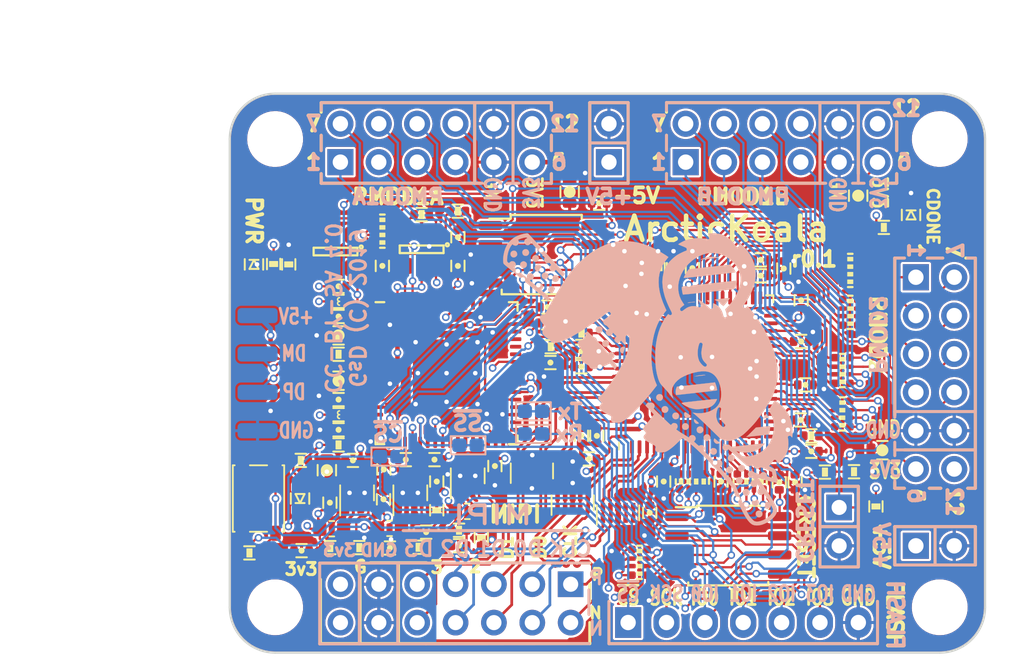
<source format=kicad_pcb>
(kicad_pcb (version 20221018) (generator pcbnew)
  (title_block (title "ArcticKoala") (date "2019-12-16") (rev "r0.1") (company "GsD") (comment 1 "(C) 2019 Greg Davill <greg.davill@gmail.com>") (comment 3 "License: CC-BY-SA 4.0"))
  (layers (0 "F.Cu" signal) (1 "In1.Cu" signal) (2 "In2.Cu" signal) (31 "B.Cu" signal) (34 "B.Paste" user) (35 "F.Paste" user) (36 "B.SilkS" user "B.Silkscreen") (37 "F.SilkS" user "F.Silkscreen") (38 "B.Mask" user) (39 "F.Mask" user) (44 "Edge.Cuts" user))
  (net 0 "")
  (net 1 "+3V3")
  (net 2 "/iCE_SS_B")
  (net 3 "/~{BUTTON}")
  (net 4 "/~{LEDR}")
  (net 5 "/P2_4")
  (net 6 "/P2_9")
  (net 7 "/P2_3")
  (net 8 "/P2_8")
  (net 9 "/P2_2")
  (net 10 "/P2_7")
  (net 11 "/P2_1")
  (net 12 "/P2_10")
  (net 13 "GND")
  (net 14 "Net-(R6-Pad1)")
  (net 15 "Net-(R2-Pad1)")
  (net 16 "/FTDI_CLK")
  (net 17 "+5V")
  (net 18 "/iCE_SCK")
  (net 19 "Net-(C12-Pad1)")
  (net 20 "Net-(R8-Pad1)")
  (net 21 "Net-(C13-Pad1)")
  (net 22 "+1V8")
  (net 23 "Net-(R9-Pad1)")
  (net 24 "/iCE_CDONE")
  (net 25 "/iCE_CRESET")
  (net 26 "/P1B9")
  (net 27 "/P1B10")
  (net 28 "/P1B4")
  (net 29 "/P1A1")
  (net 30 "/P1A7")
  (net 31 "/P1A2")
  (net 32 "/P1A8")
  (net 33 "/P1A3")
  (net 34 "/P1A9")
  (net 35 "/P1A4")
  (net 36 "/P1A10")
  (net 37 "/P1B1")
  (net 38 "/P1B7")
  (net 39 "/P1B2")
  (net 40 "/P1B8")
  (net 41 "/P1B3")
  (net 42 "/shield")
  (net 43 "Net-(D5-PadA)")
  (net 44 "Net-(R2-Pad5)")
  (net 45 "Net-(R2-Pad3)")
  (net 46 "/P1A1x")
  (net 47 "/P1A7x")
  (net 48 "/P1A2x")
  (net 49 "/P1A8x")
  (net 50 "/P2_4x")
  (net 51 "/P2_3x")
  (net 52 "/P2_2x")
  (net 53 "/P2_1x")
  (net 54 "/P1B7x")
  (net 55 "/P1B8x")
  (net 56 "/P1B9x")
  (net 57 "/P1B10x")
  (net 58 "/P2_10x")
  (net 59 "/P2_9x")
  (net 60 "/P2_8x")
  (net 61 "/P2_7x")
  (net 62 "/P1B1x")
  (net 63 "/P1B2x")
  (net 64 "/P1B3x")
  (net 65 "/P1B4x")
  (net 66 "/P1A10x")
  (net 67 "/P1A4x")
  (net 68 "/P1A9x")
  (net 69 "/P1A3x")
  (net 70 "/USB_DP")
  (net 71 "/USB_DM")
  (net 72 "/Tx_TTL|FIFO_D1")
  (net 73 "/Rx_TTL|FIFO_D0")
  (net 74 "/FLASH_MISO|IO1")
  (net 75 "/FLASH_MOSI|IO0")
  (net 76 "/FLASH_~{WP}|IO2")
  (net 77 "/FLASH_~{HLD}|~{RST}|IO3")
  (net 78 "/FLASH_CS")
  (net 79 "/xFIFO_D1")
  (net 80 "/xFIFO_D0")
  (net 81 "/xiCE_CRESET")
  (net 82 "/SPI_CS")
  (net 83 "Net-(R2-Pad8)")
  (net 84 "Net-(P1-Pad4)")
  (net 85 "Net-(U4-Pad60)")
  (net 86 "Net-(U4-Pad59)")
  (net 87 "Net-(U4-Pad58)")
  (net 88 "Net-(U4-Pad57)")
  (net 89 "Net-(U4-Pad36)")
  (net 90 "Net-(U4-Pad34)")
  (net 91 "Net-(U4-Pad33)")
  (net 92 "Net-(U4-Pad32)")
  (net 93 "Net-(U4-Pad30)")
  (net 94 "Net-(U4-Pad29)")
  (net 95 "Net-(U4-Pad28)")
  (net 96 "Net-(U4-Pad27)")
  (net 97 "Net-(U4-Pad26)")
  (net 98 "Net-(U4-Pad22)")
  (net 99 "Net-(U4-Pad3)")
  (net 100 "Net-(U7-Pad2)")
  (net 101 "+1V0")
  (net 102 "/CK_N")
  (net 103 "/CK_P")
  (net 104 "/D1N")
  (net 105 "/D1P")
  (net 106 "/D3N")
  (net 107 "/D3P")
  (net 108 "/D0P")
  (net 109 "/D2N")
  (net 110 "/D2P")
  (net 111 "Net-(R7-Pad2)")
  (net 112 "Net-(R10-Pad2)")
  (net 113 "/D0N")
  (net 114 "Net-(U4-Pad55)")
  (net 115 "Net-(U4-Pad54)")
  (net 116 "Net-(U4-Pad53)")
  (net 117 "Net-(U4-Pad52)")
  (net 118 "Net-(U4-Pad48)")
  (net 119 "Net-(U4-Pad46)")
  (net 120 "Net-(U4-Pad45)")
  (net 121 "Net-(U4-Pad44)")
  (net 122 "Net-(U4-Pad43)")
  (net 123 "Net-(U4-Pad41)")
  (net 124 "Net-(U4-Pad40)")
  (net 125 "/PSRAM_CS")
  (net 126 "Net-(U9-Pad5)")
  (net 127 "Net-(U9-Pad4)")
  (net 128 "Net-(C41-Pad2)")
  (net 129 "Net-(L3-Pad1)")
  (net 130 "Net-(U10-Pad6)")
  (net 131 "Net-(C7-Pad2)")
  (net 132 "Net-(C45-Pad2)")
  (net 133 "Net-(L4-Pad1)")
  (net 134 "Net-(L5-Pad1)")
  (net 135 "Net-(U4-Pad50)")
  (net 136 "Net-(U4-Pad49)")
  (net 137 "Net-(U11-Pad6)")
  (net 138 "Net-(U12-Pad6)")
  (net 139 "Net-(R14-Pad1)")
  (net 140 "Net-(R27-Pad2)")
  (net 141 "Net-(D2-PadA)")
  (footprint "Pin_Headers:Pin_Header_Straight_2x01" (layer "F.Cu") (at 75.42 58.93)
    (fp_text reference "J27" hide)
    (fp_text value "5V AUX" hide)
  )
  (footprint "pkl_connectors:Connector_USB_Micro_B_SMD" (layer "F.Cu") (at 31.5 47.5 180)
    (fp_text reference "P1" hide)
    (fp_text value "pkl_USB_OTG" hide)
  )
  (footprint "pkl_housings_soic:SOIC-8_5.3x5.3mm_Pitch1.27mm" (layer "F.Cu") (at 63 58.9)
    (fp_text reference "U5" hide)
    (fp_text value "W25Q128JV-DTR" hide)
  )
  (footprint "Mounting_Holes:MountingHole_3-5mm" (layer "F.Cu") (at 77 32)
    (fp_text reference "REF**" hide)
    (fp_text value "MH3" hide)
  )
  (footprint "Mounting_Holes:MountingHole_3-5mm" (layer "F.Cu") (at 33 63)
    (fp_text reference "REF**" hide)
    (fp_text value "MH3" hide)
  )
  (footprint "Mounting_Holes:MountingHole_3-5mm" (layer "F.Cu") (at 77 63)
    (fp_text reference "REF**" hide)
    (fp_text value "MH3" hide)
  )
  (footprint "pkl_dipol:C_0402" (layer "F.Cu") (at 37.2 49.25 180)
    (fp_text reference "C13" hide)
    (fp_text value "100n" hide)
  )
  (footprint "Mounting_Holes:MountingHole_3-5mm" (layer "F.Cu") (at 33 32)
    (fp_text reference "REF**" hide)
    (fp_text value "MH3" hide)
  )
  (footprint "Socket_Strips:Socket_Strip_Angled_2x06" (layer "F.Cu") (at 72.88 33.53 180)
    (fp_text reference "J22" hide)
    (fp_text value "PMOD" hide)
  )
  (footprint "pkl_dipol:C_0402" (layer "F.Cu") (at 40.1 40.4 90)
    (fp_text reference "C17" hide)
    (fp_text value "100n" hide)
  )
  (footprint "pkl_dipol:C_0402" (layer "F.Cu") (at 45.1 40.4 90)
    (fp_text reference "C21" hide)
    (fp_text value "100n" hide)
  )
  (footprint "pkl_dipol:C_0402" (layer "F.Cu") (at 51.025 44.175)
    (fp_text reference "C19" hide)
    (fp_text value "100n" hide)
  )
  (footprint "pkl_dipol:R_Array_Convex_4x0402" (layer "F.Cu") (at 40.1 38.1 180)
    (fp_text reference "R2" hide)
    (fp_text value "10k" hide)
  )
  (footprint "pkl_dipol:C_0402" (layer "F.Cu") (at 37.2 41.75)
    (fp_text reference "C4" hide)
    (fp_text value "100n" hide)
  )
  (footprint "pkl_housings_dfn_qfn:QFN-64-4.45mm1EP_9x9mm_Pitch0.5mm" (layer "F.Cu") (at 44.35 47.5)
    (fp_text reference "U4" hide)
    (fp_text value "FT2232H" hide)
  )
  (footprint "pkl_dipol:C_0402" (layer "F.Cu") (at 38.15 53.275 180)
    (fp_text reference "C18" hide)
    (fp_text value "100n" hide)
  )
  (footprint "pkl_dipol:R_0402" (layer "F.Cu") (at 31.3 59.4 180)
    (fp_text reference "R13" hide)
    (fp_text value "10k" hide)
  )
  (footprint "pkl_dipol:R_0402" (layer "F.Cu") (at 37.2 52.25 180)
    (fp_text reference "R9" hide)
    (fp_text value "10k" hide)
  )
  (footprint "pkl_dipol:C_0402" (layer "F.Cu") (at 37.2 51.25 180)
    (fp_text reference "C14" hide)
    (fp_text value "100n" hide)
  )
  (footprint "pkl_dipol:L_0402" (layer "F.Cu") (at 37.2 50.25)
    (fp_text reference "L1" hide)
    (fp_text value "600" hide)
  )
  (footprint "pkl_dipol:L_0402" (layer "F.Cu") (at 37.2 42.75)
    (fp_text reference "L2" hide)
    (fp_text value "600" hide)
  )
  (footprint "pkl_dipol:C_0402" (layer "F.Cu") (at 37.2 43.75 180)
    (fp_text reference "C12" hide)
    (fp_text value "100n" hide)
  )
  (footprint "pkl_housings_sot:SOT-23-6" (layer "F.Cu") (at 42.7 39.3 90)
    (fp_text reference "U1" hide)
    (fp_text value "93C46B-SOT-23-6" hide)
  )
  (footprint "pkl_dipol:R_0402" (layer "F.Cu") (at 42.7 37)
    (fp_text reference "R6" hide)
    (fp_text value "2k2" hide)
  )
  (footprint "pkl_dipol:R_0402" (layer "F.Cu") (at 37.2 46.25 180)
    (fp_text reference "R8" hide)
    (fp_text value "12k" hide)
  )
  (footprint "pkl_dipol:R_0402" (layer "F.Cu") (at 34.7 53.275)
    (fp_text reference "R15" hide)
    (fp_text value "330E" hide)
  )
  (footprint "pkl_dipol:D_0603" (layer "F.Cu") (at 34.65 55.8 90)
    (fp_text reference "D5" hide)
    (fp_text value "RED" hide)
  )
  (footprint "pkl_dipol:C_0402" (layer "F.Cu") (at 66.375 54.725 90)
    (fp_text reference "C22" hide)
    (fp_text value "100n" hide)
  )
  (footprint "pkl_dipol:C_0402" (layer "F.Cu") (at 51.225 46.8)
    (fp_text reference "C20" hide)
    (fp_text value "100n" hide)
  )
  (footprint "pkl_dipol:C_0402" (layer "F.Cu") (at 51.025 43.125)
    (fp_text reference "C16" hide)
    (fp_text value "100n" hide)
  )
  (footprint "pkl_dipol:C_0402" (layer "F.Cu") (at 45.1 38.5 90)
    (fp_text reference "C1" hide)
    (fp_text value "100n" hide)
  )
  (footprint "Socket_Strips:Socket_Strip_Straight_2x06" (layer "F.Cu") (at 75.42 53.85 90)
    (fp_text reference "J23" hide)
    (fp_text value "PMOD" hide)
  )
  (footprint "Pin_Headers:Pin_Header_Straight_2x01" (layer "F.Cu") (at 55.1 33.53 90)
    (fp_text reference "J26" hide)
    (fp_text value "5V AUX" hide)
  )
  (footprint "Pin_Headers:Pin_Header_Straight_1x07" (layer "F.Cu") (at 56.37 64.01 90)
    (fp_text reference "J20" hide)
    (fp_text value "Flash" hide)
  )
  (footprint "pkl_housings_sot:SOT-23-5" (layer "F.Cu") (at 37 39.45 90)
    (fp_text reference "U7" hide)
    (fp_text value "12MHz" hide)
  )
  (footprint "pkl_dipol:C_0603" (layer "F.Cu") (at 37.2 48 180)
    (fp_text reference "C9" hide)
    (fp_text value "4u7" hide)
  )
  (footprint "pkl_dipol:C_0603" (layer "F.Cu") (at 37.2 45 180)
    (fp_text reference "C6" hide)
    (fp_text value "4u7" hide)
  )
  (footprint "pkl_dipol:R_0402" (layer "F.Cu") (at 33.9 40.3 -90)
    (fp_text reference "R1" hide)
    (fp_text value "1M" hide)
  )
  (footprint "pkl_dipol:R_Array_Convex_4x0402" (layer "F.Cu") (at 71.075 40.7)
    (fp_text reference "R4" hide)
    (fp_text value "33E" hide)
  )
  (footprint "pkl_dipol:R_Array_Convex_4x0402" (layer "F.Cu") (at 70.55 47.325)
    (fp_text reference "R24" hide)
    (fp_text value "33E" hide)
  )
  (footprint "pkl_dipol:R_Array_Convex_4x0402" (layer "F.Cu") (at 70.55 50.2)
    (fp_text reference "R21" hide)
    (fp_text value "33E" hide)
  )
  (footprint "pkl_dipol:R_Array_Convex_4x0402" (layer "F.Cu") (at 64.45 54.675 -90)
    (fp_text reference "R23" hide)
    (fp_text value "33E" hide)
  )
  (footprint "pkl_dipol:R_Array_Convex_4x0402" (layer "F.Cu") (at 60.625 54.675 -90)
    (fp_text reference "R20" hide)
    (fp_text value "33E" hide)
  )
  (footprint "Connector_PinHeader_2.54mm:PinHeader_2x01_P2.54mm_Vertical" (layer "F.Cu") (at 70.34 56.39 -90)
    (fp_text reference "J28" hide)
    (fp_text value "CRESET" hide)
  )
  (footprint "pkl_dipol:R_Array_Convex_4x0402" (layer "F.Cu") (at 57.125 60.025)
    (fp_text reference "R11" hide)
    (fp_text value "10k" hide)
  )
  (footprint "pkl_dipol:C_0603" (layer "F.Cu") (at 71.6 35.75 90)
    (fp_text reference "C33" hide)
    (fp_text value "10uF" hide)
  )
  (footprint "pkl_dipol:C_0603" (layer "F.Cu") (at 52.5 35.5 90)
    (fp_text reference "C32" hide)
    (fp_text value "10uF" hide)
  )
  (footprint "Socket_Strips:Socket_Strip_Angled_2x06" (layer "F.Cu") (at 50.02 33.53 180)
    (fp_text reference "J21" hide)
    (fp_text value "PMOD" hide)
  )
  (footprint "pkl_dipol:C_0603" (layer "F.Cu") (at 73.2 52.6)
    (fp_text reference "C34" hide)
    (fp_text value "10uF" hide)
  )
  (footprint "pkl_buttons_switches:SW_SPST_3x4x2.5" (layer "F.Cu") (at 31.9 55.8 -90)
    (fp_text reference "SW1" hide)
    (fp_text value "TACT" hide)
  )
  (footprint "pkl_dipol:R_Array_Convex_4x0402" (layer "F.Cu") (at 71.075 43.475)
    (fp_text reference "R22" hide)
    (fp_text value "33E" hide)
  )
  (footprint "pkl_dipol:R_0402" (layer "F.Cu") (at 72.775 56.325 90)
    (fp_text reference "R3" hide)
    (fp_text value "4k7" hide)
  )
  (footprint "pkl_dipol:R_0402" (layer "F.Cu") (at 58.35 40.55 -90)
    (fp_text reference "R7" hide)
    (fp_text value "2k2" hide)
  )
  (footprint "pkl_dipol:R_0402" (layer "F.Cu") (at 51.25 45.75)
    (fp_text reference "R10" hide)
    (fp_text value "2k2" hide)
  )
  (footprint "pkl_dipol:R_0402" (layer "F.Cu") (at 53.275 44.85 180)
    (fp_text reference "R26" hide)
    (fp_text value "470R" hide)
  )
  (footprint "Package_SON:USON-10_2.5x1.0mm_P0.5mm" (layer "F.Cu") (at 50 53.975 90)
    (fp_text reference "U3" hide)
    (fp_text value "TPD4EUSB30" hide)
  )
  (footprint "Package_SON:USON-10_2.5x1.0mm_P0.5mm" (layer "F.Cu") (at 52.7 56.09 90)
    (fp_text reference "U8" hide)
    (fp_text value "TPD4EUSB30" hide)
  )
  (footprint "Package_SON:USON-10_2.5x1.0mm_P0.5mm" (layer "F.Cu") (at 55.7 56.75 90)
    (fp_text reference "U9" hide)
    (fp_text value "TPD4EUSB30" hide)
  )
  (footprint "pkl_dipol:R_0402" (layer "F.Cu") (at 73.3 37.85 180)
    (fp_text reference "R5" hide)
    (fp_text value "2k2" hide)
  )
  (footprint "pkl_dipol:C_0402" (layer "F.Cu") (at 66.675 40.575 90)
    (fp_text reference "C2" hide)
    (fp_text value "100n" hide)
  )
  (footprint "pkl_dipol:C_0402" (layer "F.Cu") (at 57.8 56.75 -90)
    (fp_text reference "C3" hide)
    (fp_text value "100n" hide)
  )
  (footprint "pkl_dipol:C_0402" (layer "F.Cu") (at 67.8 50.6)
    (fp_text reference "C5" hide)
    (fp_text value "100n" hide)
  )
  (footprint "pkl_dipol:C_0402" (layer "F.Cu") (at 67.825 42.675 90)
    (fp_text reference "C8" hide)
    (fp_text value "100n" hide)
  )
  (footprint "pkl_dipol:C_0402" (layer "F.Cu") (at 53.275 51.65 -90)
    (fp_text reference "C11" hide)
    (fp_text value "100n" hide)
  )
  (footprint "pkl_dipol:C_0402" (layer "F.Cu") (at 53.775 53.175 180)
    (fp_text reference "C15" hide)
    (fp_text value "100n" hide)
  )
  (footprint "pkl_dipol:C_0402" (layer "F.Cu") (at 62.525 54.675 -90)
    (fp_text reference "C23" hide)
    (fp_text value "100n" hide)
  )
  (footprint "pkl_dipol:C_0402" (layer "F.Cu") (at 65.15 40.000001)
    (fp_text reference "C24" hide)
    (fp_text value "100n" hide)
  )
  (footprint "pkl_dipol:C_0402" (layer "F.Cu") (at 59.375 40.55 90)
    (fp_text reference "C26" hide)
    (fp_text value "100n" hide)
  )
  (footprint "pkl_dipol:C_0402" (layer "F.Cu") (at 56.125 40.55 90)
    (fp_text reference "C27" hide)
    (fp_text value "100n" hide)
  )
  (footprint "pkl_dipol:C_0402" (layer "F.Cu") (at 58.725 54.675 -90)
    (fp_text reference "C28" hide)
    (fp_text value "100n" hide)
  )
  (footprint "pkl_dipol:C_0402" (layer "F.Cu") (at 67.425 54.725 -90)
    (fp_text reference "C29" hide)
    (fp_text value "100n" hide)
  )
  (footprint "pkl_dipol:C_0402" (layer "F.Cu") (at 68.5 52.675)
    (fp_text reference "C30" hide)
    (fp_text value "100n" hide)
  )
  (footprint "pkl_dipol:C_0402" (layer "F.Cu") (at 67.825 45.4)
    (fp_text reference "C31" hide)
    (fp_text value "100n" hide)
  )
  (footprint "pkl_dipol:C_0402" (layer "F.Cu") (at 68.1 48.275)
    (fp_text reference "C35" hide)
    (fp_text value "100n" hide)
  )
  (footprint "pkl_dipol:C_0402" (layer "F.Cu") (at 65.15 41.05)
    (fp_text reference "C36" hide)
    (fp_text value "100n" hide)
  )
  (footprint "pkl_dipol:C_0402" (layer "F.Cu") (at 60.625 40.55 90)
    (fp_text reference "C37" hide)
    (fp_text value "100n" hide)
  )
  (footprint "pkl_dipol:C_0402" (layer "F.Cu") (at 54.3 51.65 -90)
    (fp_text reference "C38" hide)
    (fp_text value "100n" hide)
  )
  (footprint "pkl_dipol:D_0603" (layer "F.Cu") (at 75.1 37.025 -90)
    (fp_text reference "D1")
    (fp_text value "BLUE")
  )
  (footprint "pkl_dipol:D_0603" (layer "F.Cu") (at 31.6 40.3 -90)
    (fp_text reference "D2")
    (fp_text value "GREEN")
  )
  (footprint "pkl_dipol:R_0402" (layer "F.Cu") (at 32.9 40.275 90)
    (fp_text reference "R30")
    (fp_text value "330E")
  )
  (footprint "pkl_dipol:C_0402" (layer "F.Cu") (at 53.275 47.075 180)
    (fp_text reference "C25" hide)
    (fp_text value "100n" hide)
  )
  (footprint "pkl_dipol:C_0402" (layer "F.Cu") (at 53.275 46.05 180)
    (fp_text reference "C39" hide)
    (fp_text value "100n" hide)
  )
  (footprint "pkl_dipol:C_0603" (layer "F.Cu") (at 36.425 53.925 90)
    (fp_text reference "C43" hide)
    (fp_text value "10uF" hide)
  )
  (footprint "pkl_dipol:R_0402" (layer "F.Cu") (at 36.65 59.05)
    (fp_text reference "R12" hide)
    (fp_text value "450k" hide)
  )
  (footprint "pkl_dipol:R_0402" (layer "F.Cu") (at 38.575 59.05)
    (fp_text reference "R16" hide)
    (fp_text value "100k" hide)
  )
  (footprint "Package_SON:WSON-8-1EP_2x2mm_P0.5mm_EP0.9x1.6mm_ThermalVias" (layer "F.Cu") (at 38.425 55.425 90)
    (fp_text reference "U10" hide)
    (fp_text value "TPS62067" hide)
  )
  (footprint "pkl_dipol:C_0402" (layer "F.Cu") (at 45.175 58.925)
    (fp_text reference "C7" hide)
    (fp_text value "22pF" hide)
  )
  (footprint "pkl_dipol:C_0402" (layer "F.Cu") (at 43 58.025)
    (fp_text reference "C45" hide)
    (fp_text value "22pF" hide)
  )
  (footprint "pkl_dipol:R_0402" (layer "F.Cu") (at 45.175 57.9)
    (fp_text reference "R17" hide)
    (fp_text value "120k" hide)
  )
  (footprint "pkl_dipol:R_0402" (layer "F.Cu") (at 46.65 58.4 -90)
    (fp_text reference "R18" hide)
    (fp_text value "180k" hide)
  )
  (footprint "pkl_dipol:R_0402" (layer "F.Cu") (at 42.5 59.025)
    (fp_text reference "R19" hide)
    (fp_text value "360k" hide)
  )
  (footprint "pkl_dipol:R_0402" (layer "F.Cu") (at 43.7 56.575 90)
    (fp_text reference "R25" hide)
    (fp_text value "180k" hide)
  )
  (footprint "Package_SON:WSON-8-1EP_2x2mm_P0.5mm_EP0.9x1.6mm_ThermalVias" (layer "F.Cu") (at 45.75 54.3 90)
    (fp_text reference "U11" hide)
    (fp_text value "TPS62067" hide)
  )
  (footprint "Package_SON:WSON-8-1EP_2x2mm_P0.5mm_EP0.9x1.6mm_ThermalVias" (layer "F.Cu") (at 41.95 55.425 90)
    (fp_text reference "U12" hide)
    (fp_text value "TPS62067" hide)
  )
  (footprint "Inductor_SMD:L_0603_1608Metric" (layer "F.Cu") (at 45.725 56.65 180)
    (fp_text reference "L4" hide)
    (fp_text value "1.0uH" hide)
  )
  (footprint "Inductor_SMD:L_0603_1608Metric" (layer "F.Cu") (at 40.575 57.775 180)
    (fp_text reference "L5" hide)
    (fp_text value "1.0uH" hide)
  )
  (footprint "pkl_dipol:C_0402" (layer "F.Cu") (at 43.55 53.225 180)
    (fp_text reference "C10" hide)
    (fp_text value "4.7uF" hide)
  )
  (footprint "pkl_dipol:C_0402" (layer "F.Cu") (at 41.65 53.225 180)
    (fp_text reference "C44" hide)
    (fp_text value "100n" hide)
  )
  (footprint "pkl_dipol:C_0402" (layer "F.Cu") (at 40.175 55.85 90)
    (fp_text reference "C46" hide)
    (fp_text value "4.7uF" hide)
  )
  (footprint "pkl_dipol:C_0402" (layer "F.Cu") (at 40.2 53.875 -90)
    (fp_text reference "C47" hide)
    (fp_text value "100n" hide)
  )
  (footprint "pkl_dipol:C_0402" (layer "F.Cu") (at 43.7 54.675 90)
    (fp_text reference "C48" hide)
    (fp_text value "4.7uF" hide)
  )
  (footprint "pkl_dipol:C_0402" (layer "F.Cu") (at 40.6 59.075)
    (fp_text reference "C49" hide)
    (fp_text value "4.7uF" hide)
  )
  (footprint "Inductor_SMD:L_0603_1608Metric" (layer "F.Cu") (at 36.75 57.8 180)
    (fp_text reference "L3" hide)
    (fp_text value "1.0uH" hide)
  )
  (footprint "pkl_dipol:C_0402" (layer "F.Cu") (at 34.75 59.25 180)
    (fp_text reference "C41" hide)
    (fp_text value "22pF" hide)
  )
  (footprint "pkl_dipol:C_0402" (layer "F.Cu") (at 36.625 56.075 90)
    (fp_text reference "C42" hide)
    (fp_text value "4.7uF" hide)
  )
  (footprint "pkl_dipol:C_0402" (layer "F.Cu") (at 47.55 53.65 -90)
    (fp_text reference "C50" hide)
    (fp_text value "4.7uF" hide)
  )
  (footprint "Package_DFN_QFN:QFN-72-1EP_10x10mm_P0.5mm_EP6x6mm" (layer "F.Cu") (at 60.875 47.45 90)
    (fp_text reference "U6" hide)
    (fp_text value "LIFCL40-NX" hide)
  )
  (footprint "pkl_dipol:R_0402" (layer "F.Cu") (at 68.5 51.65)
    (fp_text reference "R14")
    (fp_text value "30R")
  )
  (footprint "pkl_dipol:R_0402" (layer "F.Cu") (at 69.4 54.05)
    (fp_text reference "R27")
    (fp_text value "2k2")
  )
  (footprint "pkl_dipol:R_0402" (layer "F.Cu") (at 71.325 54.025)
    (fp_text reference "R28")
    (fp_text value "2k2")
  )
  (footprint "pkl_dipol:R_0402" (layer "F.Cu") (at 45.1 36.775 180)
    (fp_text reference "R29")
    (fp_text value "4k7")
  )
  (footprint "oshw_small" (layer "F.Cu") (at 34.075 35.775)
    (fp_text reference "G***" hide)
    (fp_text value "LOGO" hide)
  )
  (footprint "gsd_logo_small" (layer "F.Cu") (at 34 37.925)
    (fp_text reference "G***" hide)
    (fp_text value "LOGO" hide)
  )
  (footprint "pkl_dipol:C_0402" (layer "F.Cu") (at 54.45 36.25 180)
    (fp_text reference "C40" hide)
    (fp_text value "100n" hide)
  )
  (footprint "pkl_housings_soic:SOIC-8_5.3x5.3mm_Pitch1.27mm" (layer "F.Cu") (at 50.65 39.625)
    (fp_text reference "U2" hide)
    (fp_text value "PSRAM" hide)
  )
  (footprint "pkl_pads:PAD_SMD_1x2.65" (layer "B.Cu") (at 31.84 48.77)
    (fp_text reference "P4" hide)
    (fp_text value "UP" hide)
  )
  (footprint "pkl_pads:PAD_SMD_1x2.65" (layer "B.Cu") (at 31.84 46.23)
    (fp_text reference "P3" hide)
    (fp_text value "UP" hide)
  )
  (footprint "pkl_pads:PAD_SMD_1x2.65" (layer "B.Cu") (at 31.84 51.31)
    (fp_text reference "P5" hide)
    (fp_text value "UP" hide)
  )
  (footprint "pkl_pads:PAD_SMD_1x2.65" (layer "B.Cu") (at 31.84 43.69)
    (fp_text reference "P2" hide)
    (fp_text value "UP" hide)
  )
  (footprint "Connector_PinSocket_2.54mm:PinSocket_2x07_P2.54mm_Vertical" (layer "B.Cu") (at 52.565 61.475 90)
    (fp_text reference "J3" hide)
    (fp_text value "Conn_02x07_Odd_Even" hide)
  )
  (footprint "pkl_jumpers:J_NC_0603_15" (layer "B.Cu") (at 50.1 51.525)
    (fp_text reference "J1" hide)
    (fp_text value "Jumper" hide)
  )
  (footprint "pkl_jumpers:J_NC_0603_15" (layer "B.Cu") (at 50.1 50.025)
    (fp_text reference "J2" hide)
    (fp_text value "Jumper" hide)
  )
  (footprint "pkl_jumpers:J_NC_0603_15" (layer "B.Cu") (at 45.775 52.275 180)
    (fp_text reference "J18" hide)
    (fp_text value "Jumper" hide)
  )
  (footprint "pkl_jumpers:J_NC_0603_15" (layer "B.Cu") (at 40.525 53.025 180)
    (fp_text reference "J29" hide)
    (fp_text value "Jumper" hide)
  )
  (footprint "Koala" (layer "B.Cu") (at 58.375 45.725 135)
    (fp_text reference "G***" hide)
    (fp_text value "LOGO" hide)
  )
  (gr_line (start 36.05 31.752) (end 36.05 32.768) (stroke (width 0.2)) (layer "B.SilkS"))
  (gr_line (start 58.91 31.752) (end 58.91 32.768) (stroke (width 0.2)) (layer "B.SilkS"))
  (gr_line (start 69.07 29.593) (end 58.91 29.593) (stroke (width 0.2)) (layer "B.SilkS"))
  (gr_line (start 58.91 34.292) (end 58.91 34.927) (stroke (width 0.2)) (layer "B.SilkS"))
  (gr_line (start 69.07 29.593) (end 71.61 29.593) (stroke (width 0.2)) (layer "B.SilkS"))
  (gr_line (start 69.07 29.593) (end 69.07 34.927) (stroke (width 0.2)) (layer "B.SilkS"))
  (gr_line (start 71.61 29.593) (end 73.642 29.593) (stroke (width 0.2)) (layer "B.SilkS"))
  (gr_line (start 58.91 34.927) (end 69.451 34.927) (stroke (width 0.2)) (layer "B.SilkS"))
  (gr_line (start 74.15 30.863) (end 74.15 32.768) (stroke (width 0.2)) (layer "B.SilkS"))
  (gr_line (start 71.61 29.593) (end 71.61 34.927) (stroke (width 0.2)) (layer "B.SilkS"))
  (gr_line (start 73.642 34.927) (end 74.15 34.927) (stroke (width 0.2)) (layer "B.SilkS"))
  (gr_line (start 58.91 29.593) (end 58.91 30.101) (stroke (width 0.2)) (layer "B.SilkS"))
  (gr_line (start 53.83 34.927) (end 56.37 34.927) (stroke (width 0.2)) (layer "B.SilkS"))
  (gr_line (start 53.829999 29.593) (end 53.83 34.927) (stroke (width 0.2)) (layer "B.SilkS"))
  (gr_line (start 56.37 29.593) (end 56.37 34.927) (stroke (width 0.2)) (layer "B.SilkS"))
  (gr_line (start 53.829999 29.593) (end 56.37 29.593) (stroke (width 0.2)) (layer "B.SilkS"))
  (gr_line (start 74.023 57.66) (end 79.357 57.66) (stroke (width 0.2)) (layer "B.SilkS"))
  (gr_line (start 74.023 60.200001) (end 79.357 60.2) (stroke (width 0.2)) (layer "B.SilkS"))
  (gr_line (start 74.023 60.200001) (end 74.023 57.66) (stroke (width 0.2)) (layer "B.SilkS"))
  (gr_line (start 79.357 60.2) (end 79.357 57.66) (stroke (width 0.2)) (layer "B.SilkS"))
  (gr_line (start 79.357 50.04) (end 79.357 39.88) (stroke (width 0.2)) (layer "B.SilkS"))
  (gr_line (start 79.357 39.88) (end 78.849 39.88) (stroke (width 0.2)) (layer "B.SilkS"))
  (gr_line (start 74.658 39.88) (end 74.023 39.88) (stroke (width 0.2)) (layer "B.SilkS"))
  (gr_line (start 79.357 50.04) (end 74.023 50.04) (stroke (width 0.2)) (layer "B.SilkS"))
  (gr_line (start 77.198 39.88) (end 76.182 39.88) (stroke (width 0.2)) (layer "B.SilkS"))
  (gr_line (start 79.357 50.04) (end 79.357 52.58) (stroke (width 0.2)) (layer "B.SilkS"))
  (gr_line (start 74.023 39.88) (end 74.023 50.421) (stroke (width 0.2)) (layer "B.SilkS"))
  (gr_line (start 79.357 52.58) (end 74.023 52.58) (stroke (width 0.2)) (layer "B.SilkS"))
  (gr_line (start 79.357 52.58) (end 79.357 55.12) (stroke (width 0.2)) (layer "B.SilkS"))
  (gr_line (start 74.023 54.612) (end 74.023 55.12) (stroke (width 0.2)) (layer "B.SilkS"))
  (gr_line (start 71.610001 60.327) (end 69.07 60.327) (stroke (width 0.2)) (layer "B.SilkS"))
  (gr_line (start 71.610001 60.327) (end 71.61 54.993) (stroke (width 0.2)) (layer "B.SilkS"))
  (gr_line (start 69.07 57.66) (end 71.61 57.66) (stroke (width 0.2)) (layer "B.SilkS"))
  (gr_line (start 69.07 60.327) (end 69.069999 54.993) (stroke (width 0.2)) (layer "B.SilkS"))
  (gr_line (start 71.61 54.993) (end 69.069999 54.993) (stroke (width 0.2)) (layer "B.SilkS"))
  (gr_line (start 72.88 65.407) (end 72.88 62.613) (stroke (width 0.2)) (layer "B.SilkS"))
  (gr_line (start 55.1 65.407001) (end 55.1 62.613) (stroke (width 0.2)) (layer "B.SilkS"))
  (gr_line (start 72.88 65.407) (end 55.1 65.407001) (stroke (width 0.2)) (layer "B.SilkS"))
  (gr_line (start 38.575 65.425) (end 38.575 60.074) (stroke (width 0.2)) (layer "B.SilkS"))
  (gr_line (start 53.775 63.475) (end 53.775 61.85) (stroke (width 0.2)) (layer "B.SilkS"))
  (gr_line (start 53.780001 60.068) (end 35.950001 60.075) (stroke (width 0.2)) (layer "B.SilkS"))
  (gr_line (start 35.95 65.425) (end 35.950001 60.075) (stroke (width 0.2)) (layer "B.SilkS"))
  (gr_line (start 41.115001 65.408999) (end 41.115 60.075) (stroke (width 0.2)) (layer "B.SilkS"))
  (gr_line (start 35.95 65.425) (end 42.975 65.425) (stroke (width 0.2)) (layer "B.SilkS"))
  (gr_line (start 43 65.425) (end 53.780001 65.401999) (stroke (width 0.2)) (layer "B.SilkS"))
  (gr_line (start 53.775 57.925) (end 41.475 57.925) (stroke (width 0.2)) (layer "B.SilkS"))
  (gr_line (start 74.023 55.12) (end 74.658 55.12) (stroke (width 0.2)) (layer "B.SilkS"))
  (gr_line (start 61.07 62.3) (end 60.72 61.8) (stroke (width 0.2)) (layer "B.SilkS"))
  (gr_line (start 46.21 29.593) (end 36.05 29.593) (stroke (width 0.2)) (layer "B.SilkS"))
  (gr_line (start 74.023 52.072) (end 74.023 52.961) (stroke (width 0.2)) (layer "B.SilkS"))
  (gr_line (start 79.357 55.12) (end 78.849 55.12) (stroke (width 0.2)) (layer "B.SilkS"))
  (gr_line (start 74.15 34.927) (end 74.15 34.292) (stroke (width 0.2)) (layer "B.SilkS"))
  (gr_line (start 51.29 31.752) (end 51.29 32.768) (stroke (width 0.2)) (layer "B.SilkS"))
  (gr_line (start 48.369 34.927) (end 49.131 34.927) (stroke (width 0.2)) (layer "B.SilkS"))
  (gr_line (start 46.21 29.593) (end 48.75 29.593) (stroke (width 0.2)) (layer "B.SilkS"))
  (gr_line (start 36.05 34.292) (end 36.05 34.927) (stroke (width 0.2)) (layer "B.SilkS"))
  (gr_line (start 76.69 57.66) (end 76.69 60.2) (stroke (width 0.2)) (layer "B.SilkS"))
  (gr_line (start 51.29 29.593) (end 51.29 30.101) (stroke (width 0.2)) (layer "B.SilkS"))
  (gr_line (start 71.229 34.927) (end 71.991 34.927) (stroke (width 0.2)) (layer "B.SilkS"))
  (gr_line (start 53.83 32.26) (end 56.37 32.26) (stroke (width 0.2)) (layer "B.SilkS"))
  (gr_line (start 48.75 29.593) (end 51.29 29.593) (stroke (width 0.2)) (layer "B.SilkS"))
  (gr_line (start 36.05 29.593) (end 36.05 30.101) (stroke (width 0.2)) (layer "B.SilkS"))
  (gr_line (start 50.782 34.927) (end 51.29 34.927) (stroke (width 0.2)) (layer "B.SilkS"))
  (gr_line (start 48.75 29.593) (end 48.75 34.927) (stroke (width 0.2)) (layer "B.SilkS"))
  (gr_line (start 46.21 29.593) (end 46.21 34.927) (stroke (width 0.2)) (layer "B.SilkS"))
  (gr_line (start 51.29 34.927) (end 51.29 34.292) (stroke (width 0.2)) (layer "B.SilkS"))
  (gr_line (start 36.05 34.927) (end 46.718 34.927) (stroke (width 0.2)) (layer "B.SilkS"))
  (gr_line (start 76.309 55.12) (end 77.071 55.12) (stroke (width 0.2)) (layer "B.SilkS"))
  (gr_line (start 36.05 32.768) (end 36.05 31.752001) (stroke (width 0.2)) (layer "F.SilkS"))
  (gr_line (start 46.209999 34.927) (end 36.05 34.927001) (stroke (width 0.2)) (layer "F.SilkS"))
  (gr_line (start 36.05 30.228) (end 36.05 29.593) (stroke (width 0.2)) (layer "F.SilkS"))
  (gr_line (start 46.209999 34.927) (end 46.591 34.927) (stroke (width 0.2)) (layer "F.SilkS"))
  (gr_line (start 46.209999 34.927) (end 46.21 29.593) (stroke (width 0.2)) (layer "F.SilkS"))
  (gr_line (start 50.909 34.927) (end 51.29 34.927) (stroke (width 0.2)) (layer "F.SilkS"))
  (gr_line (start 51.29 30.101) (end 51.29 29.593) (stroke (width 0.2)) (layer "F.SilkS"))
  (gr_line (start 36.05 29.593) (end 48.75 29.593) (stroke (width 0.2)) (layer "F.SilkS"))
  (gr_line (start 51.29 32.768) (end 51.29 31.752) (stroke (width 0.2)) (layer "F.SilkS"))
  (gr_line (start 48.75 34.292) (end 48.75 29.593) (stroke (width 0.2)) (layer "F.SilkS"))
  (gr_line (start 48.75 29.593) (end 51.29 29.593) (stroke (width 0.2)) (layer "F.SilkS"))
  (gr_line (start 36.05 34.927001) (end 36.05 34.292) (stroke (width 0.2)) (layer "F.SilkS"))
  (gr_line (start 69.069999 34.927) (end 69.324 34.927) (stroke (width 0.2)) (layer "F.SilkS"))
  (gr_line (start 58.91 32.768) (end 58.91 31.752001) (stroke (width 0.2)) (layer "F.SilkS"))
  (gr_line (start 74.15 34.927) (end 74.15 34.292) (stroke (width 0.2)) (layer "F.SilkS"))
  (gr_line (start 73.769 34.927) (end 74.15 34.927) (stroke (width 0.2)) (layer "F.SilkS"))
  (gr_line (start 71.61 34.292) (end 71.61 29.593) (stroke (width 0.2)) (layer "F.SilkS"))
  (gr_line (start 69.069999 34.927) (end 69.07 29.593) (stroke (width 0.2)) (layer "F.SilkS"))
  (gr_line (start 74.15 32.768) (end 74.15 30.863) (stroke (width 0.2)) (layer "F.SilkS"))
  (gr_line (start 71.61 29.593) (end 73.642 29.593) (stroke (width 0.2)) (layer "F.SilkS"))
  (gr_line (start 58.91 30.228) (end 58.91 29.593) (stroke (width 0.2)) (layer "F.SilkS"))
  (gr_line (start 58.91 29.593) (end 71.61 29.593) (stroke (width 0.2)) (layer "F.SilkS"))
  (gr_line (start 69.069999 34.927) (end 58.91 34.927001) (stroke (width 0.2)) (layer "F.SilkS"))
  (gr_line (start 58.91 34.927001) (end 58.91 34.292) (stroke (width 0.2)) (layer "F.SilkS"))
  (gr_line (start 53.829999 34.927) (end 56.37 34.927) (stroke (width 0.2)) (layer "F.SilkS"))
  (gr_line (start 56.37 34.927) (end 56.37 29.593) (stroke (width 0.2)) (layer "F.SilkS"))
  (gr_line (start 53.829999 34.927) (end 53.83 29.593) (stroke (width 0.2)) (layer "F.SilkS"))
  (gr_line (start 53.83 29.593) (end 56.37 29.593) (stroke (width 0.2)) (layer "F.SilkS"))
  (gr_line (start 74.023 60.199999) (end 74.023 57.66) (stroke (width 0.2)) (layer "F.SilkS"))
  (gr_line (start 79.357 60.200002) (end 74.023 60.199999) (stroke (width 0.2)) (layer "F.SilkS"))
  (gr_line (start 79.357 57.66) (end 74.023 57.66) (stroke (width 0.2)) (layer "F.SilkS"))
  (gr_line (start 79.357 60.200002) (end 79.357 57.66) (stroke (width 0.2)) (layer "F.SilkS"))
  (gr_line (start 74.023 50.039999) (end 74.023 50.294) (stroke (width 0.2)) (layer "F.SilkS"))
  (gr_line (start 76.182 39.88) (end 77.197999 39.88) (stroke (width 0.2)) (layer "F.SilkS"))
  (gr_line (start 78.722 39.88) (end 79.357 39.88) (stroke (width 0.2)) (layer "F.SilkS"))
  (gr_line (start 74.022999 39.88) (end 74.658 39.88) (stroke (width 0.2)) (layer "F.SilkS"))
  (gr_line (start 74.023 54.739) (end 74.023 55.12) (stroke (width 0.2)) (layer "F.SilkS"))
  (gr_line (start 74.023 50.039999) (end 79.357 50.04) (stroke (width 0.2)) (layer "F.SilkS"))
  (gr_line (start 74.658 52.58) (end 79.357 52.58) (stroke (width 0.2)) (layer "F.SilkS"))
  (gr_line (start 79.357 52.58) (end 79.357 55.12) (stroke (width 0.2)) (layer "F.SilkS"))
  (gr_line (start 79.357 39.88) (end 79.357 52.58) (stroke (width 0.2)) (layer "F.SilkS"))
  (gr_line (start 74.023 50.039999) (end 74.022999 39.88) (stroke (width 0.2)) (layer "F.SilkS"))
  (gr_line (start 69.069999 54.993) (end 69.07 60.327) (stroke (width 0.2)) (layer "F.SilkS"))
  (gr_line (start 71.610002 54.993) (end 71.609999 60.327001) (stroke (width 0.2)) (layer "F.SilkS"))
  (gr_line (start 69.07 57.66) (end 71.61 57.66) (stroke (width 0.2)) (layer "F.SilkS"))
  (gr_line (start 71.609999 60.327001) (end 69.07 60.327) (stroke (width 0.2)) (layer "F.SilkS"))
  (gr_line (start 71.610002 54.993) (end 69.069999 54.993) (stroke (width 0.2)) (layer "F.SilkS"))
  (gr_line (start 53.83 65.407) (end 53.83 64.01) (stroke (width 0.2)) (layer "F.SilkS"))
  (gr_line (start 53.83 65.407) (end 36 65.4) (stroke (width 0.2)) (layer "F.SilkS"))
  (gr_line (start 41.165 60.066) (end 41.165 65.4) (stroke (width 0.2)) (layer "F.SilkS"))
  (gr_line (start 38.625 61.025) (end 38.625 65.401) (stroke (width 0.2)) (layer "F.SilkS"))
  (gr_line (start 36.075 60.075) (end 37.95 60.073) (stroke (width 0.2)) (layer "F.SilkS"))
  (gr_line (start 46.95 60.05) (end 53.83 60.073) (stroke (width 0.2)) (layer "F.SilkS"))
  (gr_line (start 44.25 60.075) (end 45.625 60.075) (stroke (width 0.2)) (layer "F.SilkS"))
  (gr_line (start 72.88 65.407) (end 72.88 62.613) (stroke (width 0.2)) (layer "F.SilkS"))
  (gr_line (start 76.309 55.12) (end 77.071 55.12) (stroke (width 0.2)) (layer "F.SilkS"))
  (gr_line (start 51.29 34.927) (end 51.29 34.292) (stroke (width 0.2)) (layer "F.SilkS"))
  (gr_line (start 55.1 65.407) (end 72.88 65.407) (stroke (width 0.2)) (layer "F.SilkS"))
  (gr_line (start 39.3 60.05) (end 43.025 60.05) (stroke (width 0.2)) (layer "F.SilkS"))
  (gr_line (start 53.83 32.26) (end 56.37 32.26) (stroke (width 0.2)) (layer "F.SilkS"))
  (gr_line (start 36 61.15) (end 36 65.4) (stroke (width 0.2)) (layer "F.SilkS"))
  (gr_line (start 55.1 65.407) (end 55.1 62.613) (stroke (width 0.2)) (layer "F.SilkS"))
  (gr_line (start 53.83 61.47) (end 53.83 62.613) (stroke (width 0.2)) (layer "F.SilkS"))
  (gr_line (start 76.69 57.66) (end 76.69 60.2) (stroke (width 0.2)) (layer "F.SilkS"))
  (gr_line (start 78.849 55.12) (end 79.357 55.12) (stroke (width 0.2)) (layer "F.SilkS"))
  (gr_line (start 61.87 62.65) (end 62.17 62) (stroke (width 0.2)) (layer "F.SilkS"))
  (gr_line (start 74.023 55.12) (end 74.658 55.12) (stroke (width 0.2)) (layer "F.SilkS"))
  (gr_line (start 30 63) (end 30 32) (stroke (width 0.15)) (layer "Edge.Cuts"))
  (gr_line (start 33 29) (end 77 29) (stroke (width 0.15)) (layer "Edge.Cuts"))
  (gr_arc (start 80 63) (mid 79.12132 65.12132) (end 77 66) (stroke (width 0.15)) (layer "Edge.Cuts"))
  (gr_arc (start 77 29) (mid 79.12132 29.87868) (end 80 32) (stroke (width 0.15)) (layer "Edge.Cuts"))
  (gr_line (start 80 63) (end 80 32) (stroke (width 0.15)) (layer "Edge.Cuts"))
  (gr_line (start 77 66) (end 33 66) (stroke (width 0.15)) (layer "Edge.Cuts"))
  (gr_arc (start 30 32) (mid 30.87868 29.87868) (end 33 29) (stroke (width 0.15)) (layer "Edge.Cuts"))
  (gr_arc (start 33 66) (mid 30.87868 65.12132) (end 30 63) (stroke (width 0.15)) (layer "Edge.Cuts"))
  (gr_text "PMOD1A" (at 41.13 35.816) (layer "B.SilkS") (effects (font (size 1 1) (thickness 0.25)) (justify mirror)))
  (gr_text "PMOD1B" (at 63.99 35.816) (layer "B.SilkS") (effects (font (size 1 1) (thickness 0.25)) (justify mirror)))
  (gr_text "PMOD2" (at 72.88 44.96 270) (layer "B.SilkS") (effects (font (size 1 1) (thickness 0.25)) (justify mirror)))
  (gr_text "FLASH" (at 74.07 63.5 270) (layer "B.SilkS") (effects (font (size 1 1) (thickness 0.25)) (justify mirror)))
  (gr_text "Tx" (at 53.475 50.05) (layer "B.SilkS") (effects (font (size 1 1) (thickness 0.25)) (justify left mirror)))
  (gr_text "+5V" (at 73.134 58.93 270) (layer "B.SilkS") (effects (font (size 1 1) (thickness 0.25)) (justify mirror)))
  (gr_text "+5V" (at 55.1 35.816) (layer "B.SilkS") (effects (font (size 1 1) (thickness 0.25)) (justify mirror)))
  (gr_text "GND" (at 71.61 62.105) (layer "B.SilkS") (effects (font (size 1 0.75) (thickness 0.1875)) (justify mirror)))
  (gr_text "IO3" (at 69.07 62.105) (layer "B.SilkS") (effects (font (size 1 0.75) (thickness 0.1875)) (justify mirror)))
  (gr_text "IO2" (at 66.53 62.105) (layer "B.SilkS") (effects (font (size 1 0.75) (thickness 0.1875)) (justify mirror)))
  (gr_text "IO1" (at 63.99 62.105) (layer "B.SilkS") (effects (font (size 1 0.75) (thickness 0.1875)) (justify mirror)))
  (gr_text "IO0" (at 61.45 62.105) (layer "B.SilkS") (effects (font (size 1 0.75) (thickness 0.1875)) (justify mirror)))
  (gr_text "SCK" (at 58.91 62.105) (layer "B.SilkS") (effects (font (size 1 0.75) (thickness 0.1875)) (justify mirror)))
  (gr_text "~{CS}" (at 56.37 62.105) (layer "B.SilkS") (effects (font (size 1 0.75) (thickness 0.1875)) (justify mirror)))
  (gr_text "+5V" (at 34.4 43.75) (layer "B.SilkS") (effects (font (size 1 0.75) (thickness 0.1875)) (justify mirror)))
  (gr_text "DM" (at 34.25 46.2) (layer "B.SilkS") (effects (font (size 1 0.75) (thickness 0.1875)) (justify mirror)))
  (gr_text "DP" (at 34.25 48.75) (layer "B.SilkS") (effects (font (size 1 0.75) (thickness 0.1875)) (justify mirror)))
  (gr_text "GND" (at 34.4 51.3) (layer "B.SilkS") (effects (font (size 1 0.75) (thickness 0.1875)) (justify mirror)))
  (gr_text "1" (at 35.55 33.55) (layer "B.SilkS") (effects (font (size 1 1) (thickness 0.25)) (justify mirror)))
  (gr_text "6" (at 51.798 33.53) (layer "B.SilkS") (effects (font (size 1 1) (thickness 0.25)) (justify mirror)))
  (gr_text "7" (at 35.55 31) (layer "B.SilkS") (effects (font (size 1 1) (thickness 0.25)) (justify mirror)))
  (gr_text "6" (at 74.658 33.53) (layer "B.SilkS") (effects (font (size 1 1) (thickness 0.25)) (justify mirror)))
  (gr_text "7" (at 58.402 30.99) (layer "B.SilkS") (effects (font (size 1 1) (thickness 0.25)) (justify mirror)))
  (gr_text "1" (at 58.402 33.53) (layer "B.SilkS") (effects (font (size 1 1) (thickness 0.25)) (justify mirror)))
  (gr_text "12" (at 74.785 29.974) (layer "B.SilkS") (effects (font (size 1 1) (thickness 0.25)) (justify mirror)))
  (gr_text "3V3" (at 72.88 35.562 270) (layer "B.SilkS") (effects (font (size 1 0.75) (thickness 0.1875)) (justify mirror)))
  (gr_text "1" (at 75.42 39.372 270) (layer "B.SilkS") (effects (font (size 1 1) (thickness 0.25)) (justify mirror)))
  (gr_text "7" (at 77.96 39.372 270) (layer "B.SilkS") (effects (font (size 1 1) (thickness 0.25)) (justify mirror)))
  (gr_text "GND" (at 73.261 51.31) (layer "B.SilkS") (effects (font (size 1 0.75) (thickness 0.1875)) (justify mirror)))
  (gr_text "3V3" (at 73.388 53.85) (layer "B.SilkS") (effects (font (size 1 0.75) (thickness 0.1875)) (justify mirror)))
  (gr_text "GND" (at 47.48 35.689 90) (layer "B.SilkS") (effects (font (size 1 0.75) (thickness 0.1875)) (justify mirror)))
  (gr_text "12" (at 52.179 30.99) (layer "B.SilkS") (effects (font (size 1 1) (thickness 0.25)) (justify mirror)))
  (gr_text "12" (at 77.96 56.009 270) (layer "B.SilkS") (effects (font (size 1 1) (thickness 0.25)) (justify mirror)))
  (gr_text "6" (at 75.42 55.628 270) (layer "B.SilkS") (effects (font (size 1 1) (thickness 0.25)) (justify mirror)))
  (gr_text "GND" (at 70.3 35.689 90) (layer "B.SilkS") (effects (font (size 1 0.75) (thickness 0.1875)) (justify mirror)))
  (gr_text "CRESET" (at 68.025 57.3 270) (layer "B.SilkS") (effects (font (size 1 1) (thickness 0.25)) (justify mirror)))
  (gr_text "GsD (C) 2019\nCC-BY-SA 4.0\n" (at 37.625 43.2 270) (layer "B.SilkS") (effects (font (size 1 1) (thickness 0.2)) (justify mirror)))
  (gr_text "3V3" (at 49.9 35.562 270) (layer "B.SilkS") (effects (font (size 1 0.75) (thickness 0.1875)) (justify mirror)))
  (gr_text "Rx" (at 53.55 51.525) (layer "B.SilkS") (effects (font (size 1 1) (thickness 0.25)) (justify left mirror)))
  (gr_text "~{SS}" (at 46.85 50.825) (layer "B.SilkS") (effects (font (size 1 1) (thickness 0.25)) (justify left mirror)))
  (gr_text "D0\n" (at 49.716071 59.125) (layer "B.SilkS") (effects (font (size 1 1) (thickness 0.2)) (justify mirror)))
  (gr_text "N\n" (at 54.25 64.4) (layer "B.SilkS") (effects (font (size 0.9 0.9) (thickness 0.1875)) (justify mirror)))
  (gr_text "D1" (at 47.310714 59.125) (layer "B.SilkS") (effects (font (size 1 1) (thickness 0.2)) (justify mirror)))
  (gr_text "P" (at 54.225 61.05) (layer "B.SilkS") (effects (font (size 0.9 0.9) (thickness 0.1875)) (justify mirror)))
  (gr_text "MIPI" (at 47.4 56.9) (layer "B.SilkS") (effects (font (size 1.2 1.7) (thickness 0.25)) (justify mirror)))
  (gr_text "GND" (at 39.875 59.225) (layer "B.SilkS") (effects (font (size 0.8 0.8) (thickness 0.2)) (justify mirror)))
  (gr_text "CLK" (at 52.55 59.125) (layer "B.SilkS") (effects (font (size 1 1) (thickness 0.2)) (justify mirror)))
  (gr_text "3v3" (at 37.25 59.225) (layer "B.SilkS") (effects (font (size 0.8 0.8) (thickness 0.2)) (justify mirror)))
  (gr_text "D2\n" (at 44.905357 59.125) (layer "B.SilkS") (effects (font (size 1 1) (thickness 0.2)) (justify mirror)))
  (gr_text "D3" (at 42.5 59.125) (layer "B.SilkS") (effects (font (size 1 1) (thickness 0.2)) (justify mirror)))
  (gr_text "~{CS}" (at 41.625 51.55) (layer "B.SilkS") (effects (font (size 1 1) (thickness 0.25)) (justify left mirror)))
  (gr_text "PMOD1A" (at 41.13 35.816) (layer "F.SilkS") (effects (font (size 1 1) (thickness 0.25))))
  (gr_text "+5V" (at 56.925 35.75) (layer "F.SilkS") (effects (font (size 1 1) (thickness 0.25))))
  (gr_text "PMOD1B" (at 63.99 35.816) (layer "F.SilkS") (effects (font (size 1 1) (thickness 0.25))))
  (gr_text "PMOD2" (at 72.88 44.96 270) (layer "F.SilkS") (effects (font (size 1 1) (thickness 0.25))))
  (gr_text "FLASH" (at 74.023 63.502 270) (layer "F.SilkS") (effects (font (size 1 1) (thickness 0.25))))
  (gr_text "MIPI" (at 48.9 56.85) (layer "F.SilkS") (effects (font (size 1.1 1.1) (thickness 0.25))))
  (gr_text "+5V" (at 73.134 58.93 270) (layer "F.SilkS") (effects (font (size 1 1) (thickness 0.25))))
  (gr_text "CDONE" (at 76.55 37.125 270) (layer "F.SilkS") (effects (font (size 0.75 0.75) (thickness 0.1875))))
  (gr_text "r0.1" (at 68.675 39.95) (layer "F.SilkS") (effects (font (size 1 1) (thickness 0.25))))
  (gr_text "PWR" (at 31.6 37.4 270) (layer "F.SilkS") (effects (font (size 1 1) (thickness 0.25))))
  (gr_text "1" (at 35.542 33.53) (layer "F.SilkS") (effects (font (size 1 1) (thickness 0.25))))
  (gr_text "7" (at 35.542 30.99) (layer "F.SilkS") (effects (font (size 1 1) (thickness 0.25))))
  (gr_text "7" (at 58.402 30.99) (layer "F.SilkS") (effects (font (size 1 1) (thickness 0.25))))
  (gr_text "1" (at 58.402 33.53) (layer "F.SilkS") (effects (font (size 1 1) (thickness 0.25))))
  (gr_text "6" (at 51.798 33.53) (layer "F.SilkS") (effects (font (size 1 1) (thickness 0.25))))
  (gr_text "6" (at 74.658 33.53) (layer "F.SilkS") (effects (font (size 1 1) (thickness 0.25))))
  (gr_text "12" (at 74.785 29.974) (layer "F.SilkS") (effects (font (size 1 1) (thickness 0.25))))
  (gr_text "7" (at 77.96 39.372 270) (layer "F.SilkS") (effects (font (size 1 1) (thickness 0.25))))
  (gr_text "1" (at 75.42 39.372 270) (layer "F.SilkS") (effects (font (size 1 1) (thickness 0.25))))
  (gr_text "3V3" (at 73.388 53.977) (layer "F.SilkS") (effects (font (size 1 0.75) (thickness 0.1875))))
  (gr_text "3V3" (at 73.007 35.55 270) (layer "F.SilkS") (effects (font (size 1 0.75) (thickness 0.1875))))
  (gr_text "GND" (at 70.213 35.689 270) (layer "F.SilkS") (effects (font (size 1 0.75) (thickness 0.1875))))
  (gr_text "3V3" (at 50.147 35.55 270) (layer "F.SilkS") (effects (font (size 1 0.75) (thickness 0.1875))))
  (gr_text "GND" (at 47.353 35.689 270) (layer "F.SilkS") (effects (font (size 1 0.75) (thickness 0.1875))))
  (gr_text "12" (at 52.179 30.99) (layer "F.SilkS") (effects (font (size 1 1) (thickness 0.25))))
  (gr_text "GND" (at 73.261 51.183) (layer "F.SilkS") (effects (font (size 1 0.75) (thickness 0.1875))))
  (gr_text "12" (at 77.96 56.009 270) (layer "F.SilkS") (effects (font (size 1 1) (thickness 0.25))))
  (gr_text "6" (at 75.42 55.628 270) (layer "F.SilkS") (effects (font (size 1 1) (thickness 0.25))))
  (gr_text "GND" (at 71.61 62.359) (layer "F.SilkS") (effects (font (size 1 0.75) (thickness 0.1875))))
  (gr_text "IO3" (at 69.07 62.359) (layer "F.SilkS") (effects (font (size 1 0.75) (thickness 0.1875))))
  (gr_text "IO2" (at 66.53 62.359) (layer "F.SilkS") (effects (font (size 1 0.75) (thickness 0.1875))))
  (gr_text "IO1" (at 63.99 62.359) (layer "F.SilkS") (effects (font (size 1 0.75) (thickness 0.1875))))
  (gr_text "IO0" (at 61.45 62.359) (layer "F.SilkS") (effects (font (size 1 0.75) (thickness 0.1875))))
  (gr_text "SCK" (at 58.91 62.359) (layer "F.SilkS") (effects (font (size 1 0.75) (thickness 0.1875))))
  (gr_text "~{CS}" (at 56.37 62.359) (layer "F.SilkS") (effects (font (size 1 0.75) (thickness 0.1875))))
  (gr_text "N\n" (at 54.215 63.375) (layer "F.SilkS") (effects (font (size 0.75 0.75) (thickness 0.1875))))
  (gr_text "CLK" (at 52.55 58.65 90) (layer "F.SilkS") (effects (font (size 0.8 0.8) (thickness 0.2))))
  (gr_text "3v3" (at 34.725 60.475) (layer "F.SilkS") (effects (font (size 0.8 0.8) (thickness 0.2))))
  (gr_text "G" (at 38.65 60.325) (layer "F.SilkS") (effects (font (size 0.8 0.8) (thickness 0.2))))
  (gr_text "3" (at 43.7 60.35) (layer "F.SilkS") (effects (font (size 0.8 0.8) (thickness 0.2))))
  (gr_text "D1" (at 48.35 59.05 90) (layer "F.SilkS") (effects (font (size 0.8 0.8) (thickness 0.2))))
  (gr_text "2" (at 46.25 60.3) (layer "F.SilkS") (effects (font (size 0.8 0.8) (thickness 0.2))))
  (gr_text "D0\n" (at 50.525 59.025 90) (layer "F.SilkS") (effects (font (size 0.8 0.8) (thickness 0.2))))
  (gr_text "P" (at 54.342 60.835) (layer "F.SilkS") (effects (font (size 0.75 0.75) (thickness 0.1875))))
  (gr_text "CRESET" (at 68.125 58.325 270) (layer "F.SilkS") (effects (font (size 1 1) (thickness 0.25))))
  (gr_text "ArcticKoala" (at 62.875 37.95) (layer "F.SilkS") (effects (font (size 1.6 1.6) (thickness 0.3))))
  (segment (start 32.9 39.8) (end 32.9 39) (width 0.15) (layer "F.Cu") (net 1))
  (segment (start 32.9 39.8) (end 32.8 39.8) (width 0.15) (layer "F.Cu") (net 1))
  (segment (start 36.525 40.55) (end 36.7 40.725) (width 0.15) (layer "F.Cu") (net 1))
  (segment (start 36.05 40.55) (end 36.525 40.55) (width 0.15) (layer "F.Cu") (net 1))
  (segment (start 42.1 52.075) (end 42.1 51.1) (width 0.15) (layer "F.Cu") (net 1))
  (segment (start 45.1 40.9) (end 45.1 41.6) (width 0.15) (layer "F.Cu") (net 1))
  (segment (start 54.95 37.021447) (end 54.95 36.775) (width 0.15) (layer "F.Cu") (net 1))
  (segment (start 45.55 52.775) (end 46.575 52.775) (width 0.2) (layer "F.Cu") (net 1))
  (segment (start 41.7 54.025) (end 41.55 53.875) (width 0.2) (layer "F.Cu") (net 1))
  (segment (start 56.275 41.8) (end 56.625 42.15) (width 0.15) (layer "F.Cu") (net 1))
  (segment (start 56.125 41.05) (end 56.125 41.65) (width 0.15) (layer "F.Cu") (net 1))
  (segment (start 50.75 45.75) (end 50.75 46.775) (width 0.15) (layer "F.Cu") (net 1))
  (segment (start 35.9 42.75) (end 36.7 42.75) (width 0.15) (layer "F.Cu") (net 1))
  (segment (start 50.475 44.175) (end 49.85 44.8) (width 0.15) (layer "F.Cu") (net 1))
  (segment (start 47.55 53.15) (end 48.2 53.15) (width 0.2) (layer "F.Cu") (net 1))
  (segment (start 36.7 50.25) (end 35.975002 50.25) (width 0.15) (layer "F.Cu") (net 1))
  (segment (start 46.575 52.775) (end 47.175 52.775) (width 0.2) (layer "F.Cu") (net 1))
  (segment (start 38.65 52.487787) (end 38.645582 52.483369) (width 0.3) (layer "F.Cu") (net 1))
  (segment (start 36.075 56.575) (end 35.85 56.8) (width 0.15) (layer "F.Cu") (net 1))
  (segment (start 41.2 54.475) (end 41.2 54) (width 0.2) (layer "F.Cu") (net 1))
  (segment (start 56.275 60.275) (end 56.225 60.325) (width 0.15) (layer "F.Cu") (net 1))
  (segment (start 44.294543 38.924543) (end 44.37 39) (width 0.15) (layer "F.Cu") (net 1))
  (segment (start 71.6 35) (end 72.88 33.72) (width 0.15) (layer "F.Cu") (net 1))
  (segment (start 41.875 53.85) (end 41.7 53.675) (width 0.15) (layer "F.Cu") (net 1))
  (segment (start 44.549999 43.550001) (end 44.3 43.8) (width 0.15) (layer "F.Cu") (net 1))
  (segment (start 39.475 53.375) (end 39.375 53.275) (width 0.3) (layer "F.Cu") (net 1))
  (segment (start 45.55 52.85) (end 45.55 52.775) (width 0.2) (layer "F.Cu") (net 1))
  (segment (start 40.35 37.25) (end 40.6 37.25) (width 0.15) (layer "F.Cu") (net 1))
  (segment (start 44.6 36.775) (end 44.294543 37.080457) (width 0.15) (layer "F.Cu") (net 1))
  (segment (start 56.225 60.325) (end 56.05 60.325) (width 0.15) (layer "F.Cu") (net 1))
  (segment (start 43.65 40.4) (end 43.65 41.45) (width 0.15) (layer "F.Cu") (net 1))
  (segment (start 45.5 53.35) (end 45.5 52.9) (width 0.2) (layer "F.Cu") (net 1))
  (segment (start 46.5 53.35) (end 46.5 52.85) (width 0.2) (layer "F.Cu") (net 1))
  (segment (start 44.6 43.5) (end 44.549999 43.550001) (width 0.15) (layer "F.Cu") (net 1))
  (segment (start 45.5 52.9) (end 45.55 52.85) (width 0.2) (layer "F.Cu") (net 1))
  (segment (start 36.15 59.05) (end 36.15 58.65) (width 0.15) (layer "F.Cu") (net 1))
  (segment (start 42.15 53.225) (end 41.7 53.675) (width 0.3) (layer "F.Cu") (net 1))
  (segment (start 47.810379 46.75) (end 47.4 47.160379) (width 0.15) (layer "F.Cu") (net 1))
  (segment (start 56.05 60.325) (end 56.05 60.6) (width 0.15) (layer "F.Cu") (net 1))
  (segment (start 55.775 60.875) (end 55.75 60.9) (width 0.15) (layer "F.Cu") (net 1))
  (segment (start 35.9625 57.8) (end 35.9625 57.2625) (width 0.15) (layer "F.Cu") (net 1))
  (segment (start 41.5 53.875) (end 41.325 53.875) (width 0.3) (layer "F.Cu") (net 1))
  (segment (start 66.425 55.175) (end 66.425 55.9) (width 0.15) (layer "F.Cu") (net 1))
  (segment (start 59.375 41.4) (end 59.125 41.65) (width 0.15) (layer "F.Cu") (net 1))
  (segment (start 43.65 39.72) (end 44.37 39) (width 0.15) (layer "F.Cu") (net 1))
  (segment (start 56.625 60.275) (end 56.275 60.275) (width 0.15) (layer "F.Cu") (net 1))
  (segment (start 42.525 53.85) (end 41.875 53.85) (width 0.15) (layer "F.Cu") (net 1))
  (segment (start 35.2 53.275) (end 35.2 53) (width 0.15) (layer "F.Cu") (net 1))
  (segment (start 43.65 41.45) (end 43.7 41.5) (width 0.15) (layer "F.Cu") (net 1))
  (segment (start 35.2 53) (end 35.925 52.275) (width 0.15) (layer "F.Cu") (net 1))
  (segment (start 36.7 40.725) (end 36.7 41.75) (width 0.15) (layer "F.Cu") (net 1))
  (segment (start 44.6 42.1) (end 45.1 41.6) (width 0.15) (layer "F.Cu") (net 1))
  (segment (start 52.5 34.75) (end 52.5 34.05) (width 0.3) (layer "F.Cu") (net 1))
  (segment (start 48.925 46.75) (end 47.810379 46.75) (width 0.15) (layer "F.Cu") (net 1))
  (segment (start 36.7 41.6) (end 36.7 42) (width 0.15) (layer "F.Cu") (net 1))
  (segment (start 41.2 54) (end 41.325 53.875) (width 0.2) (layer "F.Cu") (net 1))
  (segment (start 35.85 56.8) (end 35.85 57.153553) (width 0.15) (layer "F.Cu") (net 1))
  (segment (start 56.275 59.175) (end 56.05 59.4) (width 0.15) (layer "F.Cu") (net 1))
  (segment (start 50.525 44.175) (end 50.475 44.175) (width 0.15) (layer "F.Cu") (net 1))
  (segment (start 44.6 42.925) (end 44.6 42.1) (width 0.15) (layer "F.Cu") (net 1))
  (segment (start 45 53.35) (end 45 52.9) (width 0.2) (layer "F.Cu") (net 1))
  (segment (start 35.9625 58.4625) (end 35.9625 58.3625) (width 0.15) (layer "F.Cu") (net 1))
  (segment (start 50.725 46.8) (end 49.875 46.8) (width 0.15) (layer "F.Cu") (net 1))
  (segment (start 36.625 56.575) (end 36.075 56.575) (width 0.15) (layer "F.Cu") (net 1))
  (segment (start 35.85 57.153553) (end 35.958947 57.2625) (width 0.15) (layer "F.Cu") (net 1))
  (segment (start 36.7 52.25) (end 35.95 52.25) (width 0.15) (layer "F.Cu") (net 1))
  (segment (start 39.6 37.85) (end 39.75 37.85) (width 0.15) (layer "F.Cu") (net 1))
  (segment (start 72.88 33.72) (end 72.88 33.53) (width 0.15) (layer "F.Cu") (net 1))
  (segment (start 52.5 34.05) (end 51.98 33.53) (width 0.3) (layer "F.Cu") (net 1))
  (segment (start 73.95 52.6) (end 75.2 53.85) (width 0.15) (layer "F.Cu") (net 1))
  (segment (start 56.05 59.85) (end 56.05 60.325) (width 0.15) (layer "F.Cu") (net 1))
  (segment (start 45.125 52.775) (end 45.55 52.775) (width 0.2) (layer "F.Cu") (net 1))
  (segment (start 36.15 59.05) (end 35.825 59.05) (width 0.15) (layer "F.Cu") (net 1))
  (segment (start 44.65 39) (end 45.1 39) (width 0.15) (layer "F.Cu") (net 1))
  (segment (start 66.4 56.995) (end 66.4 56.05) (width 0.15) (layer "F.Cu") (net 1))
  (segment (start 42.7 54.025) (end 42.525 53.85) (width 0.15) (layer "F.Cu") (net 1))
  (segment (start 48.925 46.75) (end 49.825 46.75) (width 0.15) (layer "F.Cu") (net 1))
  (segment (start 50.02 33.68) (end 50.02 33.53) (width 0.15) (layer "F.Cu") (net 1))
  (segment (start 59.125 42.5125) (end 59.125 41.775) (width 0.15) (layer "F.Cu") (net 1))
  (segment (start 56.05 60.6) (end 55.775 60.875) (width 0.15) (layer "F.Cu") (net 1))
  (segment (start 35.95 52.25) (end 35.925 52.275) (width 0.15) (layer "F.Cu") (net 1))
  (segment (start 47.175 52.775) (end 47.55 53.15) (width 0.2) (layer "F.Cu") (net 1))
  (segment (start 59.375 41.05) (end 59.375 41.4) (width 0.15) (layer "F.Cu") (net 1))
  (segment (start 56.625 59.775) (end 56.275 59.775) (width 0.15) (layer "F.Cu") (net 1))
  (segment (start 66.4 56.05) (end 66.4 55.925) (width 0.15) (layer "F.Cu") (net 1))
  (segment (start 38.65 53.275) (end 38.65 52.487787) (width 0.3) (layer "F.Cu") (net 1))
  (segment (start 35.9625 57.8) (end 35.325 57.8) (width 0.15) (layer "F.Cu") (net 1))
  (segment (start 41.7 53.675) (end 41.5 53.875) (width 0.3) (layer "F.Cu") (net 1))
  (segment (start 51.98 33.53) (end 50.02 33.53) (width 0.3) (layer "F.Cu") (net 1))
  (segment (start 55.3 37.371447) (end 54.95 37.021447) (width 0.15) (layer "F.Cu") (net 1))
  (segment (start 44.6 42.925) (end 44.6 43.5) (width 0.15) (layer "F.Cu") (net 1))
  (segment (start 41.7 54.475) (end 41.7 54.025) (width 0.2) (layer "F.Cu") (net 1))
  (segment (start 45 52.9) (end 45.125 52.775) (width 0.2) (layer "F.Cu") (net 1))
  (segment (start 50.75 46.775) (end 50.725 46.8) (width 0.15) (layer "F.Cu") (net 1))
  (segment (start 35.325 57.8) (end 35.125 57.6) (width 0.15) (layer "F.Cu") (net 1))
  (segment (start 39.6 38.35) (end 38.85 38.35) (width 0.15) (layer "F.Cu") (net 1))
  (segment (start 35.975002 50.25) (end 35.950002 50.275) (width 0.15) (layer "F.Cu") (net 1))
  (segment (start 54.95 36.25) (end 54.95 36.775) (width 0.15) (layer "F.Cu") (net 1))
  (segment (start 56.125 41.65) (end 56.275 41.8) (width 0.15) (layer "F.Cu") (net 1))
  (segment (start 40.7 53.875) (end 40.2 53.375) (width 0.3) (layer "F.Cu") (net 1))
  (segment (start 40.2 53.375) (end 39.475 53.375) (width 0.3) (layer "F.Cu") (net 1))
  (segment (start 39.35 37.85) (end 38.85 38.35) (width 0.15) (layer "F.Cu") (net 1))
  (segment (start 55.295 37.72) (end 55.3 37.725) (width 0.3) (layer "F.Cu") (net 1))
  (segment (start 46.5 52.85) (end 46.575 52.775) (width 0.2) (layer "F.Cu") (net 1))
  (segment (start 35.9625 57.8) (end 35.9625 58.3625) (width 0.15) (layer "F.Cu") (net 1))
  (segment (start 44.294543 37.080457) (end 44.294543 38.924543) (width 0.15) (layer "F.Cu") (net 1))
  (segment (start 47.6 52.075) (end 47.6 51.825) (width 0.15) (layer "F.Cu") (net 1))
  (segment (start 59.125 41.65) (end 59.125 41.775) (width 0.15) (layer "F.Cu") (net 1))
  (segment (start 42.7 54.475) (end 42.7 54.025) (width 0.15) (layer "F.Cu") (net 1))
  (segment (start 56.05 59.4) (end 56.05 59.85) (width 0.15) (layer "F.Cu") (net 1))
  (segment (start 55.3 37.725) (end 55.3 37.371447) (width 0.15) (layer "F.Cu") (net 1))
  (segment (start 39.75 37.85) (end 40.35 37.25) (width 0.15) (layer "F.Cu") (net 1))
  (segment (start 72.8 37.85) (end 72.8 37.05) (width 0.15) (layer "F.Cu") (net 1))
  (segment (start 35.9 41.75) (end 36.7 41.75) (width 0.15) (layer "F.Cu") (net 1))
  (segment (start 47.6 51.7) (end 47 51.1) (width 0.15) (layer "F.Cu") (net 1))
  (segment (start 35.25 59.25) (end 35.6 59.25) (width 0.15) (layer "F.Cu") (net 1))
  (segment (start 56.625 60.875) (end 55.775 60.875) (width 0.15) (layer "F.Cu") (net 1))
  (segment (start 75.2 53.85) (end 75.42 53.85) (width 0.15) (layer "F.Cu") (net 1))
  (segment (start 41.55 53.875) (end 41.5 53.875) (width 0.2) (layer "F.Cu") (net 1))
  (segment (start 35.6 59.25) (end 35.8 59.05) (width 0.15) (layer "F.Cu") (net 1))
  (segment (start 39.6 37.85) (end 39.35 37.85) (width 0.15) (layer "F.Cu") (net 1))
  (segment (start 39.6 38.95) (end 39.45 38.95) (width 0.15) (layer "F.Cu") (net 1))
  (segment (start 39.45 38.95) (end 38.85 38.35) (width 0.15) (layer "F.Cu") (net 1))
  (segment (start 43.65 40.4) (end 43.65 39.72) (width 0.15) (layer "F.Cu") (net 1))
  (segment (start 72.775 55.825) (end 72.775 55.125) (width 0.15) (layer "F.Cu") (net 1))
  (segment (start 49.825 46.75) (end 49.875 46.8) (width 0.15) (layer "F.Cu") (net 1))
  (segment (start 56.275 59.775) (end 56.2 59.85) (width 0.15) (layer "F.Cu") (net 1))
  (segment (start 56.2 59.85) (end 56.05 59.85) (width 0.15) (layer "F.Cu") (net 1))
  (segment (start 44.37 39) (end 44.65 39) (width 0.15) (layer "F.Cu") (net 1))
  (segment (start 54.025 37.72) (end 55.295 37.72) (width 0.3) (layer "F.Cu") (net 1))
  (segment (start 47.6 52.075) (end 47.6 51.7) (width 0.15) (layer "F.Cu") (net 1))
  (segment (start 56.625 59.175) (end 56.275 59.175) (width 0.15) (layer "F.Cu") (net 1))
  (segment (start 41.325 53.875) (end 40.7 53.875) (width 0.3) (layer "F.Cu") (net 1))
  (segment (start 35.958947 57.2625) (end 35.9625 57.2625) (width 0.15) (layer "F.Cu") (net 1))
  (segment (start 35.8 59.05) (end 35.825 59.05) (width 0.15) (layer "F.Cu") (net 1))
  (segment (start 36.15 58.65) (end 35.9625 58.4625) (width 0.15) (layer "F.Cu") (net 1))
  (segment (start 56.275 41.8) (end 56.2 41.725) (width 0.15) (layer "F.Cu") (net 1))
  (segment (start 66.4 55.925) (end 66.425 55.9) (width 0.15) (layer "F.Cu") (net 1))
  (segment (start 56.625 42.15) (end 56.625 42.5125) (width 0.15) (layer "F.Cu") (net 1))
  (segment (start 38.65 53.275) (end 39.375 53.275) (width 0.3) (layer "F.Cu") (net 1))
  (via (at 32.9 39) (size 0.5) (drill 0.3) (layers "F.Cu" "B.Cu") (net 1))
  (via (at 35.925 52.275) (size 0.5) (drill 0.3) (layers "F.Cu" "B.Cu") (net 1))
  (via (at 47 51.1) (size 0.5) (drill 0.3) (layers "F.Cu" "B.Cu") (net 1))
  (via (at 66.4 56.05) (size 0.5) (drill 0.3) (layers "F.Cu" "B.Cu") (net 1))
  (via (at 38.85 38.35) (size 0.5) (drill 0.3) (layers "F.Cu" "B.Cu") (net 1))
  (via (at 45.1 41.6) (size 0.5) (drill 0.3) (layers "F.Cu" "B.Cu") (net 1))
  (via (at 42.1 51.1) (size 0.5) (drill 0.3) (layers "F.Cu" "B.Cu") (net 1))
  (via (at 35.9 42.75) (size 0.5) (drill 0.3) (layers "F.Cu" "B.Cu") (net 1))
  (via (at 49.85 44.8) (size 0.5) (drill 0.3) (layers "F.Cu" "B.Cu") (net 1))
  (via (at 56.2 41.725) (size 0.5) (drill 0.3) (layers "F.Cu" "B.Cu") (net 1))
  (via (at 35.9 41.75) (size 0.5) (drill 0.3) (layers "F.Cu" "B.Cu") (net 1))
  (via (at 48.2 53.15) (size 0.5) (drill 0.3) (layers "F.Cu" "B.Cu") (net 1))
  (via (at 72.8 37.05) (size 0.5) (drill 0.3) (layers "F.Cu" "B.Cu") (net 1))
  (via (at 38.645582 52.483369) (size 0.5) (drill 0.3) (layers "F.Cu" "B.Cu") (net 1))
  (via (at 44.3 43.8) (size 0.5) (drill 0.3) (layers "F.Cu" "B.Cu") (net 1))
  (via (at 72.775 55.125) (size 0.5) (drill 0.3) (layers "F.Cu" "B.Cu") (net 1))
  (via (at 35.950002 50.275) (size 0.5) (drill 0.3) (layers "F.Cu" "B.Cu") (net 1))
  (via (at 35.85 56.8) (size 0.5) (drill 0.3) (layers "F.Cu" "B.Cu") (net 1))
  (via (at 59.125 41.775) (size 0.5) (drill 0.3) (layers "F.Cu" "B.Cu") (net 1))
  (via (at 55.75 60.9) (size 0.5) (drill 0.3) (layers "F.Cu" "B.Cu") (net 1))
  (via (at 47.4 47.160379) (size 0.5) (drill 0.3) (layers "F.Cu" "B.Cu") (net 1))
  (via (at 35.125 57.6) (size 0.5) (drill 0.3) (layers "F.Cu" "B.Cu") (net 1))
  (via (at 55.3 37.725) (size 0.5) (drill 0.3) (layers "F.Cu" "B.Cu") (net 1))
  (via (at 40.8 53.875) (size 0.5) (drill 0.3) (layers "F.Cu" "B.Cu") (net 1))
  (via (at 43.7 41.5) (size 0.5) (drill 0.3) (layers "F.Cu" "B.Cu") (net 1))
  (segment (start 42.6 52.075) (end 42.6 50.65) (width 0.15) (layer "F.Cu") (net 2))
  (segment (start 42.6 50.65) (end 42.625 50.625) (width 0.15) (layer "F.Cu") (net 2))
  (via (at 42.625 50.625) (size 0.5) (drill 0.3) (layers "F.Cu" "B.Cu") (net 2))
  (segment (start 42.625 50.625) (end 42.625 51.9) (width 0.15) (layer "B.Cu") (net 2))
  (segment (start 42.625 51.9) (end 43 52.275) (width 0.15) (layer "B.Cu") (net 2))
  (segment (start 45.2 52.275) (end 43 52.275) (width 0.15) (layer "B.Cu") (net 2))
  (segment (start 65.8125 47.7) (end 64.9 47.7) (width 0.15) (layer "F.Cu") (net 3))
  (segment (start 64.9 47.7) (end 64.875 47.725) (width 0.15) (layer "F.Cu") (net 3))
  (segment (start 33.025 58.175) (end 33.025 58.1) (width 0.15) (layer "F.Cu") (net 3))
  (segment (start 33.025 58.1) (end 33.025 55.8) (width 0.15) (layer "F.Cu") (net 3))
  (segment (start 31.8 59.4) (end 33.025 58.175) (width 0.15) (layer "F.Cu") (net 3))
  (segment (start 33.025 55.8) (end 33.025 53.5) (width 0.15) (layer "F.Cu") (net 3))
  (via (at 68.6 61.175) (size 0.5) (drill 0.3) (layers "F.Cu" "B.Cu") (net 3))
  (via (at 33.025 55.8) (size 0.5) (drill 0.3) (layers "F.Cu" "B.Cu") (net 3))
  (via (at 64.875 47.725) (size 0.5) (drill 0.3) (layers "F.Cu" "B.Cu") (net 3))
  (via (at 55.075 61.725) (size 0.5) (drill 0.3) (layers "F.Cu" "B.Cu") (net 3))
  (segment (start 33.025 57.75) (end 33.5 58.225) (width 0.15) (layer "B.Cu") (net 3))
  (segment (start 68.425 61.35) (end 68.6 61.175) (width 0.15) (layer "B.Cu") (net 3))
  (segment (start 63.825 60.55) (end 64.625 61.35) (width 0.15) (layer "B.Cu") (net 3))
  (segment (start 33.025 55.8) (end 33.025 57.75) (width 0.15) (layer "B.Cu") (net 3))
  (segment (start 64.275 59.675) (end 63.825 60.125) (width 0.15) (layer "B.Cu") (net 3))
  (segment (start 37.225 56.875) (end 39.225 56.875) (width 0.15) (layer "B.Cu") (net 3))
  (segment (start 40.075 57.725) (end 44.625 57.725) (width 0.15) (layer "B.Cu") (net 3))
  (segment (start 54.775 58.95) (end 54.775 59.8) (width 0.15) (layer "B.Cu") (net 3))
  (segment (start 35.875 58.225) (end 37.225 56.875) (width 0.15) (layer "B.Cu") (net 3))
  (segment (start 65.575 48.425) (end 65.575 53.45) (width 0.15) (layer "B.Cu") (net 3))
  (segment (start 66.925 54.8) (end 66.925 59.15) (width 0.15) (layer "B.Cu") (net 3))
  (segment (start 33.5 58.225) (end 35.875 58.225) (width 0.15) (layer "B.Cu") (net 3))
  (segment (start 53.4 56.15) (end 55.1 57.85) (width 0.15) (layer "B.Cu") (net 3))
  (segment (start 55.1 57.85) (end 55.1 58.625) (width 0.15) (layer "B.Cu") (net 3))
  (segment (start 65.575 53.45) (end 66.925 54.8) (width 0.15) (layer "B.Cu") (net 3))
  (segment (start 66.4 59.675) (end 64.275 59.675) (width 0.15) (layer "B.Cu") (net 3))
  (segment (start 39.225 56.875) (end 40.075 57.725) (width 0.15) (layer "B.Cu") (net 3))
  (segment (start 44.625 57.725) (end 46.2 56.15) (width 0.15) (layer "B.Cu") (net 3))
  (segment (start 46.2 56.15) (end 53.4 56.15) (width 0.15) (layer "B.Cu") (net 3))
  (segment (start 64.875 47.725) (end 65.575 48.425) (width 0.15) (layer "B.Cu") (net 3))
  (segment (start 54.775 59.8) (end 55.075 60.1) (width 0.15) (layer "B.Cu") (net 3))
  (segment (start 55.075 60.1) (end 55.075 61.725) (width 0.15) (layer "B.Cu") (net 3))
  (segment (start 66.925 59.15) (end 66.4 59.675) (width 0.15) (layer "B.Cu") (net 3))
  (segment (start 63.825 60.125) (end 63.825 60.55) (width 0.15) (layer "B.Cu") (net 3))
  (segment (start 55.1 58.625) (end 54.775 58.95) (width 0.15) (layer "B.Cu") (net 3))
  (segment (start 64.625 61.35) (end 68.425 61.35) (width 0.15) (layer "B.Cu") (net 3))
  (segment (start 34.65 56.875) (end 33.875 57.65) (width 0.15) (layer "F.Cu") (net 4))
  (segment (start 65.8125 47.2) (end 64.45 47.2) (width 0.15) (layer "F.Cu") (net 4))
  (segment (start 34.65 56.55) (end 34.65 56.875) (width 0.15) (layer "F.Cu") (net 4))
  (via (at 64.45 47.2) (size 0.5) (drill 0.3) (layers "F.Cu" "B.Cu") (net 4))
  (via (at 55.475 62.35) (size 0.5) (drill 0.3) (layers "F.Cu" "B.Cu") (net 4))
  (via (at 67.85 62.15) (size 0.5) (drill 0.3) (layers "F.Cu" "B.Cu") (net 4))
  (via (at 33.875 57.65) (size 0.5) (drill 0.3) (layers "F.Cu" "B.Cu") (net 4))
  (segment (start 55.475 62.35) (end 56.375 61.45) (width 0.15) (layer "B.Cu") (net 4))
  (segment (start 55.649982 58.849982) (end 55.649982 57.923538) (width 0.15) (layer "B.Cu") (net 4))
  (segment (start 67.425 61.725) (end 67.85 62.15) (width 0.15) (layer "B.Cu") (net 4))
  (segment (start 64.45 47.446998) (end 64.275 47.621998) (width 0.15) (layer "B.Cu") (net 4))
  (segment (start 64.275 49.525) (end 65.225 50.475) (width 0.15) (layer "B.Cu") (net 4))
  (segment (start 45.325 56.55) (end 41.15 56.55) (width 0.15) (layer "B.Cu") (net 4))
  (segment (start 65.52501 59.37499) (end 64.150731 59.374991) (width 0.15) (layer "B.Cu") (net 4))
  (segment (start 65.875 54.6) (end 65.875 59.025) (width 0.15) (layer "B.Cu") (net 4))
  (segment (start 64.150731 59.374991) (end 63.52499 60.000732) (width 0.15) (layer "B.Cu") (net 4))
  (segment (start 64.45 47.2) (end 64.45 47.446998) (width 0.15) (layer "B.Cu") (net 4))
  (segment (start 33.875 54.4) (end 35.25 53.025) (width 0.15) (layer "B.Cu") (net 4))
  (segment (start 33.875 57.65) (end 33.875 54.4) (width 0.15) (layer "B.Cu") (net 4))
  (segment (start 39.95 55.35) (end 39.95 53.025) (width 0.15) (layer "B.Cu") (net 4))
  (segment (start 56.375 59.575) (end 55.649982 58.849982) (width 0.15) (layer "B.Cu") (net 4))
  (segment (start 65.225 50.475) (end 65.225 53.95) (width 0.15) (layer "B.Cu") (net 4))
  (segment (start 64.5 61.725) (end 67.425 61.725) (width 0.15) (layer "B.Cu") (net 4))
  (segment (start 65.225 53.95) (end 65.875 54.6) (width 0.15) (layer "B.Cu") (net 4))
  (segment (start 46.1 55.775) (end 45.325 56.55) (width 0.15) (layer "B.Cu") (net 4))
  (segment (start 63.52499 60.74999) (end 64.5 61.725) (width 0.15) (layer "B.Cu") (net 4))
  (segment (start 56.375 61.45) (end 56.375 59.575) (width 0.15) (layer "B.Cu") (net 4))
  (segment (start 63.52499 60.000732) (end 63.52499 60.74999) (width 0.15) (layer "B.Cu") (net 4))
  (segment (start 53.501444 55.775) (end 46.1 55.775) (width 0.15) (layer "B.Cu") (net 4))
  (segment (start 65.875 59.025) (end 65.52501 59.37499) (width 0.15) (layer "B.Cu") (net 4))
  (segment (start 35.25 53.025) (end 39.95 53.025) (width 0.15) (layer "B.Cu") (net 4))
  (segment (start 41.15 56.55) (end 39.95 55.35) (width 0.15) (layer "B.Cu") (net 4))
  (segment (start 64.275 47.621998) (end 64.275 49.525) (width 0.15) (layer "B.Cu") (net 4))
  (segment (start 55.649982 57.923538) (end 53.501444 55.775) (width 0.15) (layer "B.Cu") (net 4))
  (segment (start 67.624272 39.074994) (end 68.150003 39.600725) (width 0.15) (layer "F.Cu") (net 5))
  (segment (start 70.225 43.725) (end 70.575 43.725) (width 0.15) (layer "F.Cu") (net 5))
  (segment (start 62.625 41.775) (end 62.775361 41.624639) (width 0.15) (layer "F.Cu") (net 5))
  (segment (start 68.150003 40.74784) (end 69.324978 41.922814) (width 0.15) (layer "F.Cu") (net 5))
  (segment (start 68.150003 39.600725) (end 68.150003 40.74784) (width 0.15) (layer "F.Cu") (net 5))
  (segment (start 62.775361 41.624639) (end 62.775361 40.573195) (width 0.15) (layer "F.Cu") (net 5))
  (segment (start 64.273562 39.074994) (end 67.624272 39.074994) (width 0.15) (layer "F.Cu") (net 5))
  (segment (start 62.625 42.5125) (end 62.625 41.775) (width 0.15) (layer "F.Cu") (net 5))
  (segment (start 62.775361 40.573195) (end 64.273562 39.074994) (width 0.15) (layer "F.Cu") (net 5))
  (segment (start 69.324978 42.824978) (end 70.225 43.725) (width 0.15) (layer "F.Cu") (net 5))
  (segment (start 69.324978 41.922814) (end 69.324978 42.824978) (width 0.15) (layer "F.Cu") (net 5))
  (segment (start 70.575 43.225) (end 70.225 43.225) (width 0.15) (layer "F.Cu") (net 6))
  (segment (start 68.450012 39.476456) (end 67.748539 38.774983) (width 0.15) (layer "F.Cu") (net 6))
  (segment (start 62.425722 41.547114) (end 62.125 41.847836) (width 0.15) (layer "F.Cu") (net 6))
  (segment (start 68.450012 40.62357) (end 68.450012 39.476456) (width 0.15) (layer "F.Cu") (net 6))
  (segment (start 62.125 41.847836) (end 62.125 41.975) (width 0.15) (layer "F.Cu") (net 6))
  (segment (start 67.748539 38.774983) (end 64.149295 38.774983) (width 0.15) (layer "F.Cu") (net 6))
  (segment (start 70.225 43.225) (end 69.624989 42.624989) (width 0.15) (layer "F.Cu") (net 6))
  (segment (start 69.624989 42.624989) (end 69.624989 41.798546) (width 0.15) (layer "F.Cu") (net 6))
  (segment (start 62.425722 40.498556) (end 62.425722 41.547114) (width 0.15) (layer "F.Cu") (net 6))
  (segment (start 62.125 41.975) (end 62.125 42.5125) (width 0.15) (layer "F.Cu") (net 6))
  (segment (start 64.149295 38.774983) (end 62.425722 40.498556) (width 0.15) (layer "F.Cu") (net 6))
  (segment (start 69.624989 41.798546) (end 68.450012 40.62357) (width 0.15) (layer "F.Cu") (net 6))
  (segment (start 61.625 41.975) (end 61.625 42.5125) (width 0.15) (layer "F.Cu") (net 7))
  (segment (start 70.290902 42.040181) (end 68.750023 40.499302) (width 0.15) (layer "F.Cu") (net 7))
  (segment (start 61.625 41.923556) (end 61.625 41.975) (width 0.15) (layer "F.Cu") (net 7))
  (segment (start 68.750023 40.499302) (end 68.750023 39.352189) (width 0.15) (layer "F.Cu") (net 7))
  (segment (start 68.750023 39.352189) (end 67.872806 38.474972) (width 0.15) (layer "F.Cu") (net 7))
  (segment (start 67.872806 38.474972) (end 64.025028 38.474972) (width 0.15) (layer "F.Cu") (net 7))
  (segment (start 62.051084 41.497472) (end 61.625 41.923556) (width 0.15) (layer "F.Cu") (net 7))
  (segment (start 70.575 42.625) (end 70.290902 42.340902) (width 0.15) (layer "F.Cu") (net 7))
  (segment (start 62.051084 40.448916) (end 62.051084 41.497472) (width 0.15) (layer "F.Cu") (net 7))
  (segment (start 70.290902 42.340902) (end 70.290902 42.040181) (width 0.15) (layer "F.Cu") (net 7))
  (segment (start 64.025028 38.474972) (end 62.051084 40.448916) (width 0.15) (layer "F.Cu") (net 7))
  (segment (start 61.751073 40.298205) (end 63.874317 38.174961) (width 0.15) (layer "F.Cu") (net 8))
  (segment (start 69.050036 40.375036) (end 70.225 41.55) (width 0.15) (layer "F.Cu") (net 8))
  (segment (start 67.997073 38.174961) (end 69.050036 39.227924) (width 0.15) (layer "F.Cu") (net 8))
  (segment (start 61.125 42.5125) (end 61.125 41.999278) (width 0.15) (layer "F.Cu") (net 8))
  (segment (start 63.874317 38.174961) (end 67.997073 38.174961) (width 0.15) (layer "F.Cu") (net 8))
  (segment (start 69.050036 39.227924) (end 69.050036 40.375036) (width 0.15) (layer "F.Cu") (net 8))
  (segment (start 61.125 41.999278) (end 61.751073 41.373205) (width 0.15) (layer "F.Cu") (net 8))
  (segment (start 70.225 41.55) (end 70.575 41.55) (width 0.15) (layer "F.Cu") (net 8))
  (segment (start 61.751073 41.373205) (end 61.751073 40.298205) (width 0.15) (layer "F.Cu") (net 8))
  (segment (start 69.350045 39.103655) (end 68.12134 37.87495) (width 0.15) (layer "F.Cu") (net 9))
  (segment (start 63.75005 37.87495) (end 61.45 40.175) (width 0.15) (layer "F.Cu") (net 9))
  (segment (start 60.625 42.075) (end 60.625 42.5125) (width 0.15) (layer "F.Cu") (net 9))
  (segment (start 70.575 40.95) (end 70.075722 40.95) (width 0.15) (layer "F.Cu") (net 9))
  (segment (start 68.12134 37.87495) (end 63.75005 37.87495) (width 0.15) (layer "F.Cu") (net 9))
  (segment (start 70.075722 40.95) (end 69.350045 40.224323) (width 0.15) (layer "F.Cu") (net 9))
  (segment (start 61.45 40.175) (end 61.45 41.25) (width 0.15) (layer "F.Cu") (net 9))
  (segment (start 61.45 41.25) (end 60.625 42.075) (width 0.15) (layer "F.Cu") (net 9))
  (segment (start 69.350045 40.224323) (end 69.350045 39.103655) (width 0.15) (layer "F.Cu") (net 9))
  (segment (start 69.650054 38.979386) (end 68.245609 37.574941) (width 0.15) (layer "F.Cu") (net 10))
  (segment (start 69.650054 40.100054) (end 69.650054 38.979386) (width 0.15) (layer "F.Cu") (net 10))
  (segment (start 68.245609 37.574941) (end 63.599337 37.574941) (width 0.15) (layer "F.Cu") (net 10))
  (segment (start 60 41.275) (end 59.625 41.65) (width 0.15) (layer "F.Cu") (net 10))
  (segment (start 62.349278 38.825001) (end 60.324999 38.825001) (width 0.15) (layer "F.Cu") (net 10))
  (segment (start 70 40.45) (end 69.650054 40.100054) (width 0.15) (layer "F.Cu") (net 10))
  (segment (start 70.575 40.45) (end 70 40.45) (width 0.15) (layer "F.Cu") (net 10))
  (segment (start 63.599337 37.574941) (end 62.349278 38.825001) (width 0.15) (layer "F.Cu") (net 10))
  (segment (start 59.625 41.65) (end 59.625 42.5125) (width 0.15) (layer "F.Cu") (net 10))
  (segment (start 60.324999 38.825001) (end 60 39.15) (width 0.15) (layer "F.Cu") (net 10))
  (segment (start 60 39.15) (end 60 41.275) (width 0.15) (layer "F.Cu") (net 10))
  (segment (start 58.07501 38.52499) (end 62.22501 38.52499) (width 0.15) (layer "F.Cu") (net 11))
  (segment (start 56.775 41.525) (end 56.775 39.825) (width 0.15) (layer "F.Cu") (net 11))
  (segment (start 56.775 39.825) (end 58.07501 38.52499) (width 0.15) (layer "F.Cu") (net 11))
  (segment (start 62.22501 38.52499) (end 63.47507 37.27493) (width 0.15) (layer "F.Cu") (net 11))
  (segment (start 63.47507 37.27493) (end 68.369876 37.27493) (width 0.15) (layer "F.Cu") (net 11))
  (segment (start 70.575 39.480054) (end 70.575 39.5) (width 0.15) (layer "F.Cu") (net 11))
  (segment (start 57.125 42.5125) (end 57.125 41.875) (width 0.15) (layer "F.Cu") (net 11))
  (segment (start 70.575 39.5) (end 70.575 39.85) (width 0.15) (layer "F.Cu") (net 11))
  (segment (start 68.369876 37.27493) (end 70.575 39.480054) (width 0.15) (layer "F.Cu") (net 11))
  (segment (start 57.125 41.875) (end 56.775 41.525) (width 0.15) (layer "F.Cu") (net 11))
  (segment (start 63.125 41.975) (end 63.125 42.5125) (width 0.15) (layer "F.Cu") (net 12))
  (segment (start 67.84999 40.872106) (end 67.84999 39.72499) (width 0.15) (layer "F.Cu") (net 12))
  (segment (start 67.500005 39.375005) (end 64.397829 39.375005) (width 0.15) (layer "F.Cu") (net 12))
  (segment (start 69.024967 42.949967) (end 69.024967 42.047083) (width 0.15) (layer "F.Cu") (net 12))
  (segment (start 69.024967 42.047083) (end 67.84999 40.872106) (width 0.15) (layer "F.Cu") (net 12))
  (segment (start 70.4 44.325) (end 69.024967 42.949967) (width 0.15) (layer "F.Cu") (net 12))
  (segment (start 67.84999 39.72499) (end 67.500005 39.375005) (width 0.15) (layer "F.Cu") (net 12))
  (segment (start 70.575 44.325) (end 70.4 44.325) (width 0.15) (layer "F.Cu") (net 12))
  (segment (start 64.397829 39.375005) (end 63.125 40.647834) (width 0.15) (layer "F.Cu") (net 12))
  (segment (start 63.125 40.647834) (end 63.125 41.975) (width 0.15) (layer "F.Cu") (net 12))
  (segment (start 39.075 58.575) (end 38.9 58.4) (width 0.15) (layer "F.Cu") (net 13))
  (segment (start 45.75 54.3) (end 44.878553 54.3) (width 0.3) (layer "F.Cu") (net 13))
  (segment (start 42.7 38.611987) (end 43.196973 39.10896) (width 0.15) (layer "F.Cu") (net 13))
  (segment (start 46.045 41.53) (end 46.025 41.55) (width 0.15) (layer "F.Cu") (net 13))
  (segment (start 65.65 41.05) (end 65.65 40.000001) (width 0.15) (layer "F.Cu") (net 13))
  (segment (start 47.25 41.53) (end 46.045 41.53) (width 0.15) (layer "F.Cu") (net 13))
  (segment (start 71.825 54.025) (end 72.525 54.025) (width 0.15) (layer "F.Cu") (net 13))
  (segment (start 69.081776 48.298136) (end 69.331775 48.548135) (width 0.15) (layer "F.Cu") (net 13))
  (segment (start 46 54.55) (end 46.25 54.3) (width 0.2) (layer "F.Cu") (net 13))
  (segment (start 66.275 40.075) (end 67.325 40.075) (width 0.15) (layer "F.Cu") (net 13))
  (segment (start 68.630457 45.094543) (end 68.630457 44.802223) (width 0.15) (layer "F.Cu") (net 13))
  (segment (start 40.844543 52.919543) (end 40.662941 52.919543) (width 0.15) (layer "F.Cu") (net 13))
  (segment (start 44.878553 54.3) (end 44.778553 54.2) (width 0.3) (layer "F.Cu") (net 13))
  (segment (start 45.1 39.9) (end 45.7 39.9) (width 0.15) (layer "F.Cu") (net 13))
  (segment (start 42.2 55.675) (end 42.45 55.425) (width 0.2) (layer "F.Cu") (net 13))
  (segment (start 53.275 53.175) (end 52.875 53.175) (width 0.3) (layer "F.Cu") (net 13))
  (segment (start 41.2 56.375) (end 41.2 55.925) (width 0.2) (layer "F.Cu") (net 13))
  (segment (start 69.05864 48.275) (end 69.081776 48.298136) (width 0.15) (layer "F.Cu") (net 13))
  (segment (start 43.05 53.525) (end 43.7 54.175) (width 0.3) (layer "F.Cu") (net 13))
  (segment (start 55.7 57.135) (end 55.7 58.85) (width 0.3) (layer "F.Cu") (net 13))
  (segment (start 33.4 48.8) (end 32.7 49.5) (width 0.3) (layer "F.Cu") (net 13))
  (segment (start 66.675 40.075) (end 66.275 40.075) (width 0.15) (layer "F.Cu") (net 13))
  (segment (start 38.675 56.375) (end 38.675 55.675) (width 0.2) (layer "F.Cu") (net 13))
  (segment (start 37.675 56.375) (end 37.675 55.675) (width 0.2) (layer "F.Cu") (net 13))
  (segment (start 52.125 44.175) (end 52.225 44.075) (width 0.15) (layer "F.Cu") (net 13))
  (segment (start 68.6 48.275) (end 69.05864 48.275) (width 0.15) (layer "F.Cu") (net 13))
  (segment (start 67.825 42.175) (end 67.825 41.625) (width 0.15) (layer "F.Cu") (net 13))
  (segment (start 53.525 34.25) (end 53.525 34.9) (width 0.15) (layer "F.Cu") (net 13))
  (segment (start 43.7 56.075) (end 43.575 56.075) (width 0.3) (layer "F.Cu") (net 13))
  (segment (start 57.855 62.55) (end 57.75 62.55) (width 0.15) (layer "F.Cu") (net 13))
  (segment (start 57.8 57.25) (end 57.8 57.9) (width 0.3) (layer "F.Cu") (net 13))
  (segment (start 43.575 56.075) (end 42.925 55.425) (width 0.3) (layer "F.Cu") (net 13))
  (segment (start 67.425 55.225) (end 68.075 55.225) (width 0.15) (layer "F.Cu") (net 13))
  (segment (start 36.625 55.575) (end 37.075 55.575) (width 0.3) (layer "F.Cu") (net 13))
  (segment (start 68.630457 44.802223) (end 68.601617 44.773383) (width 0.15) (layer "F.Cu") (net 13))
  (segment (start 47.55 54.15) (end 47.55 54.925) (width 0.2) (layer "F.Cu") (net 13))
  (segment (start 45 54.55) (end 45.25 54.3) (width 0.2) (layer "F.Cu") (net 13))
  (segment (start 59.375 40.05) (end 59.375 39.424998) (width 0.15) (layer "F.Cu") (net 13))
  (segment (start 37.225 55.425) (end 37.075 55.575) (width 0.3) (layer "F.Cu") (net 13))
  (segment (start 66.200001 40.000001) (end 66.275 40.075) (width 0.15) (layer "F.Cu") (net 13))
  (segment (start 52.225 43.475) (end 52.225 44.075) (width 0.15) (layer "F.Cu") (net 13))
  (segment (start 52.5 36.25) (end 53.95 36.25) (width 0.15) (layer "F.Cu") (net 13))
  (segment (start 66.200001 40.000001) (end 66.000001 40.000001) (width 0.15) (layer "F.Cu") (net 13))
  (segment (start 34.175 48.8) (end 35.7 48.8) (width 0.15) (layer "F.Cu") (net 13))
  (segment (start 55.7 56.365) (end 55.7 55.6) (width 0.3) (layer "F.Cu") (net 13))
  (segment (start 52.875 53.175) (end 52.7 53.35) (width 0.3) (layer "F.Cu") (net 13))
  (segment (start 46.975 58.9) (end 47.35 58.525) (width 0.15) (layer "F.Cu") (net 13))
  (segment (start 35.7 48.8) (end 35.9 49) (width 0.15) (layer "F.Cu") (net 13))
  (segment (start 51.525 43.125) (end 51.875 43.125) (width 0.15) (layer "F.Cu") (net 13))
  (segment (start 65.65 40.000001) (end 66.000001 40.000001) (width 0.15) (layer "F.Cu") (net 13))
  (segment (start 32.7 49.5) (end 32.7 50) (width 0.3) (layer "F.Cu") (net 13))
  (segment (start 48.075 50.25) (end 48.05 50.225) (width 0.15) (layer "F.Cu") (net 13))
  (segment (start 39.349264 55.425) (end 38.925 55.425) (width 0.3) (layer "F.Cu") (net 13))
  (segment (start 68.325 45.4) (end 68.630457 45.094543) (width 0.15) (layer "F.Cu") (net 13))
  (segment (start 37.675 55.675) (end 37.925 55.425) (width 0.2) (layer "F.Cu") (net 13))
  (segment (start 41.7 55.425) (end 41.95 55.425) (width 0.2) (layer "F.Cu") (net 13))
  (segment (start 43.05 53.225) (end 43.05 53.525) (width 0.3) (layer "F.Cu") (net 13))
  (segment (start 34.175 48.8) (end 33.4 48.8) (width 0.3) (layer "F.Cu") (net 13))
  (segment (start 54.3 52.15) (end 53.275 52.15) (width 0.3) (layer "F.Cu") (net 13))
  (segment (start 39.075 59.05) (end 39.075 58.575) (width 0.15) (layer "F.Cu") (net 13))
  (segment (start 51.875 43.125) (end 52.225 43.475) (width 0.15) (layer "F.Cu") (net 13))
  (segment (start 51.525 44.175) (end 52.125 44.175) (width 0.15) (layer "F.Cu") (net 13))
  (segment (start 50 53.59) (end 50 52.95) (width 0.3) (layer "F.Cu") (net 13))
  (segment (start 48.925 50.25) (end 48.075 50.25) (width 0.15) (layer "F.Cu") (net 13))
  (segment (start 37.65 53.275) (end 37.225 53.275) (width 0.3) (layer "F.Cu") (net 13))
  (segment (start 52.775 47.075) (end 52.775 46.05) (width 0.15) (layer "F.Cu") (net 13))
  (segment (start 38.675 55.675) (end 38.425 55.425) (width 0.2) (layer "F.Cu") (net 13))
  (segment (start 46.65 58.9) (end 46.975 58.9) (width 0.15) (layer "F.Cu") (net 13))
  (segment (start 43.7 54.175) (end 44.4 54.175) (width 0.3) (layer "F.Cu") (net 13))
  (segment (start 66.425 54.225) (end 67.425 55.225) (width 0.15) (layer "F.Cu") (net 13))
  (segment (start 42.7 38.2) (end 42.7 38.611987) (width 0.15) (layer "F.Cu") (net 13))
  (segment (start 53.95 35.325) (end 53.525 34.9) (width 0.15) (layer "F.Cu") (net 13))
  (segment (start 39.375 55.35) (end 39.375 55.399264) (width 0.3) (layer "F.Cu") (net 13))
  (segment (start 42.925 55.425) (end 41.95 55.425) (width 0.3) (layer "F.Cu") (net 13))
  (segment (start 52.7 55.705) (end 52.7 54.975) (width 0.3) (layer "F.Cu") (net 13))
  (segment (start 57.8 57.9) (end 57.699999 58.000001) (width 0.3) (layer "F.Cu") (net 13))
  (segment (start 37.125 53.175) (end 36.425 53.175) (width 0.3) (layer "F.Cu") (net 13))
  (segment (start 68.6 50.6) (end 68.95 50.95) (width 0.15) (layer "F.Cu") (net 13))
  (segment (start 38.425 55.425) (end 37.225 55.425) (width 0.3) (layer "F.Cu") (net 13))
  (segment (start 55.7 56.365) (end 55.7 57.135) (width 0.3) (layer "F.Cu") (net 13))
  (segment (start 60.625 40.05) (end 60.625 39.425) (width 0.15) (layer "F.Cu") (net 13))
  (segment (start 45.7 39.9) (end 45.95 39.65) (width 0.15) (layer "F.Cu") (net 13))
  (segment (start 39.375 55.399264) (end 39.349264 55.425) (width 0.3) (layer "F.Cu") (net 13))
  (segment (start 44.4 54.175) (end 44.425 54.2) (width 0.3) (layer "F.Cu") (net 13))
  (segment (start 40.662941 52.919543) (end 40.381594 52.638196) (width 0.15) (layer "F.Cu") (net 13))
  (segment (start 44.778553 54.2) (end 44.425 54.2) (width 0.3) (layer "F.Cu") (net 13))
  (segment (start 52.7 54.975) (end 52.7 54.775) (width 0.3) (layer "F.Cu") (net 13))
  (segment (start 41.375 55.35) (end 41.45 55.425) (width 0.3) (layer "F.Cu") (net 13))
  (segment (start 40.175 55.35) (end 39.375 55.35) (width 0.3) (layer "F.Cu") (net 13))
  (segment (start 40.175 54.4) (end 40.2 54.375) (width 0.3) (layer "F.Cu") (net 13))
  (segment (start 39.574999 52.274999) (end 39.325 52.025) (width 0.15) (layer "F.Cu") (net 13))
  (segment (start 47.1 42.925) (end 47.1 43.3) (width 0.15) (layer "F.Cu") (net 13))
  (segment (start 47.1 43.3) (end 46.6 43.8) (width 0.15) (layer "F.Cu") (net 13))
  (segment (start 50 54.36) (end 50 55.125) (width 0.3) (layer "F.Cu") (net 13))
  (segment (start 45 55.25) (end 45 54.55) (width 0.2) (layer "F.Cu") (net 13))
  (segment (start 67.825 41.625) (end 67.65 41.45) (width 0.15) (layer "F.Cu") (net 13))
  (segment (start 53.275 53.175) (end 53.275 52.15) (width 0.3) (layer "F.Cu") (net 13))
  (segment (start 40.175 55.35) (end 41.375 55.35) (width 0.3) (layer "F.Cu") (net 13))
  (segment (start 55.7 58.85) (end 55.275 59.275) (width 0.3) (layer "F.Cu") (net 13))
  (segment (start 37.225 53.275) (end 37.125 53.175) (width 0.3) (layer "F.Cu") (net 13))
  (segment (start 39.938196 52.638196) (end 39.574999 52.274999) (width 0.15) (layer "F.Cu") (net 13))
  (segment (start 42.2 56.375) (end 42.2 55.675) (width 0.2) (layer "F.Cu") (net 13))
  (segment (start 40.381594 52.638196) (end 39.938196 52.638196) (width 0.15) (layer "F.Cu") (net 13))
  (segment (start 41.1 59.075) (end 41.1 58.925) (width 0.15) (layer "F.Cu") (net 13))
  (segment (start 36.7 51.25) (end 35.975 51.25) (width 0.15) (layer "F.Cu") (net 13))
  (segment (start 57.699999 58.000001) (end 57.45 58.25) (width 0.3) (layer "F.Cu") (net 13))
  (segment (start 75.1 36.275) (end 75.1 35.575) (width 0.15) (layer "F.Cu") (net 13))
  (segment (start 68.3 50.6) (end 68.6 50.6) (width 0.15) (layer "F.Cu") (net 13))
  (segment (start 40.175 55.35) (end 40.175 54.4) (width 0.3) (layer "F.Cu") (net 13))
  (segment (start 72.525 54.025) (end 72.55 54) (width 0.15) (layer "F.Cu") (net 13))
  (segment (start 56.125 40.05) (end 56.125 39.424996) (width 0.15) (layer "F.Cu") (net 13))
  (segment (start 50 52.95) (end 50.025 52.925) (width 0.3) (layer "F.Cu") (net 13))
  (segment (start 53.95 36.25) (end 53.95 35.325) (width 0.15) (layer "F.Cu") (net 13))
  (segment (start 59.6 60.805) (end 57.855 62.55) (width 0.15) (layer "F.Cu") (net 13))
  (segment (start 59.345 60.875) (end 58.895 60.875) (width 0.15) (layer "F.Cu") (net 13))
  (segment (start 52.7 56.475) (end 52.7 55.705) (width 0.3) (layer "F.Cu") (net 13))
  (segment (start 58.35 40.05) (end 58.35 39.425) (width 0.15) (layer "F.Cu") (net 13))
  (segment (start 50 54.36) (end 50 53.59) (width 0.3) (layer "F.Cu") (net 13))
  (segment (start 46 55.25) (end 46 54.55) (width 0.2) (layer "F.Cu") (net 13))
  (segment (start 51.725 46.8) (end 50.8 47.725) (width 0.15) (layer "F.Cu") (net 13))
  (segment (start 66.375 54.225) (end 66.425 54.225) (width 0.15) (layer "F.Cu") (net 13))
  (segment (start 41.1 58.925) (end 40.675 58.5) (width 0.15) (layer "F.Cu") (net 13))
  (segment (start 58.725 55.175) (end 58.725 55.8) (width 0.3) (layer "F.Cu") (net 13))
  (segment (start 41.15 53.225) (end 40.844543 52.919543) (width 0.15) (layer "F.Cu") (net 13))
  (segment (start 41.2 55.925) (end 41.7 55.425) (width 0.2) (layer "F.Cu") (net 13))
  (via (at 31.8 40.3) (size 0.5) (drill 0.3) (layers "F.Cu" "B.Cu") (net 13))
  (via (at 33.9 39) (size 0.5) (drill 0.3) (layers "F.Cu" "B.Cu") (net 13))
  (via (at 35.9 49) (size 0.5) (drill 0.3) (layers "F.Cu" "B.Cu") (net 13))
  (via (at 57.45 58.25) (size 0.5) (drill 0.3) (layers "F.Cu" "B.Cu") (net 13))
  (via (at 68.95 50.95) (size 0.5) (drill 0.3) (layers "F.Cu" "B.Cu") (net 13))
  (via (at 55.275 59.275) (size 0.5) (drill 0.3) (layers "F.Cu" "B.Cu") (net 13))
  (via (at 52.7 53.35) (size 0.5) (drill 0.3) (layers "F.Cu" "B.Cu") (net 13))
  (via (at 46.025 41.55) (size 0.5) (drill 0.3) (layers "F.Cu" "B.Cu") (net 13))
  (via (at 69.331775 48.548135) (size 0.5) (drill 0.3) (layers "F.Cu" "B.Cu") (net 13))
  (via (at 61.925 48.475) (size 0.5) (drill 0.3) (layers "F.Cu" "B.Cu") (net 13))
  (via (at 59.375 39.424998) (size 0.5) (drill 0.3) (layers "F.Cu" "B.Cu") (net 13))
  (via (at 52.7 54.775) (size 0.5) (drill 0.3) (layers "F.Cu" "B.Cu") (net 13))
  (via (at 68.601617 44.773383) (size 0.5) (drill 0.3) (layers "F.Cu" "B.Cu") (net 13))
  (via (at 35.75 45) (size 0.5) (drill 0.3) (layers "F.Cu" "B.Cu") (net 13))
  (via (at 75.1 35.575) (size 0.5) (drill 0.3) (layers "F.Cu" "B.Cu") (net 13))
  (via (at 50 55.125) (size 0.5) (drill 0.3) (layers "F.Cu" "B.Cu") (net 13))
  (via (at 40.675 58.5) (size 0.5) (drill 0.3) (layers "F.Cu" "B.Cu") (net 13))
  (via (at 67.325 40.075) (size 0.5) (drill 0.3) (layers "F.Cu" "B.Cu") (net 13))
  (via (at 59.85 46.45) (size 0.5) (drill 0.3) (layers "F.Cu" "B.Cu") (net 13))
  (via (at 47.55 54.925) (size 0.5) (drill 0.3) (layers "F.Cu" "B.Cu") (net 13))
  (via (at 58.35 39.425) (size 0.5) (drill 0.3) (layers "F.Cu" "B.Cu") (net 13))
  (via (at 53.525 34.25) (size 0.5) (drill 0.3) (layers "F.Cu" "B.Cu") (net 13))
  (via (at 35.975 51.25) (size 0.5) (drill 0.3) (layers "F.Cu" "B.Cu") (net 13))
  (via (at 39.325 52.025) (size 0.5) (drill 0.3) (layers "F.Cu" "B.Cu") (net 13))
  (via (at 68.075 55.225) (size 0.5) (drill 0.3) (layers "F.Cu" "B.Cu") (net 13))
  (via (at 40.6 44.3) (size 0.5) (drill 0.3) (layers "F.Cu" "B.Cu") (net 13))
  (via (at 50.8 47.725) (size 0.5) (drill 0.3) (layers "F.Cu" "B.Cu") (net 13))
  (via (at 40.6 48.2) (size 0.5) (drill 0.3) (layers "F.Cu" "B.Cu") (net 13))
  (via (at 46.6 43.8) (size 0.5) (drill 0.3) (layers "F.Cu" "B.Cu") (net 13))
  (via (at 57.75 62.55) (size 0.5) (drill 0.3) (layers "F.Cu" "B.Cu") (net 13))
  (via (at 59.9 48.45) (size 0.5) (drill 0.3) (layers "F.Cu" "B.Cu") (net 13))
  (via (at 32.7 50) (size 0.5) (drill 0.3) (layers "F.Cu" "B.Cu") (net 13))
  (via (at 67.65 41.45) (size 0.5) (drill 0.3) (layers "F.Cu" "B.Cu") (net 13))
  (via (at 48.05 50.225) (size 0.5) (drill 0.3) (layers "F.Cu" "B.Cu") (net 13))
  (via (at 52.225 44.075) (size 0.5) (drill 0.3) (layers "F.Cu" "B.Cu") (net 13))
  (via (at 50.025 52.925) (size 0.5) (drill 0.3) (layers "F.Cu" "B.Cu") (net 13))
  (via (at 43.196973 39.10896) (size 0.5) (drill 0.3) (layers "F.Cu" "B.Cu") (net 13))
  (via (at 72.55 54) (size 0.5) (drill 0.3) (layers "F.Cu" "B.Cu") (net 13))
  (via (at 60.625 39.425) (size 0.5) (drill 0.3) (layers "F.Cu" "B.Cu") (net 13))
  (via (at 47.4 44.8) (size 0.5) (drill 0.3) (layers "F.Cu" "B.Cu") (net 13))
  (via (at 44.425 54.2) (size 0.5) (drill 0.3) (layers "F.Cu" "B.Cu") (net 13))
  (via (at 58.725 55.8) (size 0.5) (drill 0.3) (layers "F.Cu" "B.Cu") (net 13))
  (via (at 61.925 46.425) (size 0.5) (drill 0.3) (layers "F.Cu" "B.Cu") (net 13))
  (via (at 45.95 39.65) (size 0.5) (drill 0.3) (layers "F.Cu" "B.Cu") (net 13))
  (via (at 38.9 58.4) (size 0.5) (drill 0.3) (layers "F.Cu" "B.Cu") (net 13))
  (via (at 56.125 39.424996) (size 0.5) (drill 0.3) (layers "F.Cu" "B.Cu") (net 13))
  (via (at 47.010896 50.2) (size 0.5) (drill 0.3) (layers "F.Cu" "B.Cu") (net 13))
  (via (at 47.35 58.525) (size 0.5) (drill 0.3) (layers "F.Cu" "B.Cu") (net 13))
  (segment (start 41.75 37.45) (end 41.75 38.2) (width 0.15) (layer "F.Cu") (net 14))
  (segment (start 41.75 38.2) (end 41.75 38.88) (width 0.15) (layer "F.Cu") (net 14))
  (segment (start 41.75 38.88) (end 41.97 39.1) (width 0.15) (layer "F.Cu") (net 14))
  (segment (start 41.97 39.1) (end 42.2 39.1) (width 0.15) (layer "F.Cu") (net 14))
  (segment (start 42.1 42.925) (end 42.1 41.4) (width 0.15) (layer "F.Cu") (net 14))
  (segment (start 42.2 37) (end 41.75 37.45) (width 0.15) (layer "F.Cu") (net 14))
  (via (at 42.2 39.1) (size 0.5) (drill 0.3) (layers "F.Cu" "B.Cu") (net 14))
  (via (at 42.1 41.4) (size 0.5) (drill 0.3) (layers "F.Cu" "B.Cu") (net 14))
  (segment (start 42.1 41.4) (end 42.1 39.2) (width 0.15) (layer "B.Cu") (net 14))
  (segment (start 42.1 39.2) (end 42.2 39.1) (width 0.15) (layer "B.Cu") (net 14))
  (segment (start 41.1 40.225) (end 41.275 40.4) (width 0.15) (layer "F.Cu") (net 15))
  (segment (start 41.6 42.925) (end 41.6 40.55) (width 0.15) (layer "F.Cu") (net 15))
  (segment (start 41.1 39.45) (end 40.6 38.95) (width 0.15) (layer "F.Cu") (net 15))
  (segment (start 41.6 40.55) (end 41.75 40.4) (width 0.15) (layer "F.Cu") (net 15))
  (segment (start 41.275 40.4) (end 41.75 40.4) (width 0.15) (layer "F.Cu") (net 15))
  (segment (start 41.1 40.225) (end 41.1 39.45) (width 0.15) (layer "F.Cu") (net 15))
  (segment (start 69.8 52.746447) (end 69.8 53.1) (width 0.15) (layer "F.Cu") (net 16))
  (segment (start 47.9 35.15) (end 47.425 35.625) (width 0.15) (layer "F.Cu") (net 16))
  (segment (start 47.425 35.625) (end 38.275 35.625) (width 0.15) (layer "F.Cu") (net 16))
  (segment (start 38.275 35.625) (end 37.55 36.35) (width 0.15) (layer "F.Cu") (net 16))
  (segment (start 39 44.25) (end 39.775 44.25) (width 0.15) (layer "F.Cu") (net 16))
  (segment (start 38.45 41.05) (end 38.45 42.300006) (width 0.15) (layer "F.Cu") (net 16))
  (segment (start 38.45 43.7) (end 39 44.25) (width 0.15) (layer "F.Cu") (net 16))
  (segment (start 37.95 40.55) (end 38.45 41.05) (width 0.15) (layer "F.Cu") (net 16))
  (segment (start 38.45 42.300006) (end 38.45 43.7) (width 0.15) (layer "F.Cu") (net 16))
  (segment (start 69 51.65) (end 69.8 52.45) (width 0.15) (layer "F.Cu") (net 16))
  (segment (start 69.8 52.45) (end 69.8 52.746447) (width 0.15) (layer "F.Cu") (net 16))
  (via (at 69.8 53.1) (size 0.5) (drill 0.3) (layers "F.Cu" "B.Cu") (net 16))
  (via (at 38.45 42.300006) (size 0.5) (drill 0.3) (layers "F.Cu" "B.Cu") (net 16))
  (via (at 47.9 35.15) (size 0.5) (drill 0.3) (layers "F.Cu" "B.Cu") (net 16))
  (via (at 37.55 36.35) (size 0.5) (drill 0.3) (layers "F.Cu" "B.Cu") (net 16))
  (segment (start 37.55 41.400006) (end 38.45 42.300006) (width 0.15) (layer "B.Cu") (net 16))
  (segment (start 69.446447 53.1) (end 69.8 53.1) (width 0.15) (layer "B.Cu") (net 16))
  (segment (start 59.775 34.975) (end 64.8 40) (width 0.15) (layer "B.Cu") (net 16))
  (segment (start 64.8 43.021996) (end 64.249998 43.571998) (width 0.15) (layer "B.Cu") (net 16))
  (segment (start 64.249998 43.571998) (end 64.249998 44.053002) (width 0.15) (layer "B.Cu") (net 16))
  (segment (start 64.8 40) (end 64.8 43.021996) (width 0.15) (layer "B.Cu") (net 16))
  (segment (start 48.4 34.65) (end 49.075 34.65) (width 0.15) (layer "B.Cu") (net 16))
  (segment (start 67.8 51.75) (end 69.15 53.1) (width 0.15) (layer "B.Cu") (net 16))
  (segment (start 64.249998 44.053002) (end 64.496998 44.300002) (width 0.15) (layer "B.Cu") (net 16))
  (segment (start 49.4 34.975) (end 59.775 34.975) (width 0.15) (layer "B.Cu") (net 16))
  (segment (start 37.55 36.35) (end 37.55 41.400006) (width 0.15) (layer "B.Cu") (net 16))
  (segment (start 64.496998 44.300002) (end 65.225002 44.300002) (width 0.15) (layer "B.Cu") (net 16))
  (segment (start 49.075 34.65) (end 49.4 34.975) (width 0.15) (layer "B.Cu") (net 16))
  (segment (start 67.175 46.25) (end 67.175 49.375) (width 0.15) (layer "B.Cu") (net 16))
  (segment (start 65.225002 44.300002) (end 67.175 46.25) (width 0.15) (layer "B.Cu") (net 16))
  (segment (start 67.8 50) (end 67.8 51.75) (width 0.15) (layer "B.Cu") (net 16))
  (segment (start 47.9 35.15) (end 48.4 34.65) (width 0.15) (layer "B.Cu") (net 16))
  (segment (start 67.175 49.375) (end 67.8 50) (width 0.15) (layer "B.Cu") (net 16))
  (segment (start 69.15 53.1) (end 69.446447 53.1) (width 0.15) (layer "B.Cu") (net 16))
  (segment (start 38.175 54.475) (end 38.175 53.925) (width 0.3) (layer "F.Cu") (net 17))
  (segment (start 37.2 53.9) (end 36.425 54.675) (width 0.3) (layer "F.Cu") (net 17))
  (segment (start 37.675 53.925) (end 37.7 53.9) (width 0.3) (layer "F.Cu") (net 17))
  (segment (start 39.175 54.05) (end 39.025 53.9) (width 0.15) (layer "F.Cu") (net 17))
  (segment (start 36.425 54.675) (end 36.425 54.025) (width 0.3) (layer "F.Cu") (net 17))
  (segment (start 33.4 46.2) (end 32.7 45.5) (width 0.3) (layer "F.Cu") (net 17))
  (segment (start 39.025 53.9) (end 38.175 53.9) (width 0.15) (layer "F.Cu") (net 17))
  (segment (start 37.675 54.475) (end 37.675 53.925) (width 0.3) (layer "F.Cu") (net 17))
  (segment (start 32.7 45.5) (end 32.7 45) (width 0.3) (layer "F.Cu") (net 17))
  (segment (start 37.7 53.9) (end 37.75 53.9) (width 0.3) (layer "F.Cu") (net 17))
  (segment (start 34.175 46.2) (end 33.4 46.2) (width 0.3) (layer "F.Cu") (net 17))
  (segment (start 38.15 53.9) (end 37.75 53.9) (width 0.3) (layer "F.Cu") (net 17))
  (segment (start 39.175 54.475) (end 39.175 54.05) (width 0.15) (layer "F.Cu") (net 17))
  (segment (start 37.75 53.9) (end 37.2 53.9) (width 0.3) (layer "F.Cu") (net 17))
  (segment (start 38.175 53.925) (end 38.15 53.9) (width 0.3) (layer "F.Cu") (net 17))
  (via (at 36.425 54.025) (size 0.5) (drill 0.3) (layers "F.Cu" "B.Cu") (net 17))
  (via (at 32.7 45) (size 0.5) (drill 0.3) (layers "F.Cu" "B.Cu") (net 17))
  (segment (start 32.7 45) (end 32.7 44.55) (width 0.3) (layer "B.Cu") (net 17))
  (segment (start 32.7 44.55) (end 31.84 43.69) (width 0.3) (layer "B.Cu") (net 17))
  (segment (start 48.820808 41.423812) (end 48.820808 40.989511) (width 0.15) (layer "F.Cu") (net 18))
  (segment (start 64.035 59.535) (end 63.22 60.35) (width 0.15) (layer "F.Cu") (net 18))
  (segment (start 60.85 60.8) (end 60.85 61.15) (width 0.15) (layer "F.Cu") (net 18))
  (segment (start 57.975 59.775) (end 58.825 58.925) (width 0.15) (layer "F.Cu") (net 18))
  (segment (start 39.775 51.25) (end 39.775 51.594001) (width 0.15) (layer "F.Cu") (net 18))
  (segment (start 60.45 61.55) (end 60.85 61.15) (width 0.15) (layer "F.Cu") (net 18))
  (segment (start 49.746995 42.349999) (end 48.820808 41.423812) (width 0.15) (layer "F.Cu") (net 18))
  (segment (start 58.825 58.925) (end 61.75 58.925) (width 0.15) (layer "F.Cu") (net 18))
  (segment (start 48.820808 40.989511) (end 49.070807 40.739512) (width 0.15) (layer "F.Cu") (net 18))
  (segment (start 50.65 40.675) (end 49.135319 40.675) (width 0.15) (layer "F.Cu") (net 18))
  (segment (start 64.035 59.535) (end 66.4 59.535) (width 0.15) (layer "F.Cu") (net 18))
  (segment (start 53.175 40.26) (end 52.77156 40.66344) (width 0.15) (layer "F.Cu") (net 18))
  (segment (start 63.22 60.35) (end 62.175 60.35) (width 0.15) (layer "F.Cu") (net 18))
  (segment (start 55.3 45.2) (end 54.25 44.15) (width 0.15) (layer "F.Cu") (net 18))
  (segment (start 61.75 58.925) (end 63.425 58.925) (width 0.15) (layer "F.Cu") (net 18))
  (segment (start 66.485 59.45) (end 66.4 59.535) (width 0.15) (layer "F.Cu") (net 18))
  (segment (start 54.05 40.26) (end 53.175 40.26) (width 0.15) (layer "F.Cu") (net 18))
  (segment (start 55.9375 45.2) (end 55.3 45.2) (width 0.15) (layer "F.Cu") (net 18))
  (segment (start 58.91 62.24) (end 59.6 61.55) (width 0.15) (layer "F.Cu") (net 18))
  (segment (start 61.725 60.8) (end 60.85 60.8) (width 0.15) (layer "F.Cu") (net 18))
  (segment (start 51.015113 40.66344) (end 51.003553 40.675) (width 0.15) (layer "F.Cu") (net 18))
  (segment (start 63.425 58.925) (end 64.035 59.535) (width 0.15) (layer "F.Cu") (net 18))
  (segment (start 52.174999 42.349999) (end 49.746995 42.349999) (width 0.15) (layer "F.Cu") (net 18))
  (segment (start 49.135319 40.675) (end 49.070807 40.739512) (width 0.15) (layer "F.Cu") (net 18))
  (segment (start 52.77156 40.66344) (end 51.015113 40.66344) (width 0.15) (layer "F.Cu") (net 18))
  (segment (start 57.625 59.775) (end 57.975 59.775) (width 0.15) (layer "F.Cu") (net 18))
  (segment (start 62.175 60.35) (end 61.725 60.8) (width 0.15) (layer "F.Cu") (net 18))
  (segment (start 54.25 44.15) (end 53.975 44.15) (width 0.15) (layer "F.Cu") (net 18))
  (segment (start 51.003553 40.675) (end 50.65 40.675) (width 0.15) (layer "F.Cu") (net 18))
  (segment (start 58.91 64.01) (end 58.91 62.24) (width 0.15) (layer "F.Cu") (net 18))
  (segment (start 59.6 61.55) (end 60.45 61.55) (width 0.15) (layer "F.Cu") (net 18))
  (segment (start 53.975 44.15) (end 52.174999 42.349999) (width 0.15) (layer "F.Cu") (net 18))
  (segment (start 39.775 51.594001) (end 39.995553 51.814554) (width 0.15) (layer "F.Cu") (net 18))
  (via (at 58.275 59.375) (size 0.5) (drill 0.3) (layers "F.Cu" "B.Cu") (net 18))
  (via (at 39.995553 51.814554) (size 0.5) (drill 0.3) (layers "F.Cu" "B.Cu") (net 18))
  (via (at 50.65 40.675) (size 0.5) (drill 0.3) (layers "F.Cu" "B.Cu") (net 18))
  (via (at 49.070807 40.739512) (size 0.5) (drill 0.3) (layers "F.Cu" "B.Cu") (net 18))
  (via (at 60.85 60.8) (size 0.5) (drill 0.3) (layers "F.Cu" "B.Cu") (net 18))
  (segment (start 49.070807 40.739512) (end 48.507486 40.739512) (width 0.15) (layer "B.Cu") (net 18))
  (segment (start 39.995553 49.707447) (end 39.995553 51.461001) (width 0.15) (layer "B.Cu") (net 18))
  (segment (start 57.874278 59.375) (end 56.9125 58.413222) (width 0.15) (layer "B.Cu") (net 18))
  (segment (start 56.9125 58.413222) (end 56.9125 57.3125) (width 0.15) (layer "B.Cu") (net 18))
  (segment (start 58.275 59.375) (end 57.874278 59.375) (width 0.15) (layer "B.Cu") (net 18))
  (segment (start 50.900001 41.928001) (end 50.900001 41.471999) (width 0.15) (layer "B.Cu") (net 18))
  (segment (start 55.3 52.524278) (end 54.77499 51.999268) (width 0.15) (layer "B.Cu") (net 18))
  (segment (start 50.625012 42.20299) (end 50.900001 41.928001) (width 0.15) (layer "B.Cu") (net 18))
  (segment (start 48.507486 40.739512) (end 41.974999 47.271999) (width 0.15) (layer "B.Cu") (net 18))
  (segment (start 54.77499 50.849268) (end 52.350002 48.42428) (width 0.15) (layer "B.Cu") (net 18))
  (segment (start 52.35 47.925) (end 52.35 46.524278) (width 0.15) (layer "B.Cu") (net 18))
  (segment (start 39.995553 51.461001) (end 39.995553 51.814554) (width 0.15) (layer "B.Cu") (net 18))
  (segment (start 50.65 41.221998) (end 50.65 41.028553) (width 0.15) (layer "B.Cu") (net 18))
  (segment (start 55.3 55.7) (end 55.3 52.524278) (width 0.15) (layer "B.Cu") (net 18))
  (segment (start 56.9125 57.3125) (end 55.3 55.7) (width 0.15) (layer "B.Cu") (net 18))
  (segment (start 52.350002 48.42428) (end 52.35 47.925) (width 0.15) (layer "B.Cu") (net 18))
  (segment (start 52.35 46.524278) (end 50.625012 44.79929) (width 0.15) (layer "B.Cu") (net 18))
  (segment (start 50.625012 44.79929) (end 50.625012 42.20299) (width 0.15) (layer "B.Cu") (net 18))
  (segment (start 41.974999 47.271999) (end 41.974999 47.728001) (width 0.15) (layer "B.Cu") (net 18))
  (segment (start 41.974999 47.728001) (end 39.995553 49.707447) (width 0.15) (layer "B.Cu") (net 18))
  (segment (start 50.65 41.028553) (end 50.65 40.675) (width 0.15) (layer "B.Cu") (net 18))
  (segment (start 50.900001 41.471999) (end 50.65 41.221998) (width 0.15) (layer "B.Cu") (net 18))
  (segment (start 54.77499 51.999268) (end 54.77499 50.849268) (width 0.15) (layer "B.Cu") (net 18))
  (segment (start 38.65 45.25) (end 39.25 45.25) (width 0.15) (layer "F.Cu") (net 19))
  (segment (start 37.7 43.75) (end 37.7 44.75) (width 0.15) (layer "F.Cu") (net 19))
  (segment (start 37.7 42.75) (end 37.7 43.75) (width 0.15) (layer "F.Cu") (net 19))
  (segment (start 38.4 45) (end 38.65 45.25) (width 0.15) (layer "F.Cu") (net 19))
  (segment (start 39.25 45.25) (end 39.775 45.25) (width 0.15) (layer "F.Cu") (net 19))
  (segment (start 37.95 45) (end 38.4 45) (width 0.15) (layer "F.Cu") (net 19))
  (segment (start 37.7 44.75) (end 37.95 45) (width 0.15) (layer "F.Cu") (net 19))
  (segment (start 39.2 46.25) (end 39.725 46.25) (width 0.15) (layer "F.Cu") (net 20))
  (segment (start 37.7 46.25) (end 39.2 46.25) (width 0.15) (layer "F.Cu") (net 20))
  (segment (start 37.7 48) (end 38.1 48) (width 0.15) (layer "F.Cu") (net 21))
  (segment (start 37.7 49) (end 37.7 48) (width 0.15) (layer "F.Cu") (net 21))
  (segment (start 39.2 47.75) (end 39.725 47.75) (width 0.15) (layer "F.Cu") (net 21))
  (segment (start 38.35 47.75) (end 39.2 47.75) (width 0.15) (layer "F.Cu") (net 21))
  (segment (start 38.1 48) (end 38.35 47.75) (width 0.15) (layer "F.Cu") (net 21))
  (segment (start 37.7 50.25) (end 37.7 49.25) (width 0.15) (layer "F.Cu") (net 21))
  (segment (start 38.65 49.75) (end 39.15 49.25) (width 0.15) (layer "F.Cu") (net 22))
  (segment (start 64.625 52.3875) (end 64.675 52.4375) (width 0.15) (layer "F.Cu") (net 22))
  (segment (start 64.125 42.5125) (end 64.125 41.575) (width 0.15) (layer "F.Cu") (net 22))
  (segment (start 41.1 48.45) (end 41.1 44.85) (width 0.15) (layer "F.Cu") (net 22))
  (segment (start 39.775 49.25) (end 40.3 49.25) (width 0.15) (layer "F.Cu") (net 22))
  (segment (start 41.314002 44.4) (end 45.446447 44.4) (width 0.3) (layer "F.Cu") (net 22))
  (segment (start 46.9 44.3) (end 45.9 44.3) (width 0.15) (layer "F.Cu") (net 22))
  (segment (start 42.25 58.275) (end 42.5 58.025) (width 0.15) (layer "F.Cu") (net 22))
  (segment (start 40.325 59.7) (end 41.75 59.7) (width 0.15) (layer "F.Cu") (net 22))
  (segment (start 50.525 43.125) (end 48.768398 43.125) (width 0.15) (layer "F.Cu") (net 22))
  (segment (start 67.325 45.4) (end 66.975 45.4) (width 0.15) (layer "F.Cu") (net 22))
  (segment (start 41.1 44) (end 40.6 43.5) (width 0.15) (layer "F.Cu") (net 22))
  (segment (start 64.850002 48.624998) (end 64.850002 48.846447) (width 0.15) (layer "F.Cu") (net 22))
  (segment (start 64.125 41.575) (end 64.65 41.05) (width 0.15) (layer "F.Cu") (net 22))
  (segment (start 68 52.675) (end 67.375 52.675) (width 0.15) (layer "F.Cu") (net 22))
  (segment (start 47.593398 44.3) (end 46.9 44.3) (width 0.15) (layer "F.Cu") (net 22))
  (segment (start 40.1 59.075) (end 40.1 59.475) (width 0.15) (layer "F.Cu") (net 22))
  (segment (start 65.275 52.925) (end 65.125 52.775) (width 0.15) (layer "F.Cu") (net 22))
  (segment (start 48.925 49.25) (end 47.55 49.25) (width 0.15) (layer "F.Cu") (net 22))
  (segment (start 41.1 44.614002) (end 41.314002 44.4) (width 0.3) (layer "F.Cu") (net 22))
  (segment (start 39.7875 57.775) (end 39.7875 57.6875) (width 0.15) (layer "F.Cu") (net 22))
  (segment (start 42 59.025) (end 42 58.925) (width 0.15) (layer "F.Cu") (net 22))
  (segment (start 31.8 58.4) (end 31.9 58.4) (width 0.15) (layer "F.Cu") (net 22))
  (segment (start 38.9 57.675) (end 39.15 57.675) (width 0.15) (layer "F.Cu") (net 22))
  (segment (start 66.775 45.2) (end 66.675 45.2) (width 0.15) (layer "F.Cu") (net 22))
  (segment (start 39.7875 57.775) (end 39.7875 58.3625) (width 0.15) (layer "F.Cu") (net 22))
  (segment (start 40.3 49.25) (end 41.1 48.45) (width 0.15) (layer "F.Cu") (net 22))
  (segment (start 30.8 59.4) (end 31.8 58.4) (width 0.15) (layer "F.Cu") (net 22))
  (segment (start 39.15 49.25) (end 39.775 49.25) (width 0.15) (layer "F.Cu") (net 22))
  (segment (start 37.7 51.25) (end 38.65 50.3) (width 0.15) (layer "F.Cu") (net 22))
  (segment (start 39.7875 57.6875) (end 40.425 57.05) (width 0.15) (layer "F.Cu") (net 22))
  (segment (start 65.12499 45.2) (end 64.950001 45.025011) (width 0.15) (layer "F.Cu") (net 22))
  (segment (start 59.625 53.15) (end 59.45 53.325) (width 0.15) (layer "F.Cu") (net 22))
  (segment (start 39.7875 58.3625) (end 40.1 58.675) (width 0.15) (layer "F.Cu") (net 22))
  (segment (start 59.625 52.3875) (end 59.625 53.15) (width 0.15) (layer "F.Cu") (net 22))
  (segment (start 64.675 52.9) (end 65.075 53.3) (width 0.15) (layer "F.Cu") (net 22))
  (segment (start 40.55 41.3) (end 40.15 40.9) (width 0.15) (layer "F.Cu") (net 22))
  (segment (start 40.6 43.5) (end 40.6 42.925) (width 0.15) (layer "F.Cu") (net 22))
  (segment (start 55.9375 51.2) (end 57.099994 51.2) (width 0.3) (layer "F.Cu") (net 22))
  (segment (start 65.8125 48.2) (end 66.875 48.2) (width 0.15) (layer "F.Cu") (net 22))
  (segment (start 67.375 52.675) (end 66.6 52.675) (width 0.15) (layer "F.Cu") (net 22))
  (segment (start 41.1 44.85) (end 41.1 44.614002) (width 0.3) (layer "F.Cu") (net 22))
  (segment (start 64.675 52.4375) (end 64.675 52.9) (width 0.15) (layer "F.Cu") (net 22))
  (segment (start 66.975 45.4) (end 66.775 45.2) (width 0.15) (layer "F.Cu") (net 22))
  (segment (start 55.05 51.15) (end 55.1 51.2) (width 0.15) (layer "F.Cu") (net 22))
  (segment (start 40.15 40.9) (end 40.1 40.9) (width 0.15) (layer "F.Cu") (net 22))
  (segment (start 40.175 56.35) (end 40.175 56.8) (width 0.15) (layer "F.Cu") (net 22))
  (segment (start 45.446447 44.4) (end 45.546447 44.3) (width 0.3) (layer "F.Cu") (net 22))
  (segment (start 58.725 54.05) (end 59.45 53.325) (width 0.3) (layer "F.Cu") (net 22))
  (segment (start 41.1 44.85) (end 41.1 47.8) (width 0.3) (layer "F.Cu") (net 22))
  (segment (start 65.8125 45.2) (end 65.12499 45.2) (width 0.15) (layer "F.Cu") (net 22))
  (segment (start 40.1 59.075) (end 40.1 58.675) (width 0.15) (layer "F.Cu") (net 22))
  (segment (start 41.1 44.185998) (end 41.314002 44.4) (width 0.15) (layer "F.Cu") (net 22))
  (segment (start 65.8125 46.7) (end 64.875 46.7) (width 0.15) (layer "F.Cu") (net 22))
  (segment (start 66.6 52.675) (end 66.35 52.925) (width 0.15) (layer "F.Cu") (net 22))
  (segment (start 57.099994 51.2) (end 57.3 50.999994) (width 0.3) (layer "F.Cu") (net 22))
  (segment (start 42 58.925) (end 42.25 58.675) (width 0.15) (layer "F.Cu") (net 22))
  (segment (start 40.55 42.925) (end 40.55 41.3) (width 0.15) (layer "F.Cu") (net 22))
  (segment (start 41.1 44) (end 41.1 44.185998) (width 0.15) (layer "F.Cu") (net 22))
  (segment (start 66.95 48.275) (end 67.6 48.275) (width 0.15) (layer "F.Cu") (net 22))
  (segment (start 66.35 52.925) (end 65.275 52.925) (width 0.15) (layer "F.Cu") (net 22))
  (segment (start 47.55 49.25) (end 46.9 48.6) (width 0.15) (layer "F.Cu") (net 22))
  (segment (start 42.25 58.675) (end 42.25 58.275) (width 0.15) (layer "F.Cu") (net 22))
  (segment (start 39.15 57.675) (end 39.25 57.775) (width 0.15) (layer "F.Cu") (net 22))
  (segment (start 65.8125 45.2) (end 66.675 45.2) (width 0.15) (layer "F.Cu") (net 22))
  (segment (start 64.950001 45.025011) (end 64.700002 44.775012) (width 0.15) (layer "F.Cu") (net 22))
  (segment (start 60.125 41.9) (end 60.125 41.975) (width 0.15) (layer "F.Cu") (net 22))
  (segment (start 58.725 54.175) (end 58.725 54.05) (width 0.3) (layer "F.Cu") (net 22))
  (segment (start 65.075 53.3) (end 66.85 53.3) (width 0.15) (layer "F.Cu") (net 22))
  (segment (start 39.7875 57.775) (end 39.25 57.775) (width 0.15) (layer "F.Cu") (net 22))
  (segment (start 40.1 59.475) (end 40.325 59.7) (width 0.15) (layer "F.Cu") (net 22))
  (segment (start 65.8125 48.2) (end 65.275 48.2) (width 0.15) (layer "F.Cu") (net 22))
  (segment (start 46.9 48.6) (end 46.9 47.675) (width 0.15) (layer "F.Cu") (net 22))
  (segment (start 67.425 53.875) (end 67.425 54.225) (width 0.15) (layer "F.Cu") (net 22))
  (segment (start 41.75 59.7) (end 42 59.45) (width 0.15) (layer "F.Cu") (net 22))
  (segment (start 64.850002 48.846447) (end 64.850002 49.2) (width 0.15) (layer "F.Cu") (net 22))
  (segment (start 42 59.45) (end 42 59.025) (width 0.15) (layer "F.Cu") (net 22))
  (segment (start 60.625 41.4) (end 60.3875 41.6375) (width 0.15) (layer "F.Cu") (net 22))
  (segment (start 46.9 47.675) (end 46.9 44.3) (width 0.15) (layer "F.Cu") (net 22))
  (segment (start 41.1 44.85) (end 41.1 44.5) (width 0.15) (layer "F.Cu") (net 22))
  (segment (start 38.65 50.3) (end 38.65 49.75) (width 0.15) (layer "F.Cu") (net 22))
  (segment (start 48.768398 43.125) (end 47.593398 44.3) (width 0.15) (layer "F.Cu") (net 22))
  (segment (start 40.175 56.8) (end 40.425 57.05) (width 0.15) (layer "F.Cu") (net 22))
  (segment (start 55.9375 51.2) (end 55.1 51.2) (width 0.15) (layer "F.Cu") (net 22))
  (segment (start 66.85 53.3) (end 67.425 53.875) (width 0.15) (layer "F.Cu") (net 22))
  (segment (start 45.546447 44.3) (end 45.9 44.3) (width 0.3) (layer "F.Cu") (net 22))
  (segment (start 60.125 41.975) (end 60.125 42.5125) (width 0.15) (layer "F.Cu") (net 22))
  (segment (start 60.3875 41.6375) (end 60.125 41.9) (width 0.15) (layer "F.Cu") (net 22))
  (segment (start 60.625 41.05) (end 60.625 41.4) (width 0.15) (layer "F.Cu") (net 22))
  (segment (start 66.875 48.2) (end 66.95 48.275) (width 0.15) (layer "F.Cu") (net 22))
  (segment (start 54.3 51.15) (end 55.05 51.15) (width 0.15) (layer "F.Cu") (net 22))
  (segment (start 65.275 48.2) (end 64.850002 48.624998) (width 0.15) (layer "F.Cu") (net 22))
  (segment (start 65.125 52.775) (end 65.125 52.3875) (width 0.15) (layer "F.Cu") (net 22))
  (via (at 41.1 46.15) (size 0.5) (drill 0.3) (layers "F.Cu" "B.Cu") (net 22))
  (via (at 64.125 41.575) (size 0.5) (drill 0.3) (layers "F.Cu" "B.Cu") (net 22))
  (via (at 67.375 52.675) (size 0.5) (drill 0.3) (layers "F.Cu" "B.Cu") (net 22))
  (via (at 57.3 50.999994) (size 0.5) (drill 0.3) (layers "F.Cu" "B.Cu") (net 22))
  (via (at 59.45 53.325) (size 0.5) (drill 0.3) (layers "F.Cu" "B.Cu") (net 22))
  (via (at 64.700002 44.775012) (size 0.5) (drill 0.3) (layers "F.Cu" "B.Cu") (net 22))
  (via (at 31.9 58.4) (size 0.5) (drill 0.3) (layers "F.Cu" "B.Cu") (net 22))
  (via (at 66.85 53.3) (size 0.5) (drill 0.3) (layers "F.Cu" "B.Cu") (net 22))
  (via (at 64.850002 49.2) (size 0.5) (drill 0.3) (layers "F.Cu" "B.Cu") (net 22))
  (via (at 64.875 46.7) (size 0.5) (drill 0.3) (layers "F.Cu" "B.Cu") (net 22))
  (via (at 45.9 44.3) (size 0.5) (drill 0.3) (layers "F.Cu" "B.Cu") (net 22))
  (via (at 60.3875 41.6375) (size 0.5) (drill 0.3) (layers "F.Cu" "B.Cu") (net 22))
  (via (at 40.425 57.05) (size 0.5) (drill 0.3) (layers "F.Cu" "B.Cu") (net 22))
  (via (at 38.9 57.675) (size 0.5) (drill 0.3) (layers "F.Cu" "B.Cu") (net 22))
  (segment (start 33.075 58.4) (end 33.575 58.9) (width 0.15) (layer "B.Cu") (net 22))
  (segment (start 31.9 58.4) (end 33.075 58.4) (width 0.15) (layer "B.Cu") (net 22))
  (segment (start 35.725 58.9) (end 36.95 57.675) (width 0.15) (layer "B.Cu") (net 22))
  (segment (start 36.95 57.675) (end 38.9 57.675) (width 0.15) (layer "B.Cu") (net 22))
  (segment (start 33.575 58.9) (end 35.725 58.9) (width 0.15) (layer "B.Cu") (net 22))
  (segment (start 38.05 52.25) (end 38.65 51.65) (width 0.15) (layer "F.Cu") (net 23))
  (segment (start 39.2 50.25) (end 39.775 50.25) (width 0.15) (layer "F.Cu") (net 23))
  (segment (start 37.7 52.25) (end 37.7 52.2) (width 0.15) (layer "F.Cu") (net 23))
  (segment (start 37.7 52.25) (end 38.05 52.25) (width 0.15) (layer "F.Cu") (net 23))
  (segment (start 38.65 50.8) (end 39.2 50.25) (width 0.15) (layer "F.Cu") (net 23))
  (segment (start 38.65 51.65) (end 38.65 50.8) (width 0.15) (layer "F.Cu") (net 23))
  (segment (start 73.8 38.8) (end 74.575 38.8) (width 0.15) (layer "F.Cu") (net 24))
  (segment (start 63.075 36.8) (end 68.675 36.8) (width 0.15) (layer "F.Cu") (net 24))
  (segment (start 43.6 52.075) (end 43.6 50.699994) (width 0.15) (layer "F.Cu") (net 24))
  (segment (start 50.778553 41.675) (end 50.425 41.675) (width 0.15) (layer "F.Cu") (net 24))
  (segment (start 73.8 37.85) (end 73.8 38.8) (width 0.15) (layer "F.Cu") (net 24))
  (segment (start 55.9375 44.7) (end 56.525722 44.7) (width 0.15) (layer "F.Cu") (net 24))
  (segment (start 55.224278 44.7) (end 54.324278 43.8) (width 0.15) (layer "F.Cu") (net 24))
  (segment (start 58.15 38.025) (end 61.85 38.025) (width 0.15) (layer "F.Cu") (net 24))
  (segment (start 54.049278 43.8) (end 51.924278 41.675) (width 0.15) (layer "F.Cu") (net 24))
  (segment (start 61.85 38.025) (end 63.075 36.8) (width 0.15) (layer "F.Cu") (net 24))
  (segment (start 55.9375 44.7) (end 55.224278 44.7) (width 0.15) (layer "F.Cu") (net 24))
  (segment (start 70.675 38.8) (end 73.8 38.8) (width 0.15) (layer "F.Cu") (net 24))
  (segment (start 74.575 38.8) (end 75.1 38.275) (width 0.15) (layer "F.Cu") (net 24))
  (segment (start 57.6 43.625722) (end 57.6 43.6) (width 0.15) (layer "F.Cu") (net 24))
  (segment (start 56.525722 44.7) (end 57.6 43.625722) (width 0.15) (layer "F.Cu") (net 24))
  (segment (start 54.324278 43.8) (end 54.049278 43.8) (width 0.15) (layer "F.Cu") (net 24))
  (segment (start 75.1 38.275) (end 75.1 37.775) (width 0.15) (layer "F.Cu") (net 24))
  (segment (start 51.924278 41.675) (end 50.778553 41.675) (width 0.15) (layer "F.Cu") (net 24))
  (segment (start 68.675 36.8) (end 70.675 38.8) (width 0.15) (layer "F.Cu") (net 24))
  (via (at 43.6 50.699994) (size 0.5) (drill 0.3) (layers "F.Cu" "B.Cu") (net 24))
  (via (at 50.425 41.675) (size 0.5) (drill 0.3) (layers "F.Cu" "B.Cu") (net 24))
  (via (at 58.15 38.025) (size 0.5) (drill 0.3) (layers "F.Cu" "B.Cu") (net 24))
  (via (at 57.6 43.6) (size 0.5) (drill 0.3) (layers "F.Cu" "B.Cu") (net 24))
  (segment (start 50.325002 41.774998) (end 50.325002 43.532375) (width 0.15) (layer "B.Cu") (net 24))
  (segment (start 43.953553 50.699994) (end 43.6 50.699994) (width 0.15) (layer "B.Cu") (net 24))
  (segment (start 50.325002 43.532375) (end 46.924999 46.932378) (width 0.15) (layer "B.Cu") (net 24))
  (segment (start 46.924999 46.932378) (end 46.924999 47.728548) (width 0.15) (layer "B.Cu") (net 24))
  (segment (start 56.701946 43.987663) (end 56.425 43.710717) (width 0.15) (layer "B.Cu") (net 24))
  (segment (start 57.825 38.35) (end 58.15 38.025) (width 0.15) (layer "B.Cu") (net 24))
  (segment (start 56.425 42.825) (end 57.825 41.425) (width 0.15) (layer "B.Cu") (net 24))
  (segment (start 56.425 43.710717) (end 56.425 42.825) (width 0.15) (layer "B.Cu") (net 24))
  (segment (start 50.425 41.675) (end 50.325002 41.774998) (width 0.15) (layer "B.Cu") (net 24))
  (segment (start 46.924999 47.728548) (end 43.953553 50.699994) (width 0.15) (layer "B.Cu") (net 24))
  (segment (start 57.212337 43.987663) (end 56.701946 43.987663) (width 0.15) (layer "B.Cu") (net 24))
  (segment (start 57.825 41.425) (end 57.825 38.35) (width 0.15) (layer "B.Cu") (net 24))
  (segment (start 57.6 43.6) (end 57.212337 43.987663) (width 0.15) (layer "B.Cu") (net 24))
  (segment (start 55.275 45.7) (end 54.425 44.85) (width 0.15) (layer "F.Cu") (net 25))
  (segment (start 54.425 44.85) (end 53.775 44.85) (width 0.15) (layer "F.Cu") (net 25))
  (segment (start 70.34 56.39) (end 71.585 56.39) (width 0.15) (layer "F.Cu") (net 25))
  (segment (start 61.65 44.175) (end 61.275 43.8) (width 0.15) (layer "F.Cu") (net 25))
  (segment (start 57.425 44.75) (end 57.425 44.525) (width 0.15) (layer "F.Cu") (net 25))
  (segment (start 55.9375 45.7) (end 56.475 45.7) (width 0.15) (layer "F.Cu") (net 25))
  (segment (start 57.425 44.525) (end 58.15 43.8) (width 0.15) (layer "F.Cu") (net 25))
  (segment (start 56.475 45.7) (end 57.425 44.75) (width 0.15) (layer "F.Cu") (net 25))
  (segment (start 64.8 43.8) (end 63.8 43.8) (width 0.15) (layer "F.Cu") (net 25))
  (segment (start 58.15 43.8) (end 61.275 43.8) (width 0.15) (layer "F.Cu") (net 25))
  (segment (start 72.02 56.825) (end 71.585 56.39) (width 0.15) (layer "F.Cu") (net 25))
  (segment (start 63.425 44.175) (end 61.65 44.175) (width 0.15) (layer "F.Cu") (net 25))
  (segment (start 63.8 43.8) (end 63.425 44.175) (width 0.15) (layer "F.Cu") (net 25))
  (segment (start 55.9375 45.7) (end 55.275 45.7) (width 0.15) (layer "F.Cu") (net 25))
  (segment (start 72.775 56.825) (end 72.02 56.825) (width 0.15) (layer "F.Cu") (net 25))
  (via (at 64.8 43.8) (size 0.5) (drill 0.3) (layers "F.Cu" "B.Cu") (net 25))
  (segment (start 70.34 52.24) (end 69.7 51.6) (width 0.15) (layer "B.Cu") (net 25))
  (segment (start 70.34 56.39) (end 70.34 52.24) (width 0.15) (layer "B.Cu") (net 25))
  (segment (start 68.225 51.075) (end 68.225 49.95) (width 0.15) (layer "B.Cu") (net 25))
  (segment (start 68.225 49.95) (end 67.55 49.275) (width 0.15) (layer "B.Cu") (net 25))
  (segment (start 68.75 51.6) (end 68.225 51.075) (width 0.15) (layer "B.Cu") (net 25))
  (segment (start 67.55 46.196447) (end 65.153553 43.8) (width 0.15) (layer "B.Cu") (net 25))
  (segment (start 69.7 51.6) (end 68.75 51.6) (width 0.15) (layer "B.Cu") (net 25))
  (segment (start 65.153553 43.8) (end 64.8 43.8) (width 0.15) (layer "B.Cu") (net 25))
  (segment (start 67.55 49.275) (end 67.55 46.196447) (width 0.15) (layer "B.Cu") (net 25))
  (segment (start 66.35 44.7) (end 65.8125 44.7) (width 0.15) (layer "F.Cu") (net 26))
  (segment (start 68.421998 44.249998) (end 67.971996 44.7) (width 0.15) (layer "F.Cu") (net 26))
  (segment (start 68.749998 44.249998) (end 68.421998 44.249998) (width 0.15) (layer "F.Cu") (net 26))
  (segment (start 69.2 46.575) (end 69.2 44.7) (width 0.15) (layer "F.Cu") (net 26))
  (segment (start 70.05 47.075) (end 69.7 47.075) (width 0.15) (layer "F.Cu") (net 26))
  (segment (start 67.971996 44.7) (end 66.35 44.7) (width 0.15) (layer "F.Cu") (net 26))
  (segment (start 69.2 44.7) (end 68.749998 44.249998) (width 0.15) (layer "F.Cu") (net 26))
  (segment (start 69.7 47.075) (end 69.2 46.575) (width 0.15) (layer "F.Cu") (net 26))
  (segment (start 66.65 46.35) (end 68.275 46.35) (width 0.15) (layer "F.Cu") (net 27))
  (segment (start 68.275 46.35) (end 68.575 46.65) (width 0.15) (layer "F.Cu") (net 27))
  (segment (start 68.575 47.025) (end 69.725 48.175) (width 0.15) (layer "F.Cu") (net 27))
  (segment (start 68.575 46.65) (end 68.575 47.025) (width 0.15) (layer "F.Cu") (net 27))
  (segment (start 66.5 46.2) (end 66.65 46.35) (width 0.15) (layer "F.Cu") (net 27))
  (segment (start 65.8125 46.2) (end 66.5 46.2) (width 0.15) (layer "F.Cu") (net 27))
  (segment (start 69.725 48.175) (end 70.05 48.175) (width 0.15) (layer "F.Cu") (net 27))
  (segment (start 66.875 46.05) (end 66.525 45.7) (width 0.15) (layer "F.Cu") (net 28))
  (segment (start 69.575 47.575) (end 68.9 46.9) (width 0.15) (layer "F.Cu") (net 28))
  (segment (start 68.9 46.525) (end 68.425 46.05) (width 0.15) (layer "F.Cu") (net 28))
  (segment (start 66.525 45.7) (end 65.8125 45.7) (width 0.15) (layer "F.Cu") (net 28))
  (segment (start 68.9 46.9) (end 68.9 46.525) (width 0.15) (layer "F.Cu") (net 28))
  (segment (start 70.05 47.575) (end 69.575 47.575) (width 0.15) (layer "F.Cu") (net 28))
  (segment (start 68.425 46.05) (end 66.875 46.05) (width 0.15) (layer "F.Cu") (net 28))
  (segment (start 61.475 54.175) (end 61.475 53.375) (width 0.15) (layer "F.Cu") (net 29))
  (segment (start 61.475 53.375) (end 61.625 53.225) (width 0.15) (layer "F.Cu") (net 29))
  (segment (start 61.625 53.225) (end 61.625 53.125) (width 0.15) (layer "F.Cu") (net 29))
  (segment (start 61.625 53.125) (end 61.625 52.3875) (width 0.15) (layer "F.Cu") (net 29))
  (segment (start 61.125 52.3875) (end 61.125 53.575) (width 0.15) (layer "F.Cu") (net 30))
  (segment (start 60.875 53.825) (end 60.875 54.175) (width 0.15) (layer "F.Cu") (net 30))
  (segment (start 61.125 53.575) (end 60.875 53.825) (width 0.15) (layer "F.Cu") (net 30))
  (segment (start 60.625 52.3875) (end 60.625 53.575) (width 0.15) (layer "F.Cu") (net 31))
  (segment (start 60.625 53.575) (end 60.375 53.825) (width 0.15) (layer "F.Cu") (net 31))
  (segment (start 60.375 53.825) (end 60.375 54.175) (width 0.15) (layer "F.Cu") (net 31))
  (segment (start 59.775 53.775) (end 59.775 53.825) (width 0.15) (layer "F.Cu") (net 32))
  (segment (start 59.775 53.825) (end 59.775 54.175) (width 0.15) (layer "F.Cu") (net 32))
  (segment (start 60.125 52.3875) (end 60.125 53.425) (width 0.15) (layer "F.Cu") (net 32))
  (segment (start 60.125 53.425) (end 59.775 53.775) (width 0.15) (layer "F.Cu") (net 32))
  (segment (start 64.125 52.3875) (end 64.125 52.85) (width 0.15) (layer "F.Cu") (net 33))
  (segment (start 65.3 54.025) (end 65.3 54.175) (width 0.15) (layer "F.Cu") (net 33))
  (segment (start 64.125 52.85) (end 65.3 54.025) (width 0.15) (layer "F.Cu") (net 33))
  (segment (start 64.7 53.9) (end 64.7 54.175) (width 0.15) (layer "F.Cu") (net 34))
  (segment (start 63.625 52.3875) (end 63.625 52.825) (width 0.15) (layer "F.Cu") (net 34))
  (segment (start 63.625 52.825) (end 64.7 53.9) (width 0.15) (layer "F.Cu") (net 34))
  (segment (start 64.2 54.025722) (end 64.2 54.175) (width 0.15) (layer "F.Cu") (net 35))
  (segment (start 63.125 52.3875) (end 63.125 52.950722) (width 0.15) (layer "F.Cu") (net 35))
  (segment (start 63.125 52.950722) (end 64.2 54.025722) (width 0.15) (layer "F.Cu") (net 35))
  (segment (start 62.625 52.875) (end 63.6 53.85) (width 0.15) (layer "F.Cu") (net 36))
  (segment (start 62.625 52.3875) (end 62.625 52.875) (width 0.15) (layer "F.Cu") (net 36))
  (segment (start 63.6 53.85) (end 63.6 54.175) (width 0.15) (layer "F.Cu") (net 36))
  (segment (start 69.071996 48.95) (end 69.471996 49.35) (width 0.15) (layer "F.Cu") (net 37))
  (segment (start 66.675 48.7) (end 66.925 48.95) (width 0.15) (layer "F.Cu") (net 37))
  (segment (start 66.925 48.95) (end 69.071996 48.95) (width 0.15) (layer "F.Cu") (net 37))
  (segment (start 69.471996 49.35) (end 69.7 49.35) (width 0.15) (layer "F.Cu") (net 37))
  (segment (start 65.8125 48.7) (end 66.675 48.7) (width 0.15) (layer "F.Cu") (net 37))
  (segment (start 69.7 49.35) (end 70.05 49.35) (width 0.15) (layer "F.Cu") (net 37))
  (segment (start 66.400011 49.250011) (end 68.947728 49.250011) (width 0.15) (layer "F.Cu") (net 38))
  (segment (start 68.947728 49.250011) (end 69.647717 49.95) (width 0.15) (layer "F.Cu") (net 38))
  (segment (start 69.7 49.95) (end 70.05 49.95) (width 0.15) (layer "F.Cu") (net 38))
  (segment (start 65.8125 49.2) (end 66.35 49.2) (width 0.15) (layer "F.Cu") (net 38))
  (segment (start 66.35 49.2) (end 66.400011 49.250011) (width 0.15) (layer "F.Cu") (net 38))
  (segment (start 69.647717 49.95) (end 69.7 49.95) (width 0.15) (layer "F.Cu") (net 38))
  (segment (start 69.7 50.45) (end 70.05 50.45) (width 0.15) (layer "F.Cu") (net 39))
  (segment (start 65.8125 49.7) (end 66.35 49.7) (width 0.15) (layer "F.Cu") (net 39))
  (segment (start 66.35 49.7) (end 66.499978 49.550022) (width 0.15) (layer "F.Cu") (net 39))
  (segment (start 66.499978 49.550022) (end 68.800022 49.550022) (width 0.15) (layer "F.Cu") (net 39))
  (segment (start 68.800022 49.550022) (end 69.7 50.45) (width 0.15) (layer "F.Cu") (net 39))
  (segment (start 65.8125 50.2) (end 66.649278 50.2) (width 0.15) (layer "F.Cu") (net 40))
  (segment (start 68.65 49.875) (end 69.825 51.05) (width 0.15) (layer "F.Cu") (net 40))
  (segment (start 69.825 51.05) (end 70.05 51.05) (width 0.15) (layer "F.Cu") (net 40))
  (segment (start 66.974278 49.875) (end 68.65 49.875) (width 0.15) (layer "F.Cu") (net 40))
  (segment (start 66.649278 50.2) (end 66.974278 49.875) (width 0.15) (layer "F.Cu") (net 40))
  (segment (start 70.05 46.475) (end 69.6 46.475) (width 0.15) (layer "F.Cu") (net 41))
  (segment (start 66.475722 44.2) (end 65.8125 44.2) (width 0.15) (layer "F.Cu") (net 41))
  (segment (start 69.50001 46.37501) (end 69.50001 44.55001) (width 0.15) (layer "F.Cu") (net 41))
  (segment (start 68.874999 43.924999) (end 68.322718 43.924999) (width 0.15) (layer "F.Cu") (net 41))
  (segment (start 69.50001 44.55001) (end 68.874999 43.924999) (width 0.15) (layer "F.Cu") (net 41))
  (segment (start 69.6 46.475) (end 69.50001 46.37501) (width 0.15) (layer "F.Cu") (net 41))
  (segment (start 67.897708 44.350009) (end 66.625731 44.350009) (width 0.15) (layer "F.Cu") (net 41))
  (segment (start 68.322718 43.924999) (end 67.897708 44.350009) (width 0.15) (layer "F.Cu") (net 41))
  (segment (start 66.625731 44.350009) (end 66.475722 44.2) (width 0.15) (layer "F.Cu") (net 41))
  (segment (start 33.9 44.25) (end 34.05 44.4) (width 0.15) (layer "F.Cu") (net 42))
  (segment (start 33.9 40.8) (end 33.9 44.25) (width 0.15) (layer "F.Cu") (net 42))
  (segment (start 34.65 55.05) (end 34.65 54.5) (width 0.15) (layer "F.Cu") (net 43))
  (segment (start 34.2 54.05) (end 34.65 54.5) (width 0.15) (layer "F.Cu") (net 43))
  (segment (start 34.2 53.275) (end 34.2 54.05) (width 0.15) (layer "F.Cu") (net 43))
  (segment (start 43.65 37.45) (end 43.65 38.2) (width 0.15) (layer "F.Cu") (net 44))
  (segment (start 42.65 36.45) (end 43.2 37) (width 0.15) (layer "F.Cu") (net 44))
  (segment (start 41.2 36.9) (end 41.65 36.45) (width 0.15) (layer "F.Cu") (net 44))
  (segment (start 40.6 37.85) (end 40.95 37.85) (width 0.15) (layer "F.Cu") (net 44))
  (segment (start 41.65 36.45) (end 42.65 36.45) (width 0.15) (layer "F.Cu") (net 44))
  (segment (start 41.2 37.6) (end 41.2 36.9) (width 0.15) (layer "F.Cu") (net 44))
  (segment (start 43.2 37) (end 43.65 37.45) (width 0.15) (layer "F.Cu") (net 44))
  (segment (start 40.95 37.85) (end 41.2 37.6) (width 0.15) (layer "F.Cu") (net 44))
  (segment (start 42.7 39.77) (end 42.53 39.6) (width 0.15) (layer "F.Cu") (net 45))
  (segment (start 42.7 40.4) (end 42.7 39.77) (width 0.15) (layer "F.Cu") (net 45))
  (segment (start 42.7 41.8) (end 42.7 40.4) (width 0.15) (layer "F.Cu") (net 45))
  (segment (start 41.1 42.925) (end 41.1 41.8) (width 0.15) (layer "F.Cu") (net 45))
  (segment (start 41.2 39) (end 41.2 38.6) (width 0.15) (layer "F.Cu") (net 45))
  (segment (start 40.95 38.35) (end 40.6 38.35) (width 0.15) (layer "F.Cu") (net 45))
  (segment (start 41.8 39.6) (end 41.2 39) (width 0.15) (layer "F.Cu") (net 45))
  (segment (start 42.53 39.6) (end 41.8 39.6) (width 0.15) (layer "F.Cu") (net 45))
  (segment (start 41.2 38.6) (end 40.95 38.35) (width 0.15) (layer "F.Cu") (net 45))
  (via (at 41.1 41.8) (size 0.5) (drill 0.3) (layers "F.Cu" "B.Cu") (net 45))
  (via (at 42.7 41.8) (size 0.5) (drill 0.3) (layers "F.Cu" "B.Cu") (net 45))
  (segment (start 41.2 41.9) (end 42.6 41.9) (width 0.15) (layer "B.Cu") (net 45))
  (segment (start 42.6 41.9) (end 42.7 41.8) (width 0.15) (layer "B.Cu") (net 45))
  (segment (start 41.1 41.8) (end 41.2 41.9) (width 0.15) (layer "B.Cu") (net 45))
  (segment (start 61.475 55.175) (end 61.475 56.4) (width 0.15) (layer "F.Cu") (net 46))
  (segment (start 61.299999 56.575001) (end 61.05 56.825) (width 0.15) (layer "F.Cu") (net 46))
  (segment (start 61.475 56.4) (end 61.299999 56.575001) (width 0.15) (layer "F.Cu") (net 46))
  (via (at 61.05 56.825) (size 0.5) (drill 0.3) (layers "F.Cu" "B.Cu") (net 46))
  (segment (start 37.32 34.5436) (end 38.92641 36.15001) (width 0.15) (layer "B.Cu") (net 46))
  (segment (start 41.100732 36.15001) (end 42.300731 37.350009) (width 0.15) (layer "B.Cu") (net 46))
  (segment (start 38.92641 36.15001) (end 41.100732 36.15001) (width 0.15) (layer "B.Cu") (net 46))
  (segment (start 55.825001 47.849279) (end 58.22499 50.249268) (width 0.15) (layer "B.Cu") (net 46))
  (segment (start 57.049991 54.075731) (end 57.049991 55.249269) (width 0.15) (layer "B.Cu") (net 46))
  (segment (start 44.050732 37.35001) (end 45.475722 38.775) (width 0.15) (layer "B.Cu") (net 46))
  (segment (start 45.475722 38.775) (end 52.650722 38.775) (width 0.15) (layer "B.Cu") (net 46))
  (segment (start 53.24999 43.199268) (end 55.825 45.774278) (width 0.15) (layer "B.Cu") (net 46))
  (segment (start 58.22499 50.249268) (end 58.22499 52.900732) (width 0.15) (layer "B.Cu") (net 46))
  (segment (start 60.800001 57.074999) (end 61.05 56.825) (width 0.15) (layer "B.Cu") (net 46))
  (segment (start 58.22499 52.900732) (end 57.049991 54.075731) (width 0.15) (layer "B.Cu") (net 46))
  (segment (start 60.274999 57.074999) (end 60.800001 57.074999) (width 0.15) (layer "B.Cu") (net 46))
  (segment (start 58.82574 57.025018) (end 60.225019 57.025019) (width 0.15) (layer "B.Cu") (net 46))
  (segment (start 60.225019 57.025019) (end 60.274999 57.074999) (width 0.15) (layer "B.Cu") (net 46))
  (segment (start 52.650722 38.775) (end 53.24999 39.374268) (width 0.15) (layer "B.Cu") (net 46))
  (segment (start 37.32 33.53) (end 37.32 34.5436) (width 0.15) (layer "B.Cu") (net 46))
  (segment (start 53.24999 39.374268) (end 53.24999 43.199268) (width 0.15) (layer "B.Cu") (net 46))
  (segment (start 42.300731 37.350009) (end 44.050732 37.35001) (width 0.15) (layer "B.Cu") (net 46))
  (segment (start 55.825 45.774278) (end 55.825001 47.849279) (width 0.15) (layer "B.Cu") (net 46))
  (segment (start 57.049991 55.249269) (end 58.82574 57.025018) (width 0.15) (layer "B.Cu") (net 46))
  (segment (start 60.875 55.175) (end 60.875 55.764997) (width 0.15) (layer "F.Cu") (net 47))
  (segment (start 60.875 55.764997) (end 60.895002 55.784999) (width 0.15) (layer "F.Cu") (net 47))
  (via (at 60.895002 55.784999) (size 0.5) (drill 0.3) (layers "F.Cu" "B.Cu") (net 47))
  (segment (start 44.175 37.05) (end 42.425 37.05) (width 0.15) (layer "B.Cu") (net 47))
  (segment (start 56.12501 45.65001) (end 53.55 43.075) (width 0.15) (layer "B.Cu") (net 47))
  (segment (start 58.950009 56.725009) (end 57.350001 55.125001) (width 0.15) (layer "B.Cu") (net 47))
  (segment (start 57.350001 54.199999) (end 58.525 53.025) (width 0.15) (layer "B.Cu") (net 47))
  (segment (start 41.225 35.85) (end 39.050678 35.85) (width 0.15) (layer "B.Cu") (net 47))
  (segment (start 38.6 35.399322) (end 38.6 32.27) (width 0.15) (layer "B.Cu") (net 47))
  (segment (start 53.55 39.25) (end 52.75 38.45) (width 0.15) (layer "B.Cu") (net 47))
  (segment (start 58.525 50.125) (end 56.12501 47.72501) (width 0.15) (layer "B.Cu") (net 47))
  (segment (start 60.446989 56.725009) (end 58.950009 56.725009) (width 0.15) (layer "B.Cu") (net 47))
  (segment (start 52.75 38.45) (end 45.575 38.45) (width 0.15) (layer "B.Cu") (net 47))
  (segment (start 58.525 53.025) (end 58.525 50.125) (width 0.15) (layer "B.Cu") (net 47))
  (segment (start 57.350001 55.125001) (end 57.350001 54.199999) (width 0.15) (layer "B.Cu") (net 47))
  (segment (start 60.895002 55.784999) (end 60.895002 56.276996) (width 0.15) (layer "B.Cu") (net 47))
  (segment (start 42.425 37.05) (end 41.225 35.85) (width 0.15) (layer "B.Cu") (net 47))
  (segment (start 56.12501 47.72501) (end 56.12501 45.65001) (width 0.15) (layer "B.Cu") (net 47))
  (segment (start 38.6 32.27) (end 37.32 30.99) (width 0.15) (layer "B.Cu") (net 47))
  (segment (start 39.050678 35.85) (end 38.6 35.399322) (width 0.15) (layer "B.Cu") (net 47))
  (segment (start 45.575 38.45) (end 44.175 37.05) (width 0.15) (layer "B.Cu") (net 47))
  (segment (start 53.55 43.075) (end 53.55 39.25) (width 0.15) (layer "B.Cu") (net 47))
  (segment (start 60.895002 56.276996) (end 60.446989 56.725009) (width 0.15) (layer "B.Cu") (net 47))
  (segment (start 60.375 55.175) (end 60.375 56.125232) (width 0.15) (layer "F.Cu") (net 48))
  (segment (start 60.375 56.125232) (end 60.350116 56.150116) (width 0.15) (layer "F.Cu") (net 48))
  (via (at 60.350116 56.150116) (size 0.5) (drill 0.3) (layers "F.Cu" "B.Cu") (net 48))
  (segment (start 60.025361 54.725361) (end 59.299999 55.450723) (width 0.15) (layer "B.Cu") (net 48))
  (segment (start 59.697001 56.424999) (end 60.075233 56.424999) (width 0.15) (layer "B.Cu") (net 48))
  (segment (start 44.550732 36.32501) (end 46.075732 37.85001) (width 0.15) (layer "B.Cu") (net 48))
  (segment (start 53.10001 37.85001) (end 54.24999 38.99999) (width 0.15) (layer "B.Cu") (net 48))
  (segment (start 60.025361 50.200361) (end 60.025361 54.725361) (width 0.15) (layer "B.Cu") (net 48))
  (segment (start 54.24999 38.99999) (end 54.249982 38.999999) (width 0.15) (layer "B.Cu") (net 48))
  (segment (start 59.299999 55.450723) (end 59.299999 56.027997) (width 0.15) (layer "B.Cu") (net 48))
  (segment (start 58.85 49.025) (end 60.025361 50.200361) (width 0.15) (layer "B.Cu") (net 48))
  (segment (start 54.249982 42.64926) (end 58.85 47.249278) (width 0.15) (layer "B.Cu") (net 48))
  (segment (start 58.85 47.249278) (end 58.85 49.025) (width 0.15) (layer "B.Cu") (net 48))
  (segment (start 60.075233 56.424999) (end 60.350116 56.150116) (width 0.15) (layer "B.Cu") (net 48))
  (segment (start 59.299999 56.027997) (end 59.697001 56.424999) (width 0.15) (layer "B.Cu") (net 48))
  (segment (start 40.723599 34.393599) (end 40.723599 34.397877) (width 0.15) (layer "B.Cu") (net 48))
  (segment (start 42.650732 36.32501) (end 44.550732 36.32501) (width 0.15) (layer "B.Cu") (net 48))
  (segment (start 54.249982 38.999999) (end 54.249982 42.64926) (width 0.15) (layer "B.Cu") (net 48))
  (segment (start 46.075732 37.85001) (end 53.10001 37.85001) (width 0.15) (layer "B.Cu") (net 48))
  (segment (start 39.86 33.53) (end 40.723599 34.393599) (width 0.15) (layer "B.Cu") (net 48))
  (segment (start 40.723599 34.397877) (end 42.650732 36.32501) (width 0.15) (layer "B.Cu") (net 48))
  (segment (start 59.775 55.175) (end 59.775 55.799996) (width 0.15) (layer "F.Cu") (net 49))
  (via (at 59.775 55.799996) (size 0.5) (drill 0.3) (layers "F.Cu" "B.Cu") (net 49))
  (segment (start 60.075 49.825722) (end 60.325371 50.076093) (width 0.15) (layer "B.Cu") (net 49))
  (segment (start 60.075 49.825) (end 60.075 49.825722) (width 0.15) (layer "B.Cu") (net 49))
  (segment (start 54.55 42.525) (end 59.15001 47.12501) (width 0.15) (layer "B.Cu") (net 49))
  (segment (start 59.15001 47.12501) (end 59.15001 48.90001) (width 0.15) (layer "B.Cu") (net 49))
  (segment (start 59.15001 48.90001) (end 60.075 49.825) (width 0.15) (layer "B.Cu") (net 49))
  (segment (start 53.25 37.55) (end 54.55 38.85) (width 0.15) (layer "B.Cu") (net 49))
  (segment (start 41.125 34.375) (end 42.775 36.025) (width 0.15) (layer "B.Cu") (net 49))
  (segment (start 60.325371 50.076093) (end 60.325371 54.849629) (width 0.15) (layer "B.Cu") (net 49))
  (segment (start 59.775 55.4) (end 59.775 55.799996) (width 0.15) (layer "B.Cu") (net 49))
  (segment (start 44.675 36.025) (end 46.2 37.55) (width 0.15) (layer "B.Cu") (net 49))
  (segment (start 39.86 30.99) (end 41.125 32.255) (width 0.15) (layer "B.Cu") (net 49))
  (segment (start 54.55 38.85) (end 54.55 42.525) (width 0.15) (layer "B.Cu") (net 49))
  (segment (start 42.775 36.025) (end 44.675 36.025) (width 0.15) (layer "B.Cu") (net 49))
  (segment (start 46.2 37.55) (end 53.25 37.55) (width 0.15) (layer "B.Cu") (net 49))
  (segment (start 60.325371 54.849629) (end 59.775 55.4) (width 0.15) (layer "B.Cu") (net 49))
  (segment (start 41.125 32.255) (end 41.125 34.375) (width 0.15) (layer "B.Cu") (net 49))
  (segment (start 72.88248 44.70748) (end 73.7 45.525) (width 0.15) (layer "F.Cu") (net 50))
  (segment (start 72.6 43.725) (end 71.575 43.725) (width 0.15) (layer "F.Cu") (net 50))
  (segment (start 73.7 45.525) (end 73.7 47.05) (width 0.15) (layer "F.Cu") (net 50))
  (segment (start 72.6 43.725) (end 72.88248 44.00748) (width 0.15) (layer "F.Cu") (net 50))
  (segment (start 72.88248 44.00748) (end 72.88248 44.70748) (width 0.15) (layer "F.Cu") (net 50))
  (segment (start 73.7 47.05) (end 75.42 48.77) (width 0.15) (layer "F.Cu") (net 50))
  (segment (start 73.4825 43.3325) (end 73.4825 44.2925) (width 0.15) (layer "F.Cu") (net 51))
  (segment (start 72.775 42.625) (end 73.4825 43.3325) (width 0.15) (layer "F.Cu") (net 51))
  (segment (start 72.775 42.625) (end 71.575 42.625) (width 0.15) (layer "F.Cu") (net 51))
  (segment (start 73.4825 44.2925) (end 75.42 46.23) (width 0.15) (layer "F.Cu") (net 51))
  (segment (start 75.42 43.69) (end 74.556401 42.826401) (width 0.15) (layer "F.Cu") (net 52))
  (segment (start 74.556401 42.826401) (end 74.026401 42.826401) (width 0.15) (layer "F.Cu") (net 52))
  (segment (start 74.026401 42.826401) (end 72.15 40.95) (width 0.15) (layer "F.Cu") (net 52))
  (segment (start 72.15 40.95) (end 71.575 40.95) (width 0.15) (layer "F.Cu") (net 52))
  (segment (start 73.525 41.15) (end 72.225 39.85) (width 0.15) (layer "F.Cu") (net 53))
  (segment (start 72.225 39.85) (end 71.575 39.85) (width 0.15) (layer "F.Cu") (net 53))
  (segment (start 75.42 41.15) (end 73.525 41.15) (width 0.15) (layer "F.Cu") (net 53))
  (segment (start 71.05 49.95) (end 72.499997 49.95) (width 0.15) (layer "F.Cu") (net 54))
  (segment (start 72.499997 49.95) (end 72.524997 49.925) (width 0.15) (layer "F.Cu") (net 54))
  (via (at 72.524997 49.925) (size 0.5) (drill 0.3) (layers "F.Cu" "B.Cu") (net 54))
  (segment (start 72.663639 51.213639) (end 72.663639 50.886361) (width 0.15) (layer "B.Cu") (net 54))
  (segment (start 71.075011 51.825011) (end 72.052266 51.825011) (width 0.15) (layer "B.Cu") (net 54))
  (segment (start 68.35 49.1) (end 71.075011 51.825011) (width 0.15) (layer "B.Cu") (net 54))
  (segment (start 60.18 30.99) (end 61.425 32.235) (width 0.15) (layer "B.Cu") (net 54))
  (segment (start 68.35 45.7) (end 68.35 49.1) (width 0.15) (layer "B.Cu") (net 54))
  (segment (start 65.749981 39.624981) (end 65.749981 43.099981) (width 0.15) (layer "B.Cu") (net 54))
  (segment (start 61.425 35.3) (end 65.749981 39.624981) (width 0.15) (layer "B.Cu") (net 54))
  (segment (start 72.663639 50.886361) (end 72.800008 50.749992) (width 0.15) (layer "B.Cu") (net 54))
  (segment (start 72.800008 50.749992) (end 72.800009 50.200012) (width 0.15) (layer "B.Cu") (net 54))
  (segment (start 65.749981 43.099981) (end 68.35 45.7) (width 0.15) (layer "B.Cu") (net 54))
  (segment (start 72.052266 51.825011) (end 72.663639 51.213639) (width 0.15) (layer "B.Cu") (net 54))
  (segment (start 61.425 32.235) (end 61.425 35.3) (width 0.15) (layer "B.Cu") (net 54))
  (segment (start 72.800009 50.200012) (end 72.524997 49.925) (width 0.15) (layer "B.Cu") (net 54))
  (segment (start 71.075 51.05) (end 71.699997 51.05) (width 0.15) (layer "F.Cu") (net 55))
  (via (at 71.699997 51.05) (size 0.5) (drill 0.3) (layers "F.Cu" "B.Cu") (net 55))
  (segment (start 71.449998 49.921996) (end 71.449998 50.800001) (width 0.15) (layer "B.Cu") (net 55))
  (segment (start 66.625 42.475) (end 68.575 42.475) (width 0.15) (layer "B.Cu") (net 55))
  (segment (start 71.449998 50.800001) (end 71.699997 51.05) (width 0.15) (layer "B.Cu") (net 55))
  (segment (start 66.35 42.2) (end 66.625 42.475) (width 0.15) (layer "B.Cu") (net 55))
  (segment (start 66.35 38.25) (end 66.35 42.2) (width 0.15) (layer "B.Cu") (net 55))
  (segment (start 64 32.27) (end 64 35.9) (width 0.15) (layer "B.Cu") (net 55))
  (segment (start 69.775 43.675) (end 69.775 48.246998) (width 0.15) (layer "B.Cu") (net 55))
  (segment (start 68.575 42.475) (end 69.775 43.675) (width 0.15) (layer "B.Cu") (net 55))
  (segment (start 62.72 30.99) (end 64 32.27) (width 0.15) (layer "B.Cu") (net 55))
  (segment (start 64 35.9) (end 66.35 38.25) (width 0.15) (layer "B.Cu") (net 55))
  (segment (start 69.775 48.246998) (end 71.449998 49.921996) (width 0.15) (layer "B.Cu") (net 55))
  (segment (start 72.514997 47.075) (end 72.534999 47.054998) (width 0.15) (layer "F.Cu") (net 56))
  (segment (start 71.925 47.075) (end 72.514997 47.075) (width 0.15) (layer "F.Cu") (net 56))
  (segment (start 71.925 47.075) (end 71.05 47.075) (width 0.15) (layer "F.Cu") (net 56))
  (via (at 72.534999 47.054998) (size 0.5) (drill 0.3) (layers "F.Cu" "B.Cu") (net 56))
  (segment (start 71.347727 48.95001) (end 70.59998 48.202263) (width 0.15) (layer "B.Cu") (net 56))
  (segment (start 70.59998 43.073536) (end 68.45 40.923556) (width 0.15) (layer "B.Cu") (net 56))
  (segment (start 68.45 36.65) (end 66.525 34.725) (width 0.15) (layer "B.Cu") (net 56))
  (segment (start 72.625008 48.377269) (end 72.052266 48.950011) (width 0.15) (layer "B.Cu") (net 56))
  (segment (start 70.59998 48.202263) (end 70.59998 43.073536) (width 0.15) (layer "B.Cu") (net 56))
  (segment (start 72.534999 47.054998) (end 72.534999 47.408551) (width 0.15) (layer "B.Cu") (net 56))
  (segment (start 72.052266 48.950011) (end 71.347727 48.95001) (width 0.15) (layer "B.Cu") (net 56))
  (segment (start 72.534999 47.408551) (end 72.625009 47.498561) (width 0.15) (layer "B.Cu") (net 56))
  (segment (start 66.525 34.725) (end 66.525 32.255) (width 0.15) (layer "B.Cu") (net 56))
  (segment (start 66.525 32.255) (end 65.26 30.99) (width 0.15) (layer "B.Cu") (net 56))
  (segment (start 72.625009 47.498561) (end 72.625008 48.377269) (width 0.15) (layer "B.Cu") (net 56))
  (segment (start 68.45 40.923556) (end 68.45 36.65) (width 0.15) (layer "B.Cu") (net 56))
  (segment (start 71.075 48.175) (end 71.699997 48.175) (width 0.15) (layer "F.Cu") (net 57))
  (via (at 71.699997 48.175) (size 0.5) (drill 0.3) (layers "F.Cu" "B.Cu") (net 57))
  (segment (start 71.2 42.825) (end 69.075 40.7) (width 0.15) (layer "B.Cu") (net 57))
  (segment (start 69.075 40.7) (end 69.075 32.265) (width 0.15) (layer "B.Cu") (net 57))
  (segment (start 71.699997 48.175) (end 71.2 47.675003) (width 0.15) (layer "B.Cu") (net 57))
  (segment (start 69.075 32.265) (end 67.8 30.99) (width 0.15) (layer "B.Cu") (net 57))
  (segment (start 71.2 47.675003) (end 71.2 42.825) (width 0.15) (layer "B.Cu") (net 57))
  (segment (start 74.05 49.475) (end 74.05 48) (width 0.15) (layer "F.Cu") (net 58))
  (segment (start 77.96 48.77) (end 76.68 50.05) (width 0.15) (layer "F.Cu") (net 58))
  (segment (start 72 44.325) (end 71.575 44.325) (width 0.15) (layer "F.Cu") (net 58))
  (segment (start 76.68 50.05) (end 74.625 50.05) (width 0.15) (layer "F.Cu") (net 58))
  (segment (start 73.325 47.275) (end 73.325 45.65) (width 0.15) (layer "F.Cu") (net 58))
  (segment (start 74.05 48) (end 73.325 47.275) (width 0.15) (layer "F.Cu") (net 58))
  (segment (start 73.325 45.65) (end 72 44.325) (width 0.15) (layer "F.Cu") (net 58))
  (segment (start 74.625 50.05) (end 74.05 49.475) (width 0.15) (layer "F.Cu") (net 58))
  (segment (start 72.75 43.225) (end 73.18249 43.65749) (width 0.15) (layer "F.Cu") (net 59))
  (segment (start 76.69 47.5) (end 77.96 46.23) (width 0.15) (layer "F.Cu") (net 59))
  (segment (start 72.75 43.225) (end 71.575 43.225) (width 0.15) (layer "F.Cu") (net 59))
  (segment (start 74.125 46.875) (end 74.75 47.5) (width 0.15) (layer "F.Cu") (net 59))
  (segment (start 73.18249 43.65749) (end 73.18249 44.55749) (width 0.15) (layer "F.Cu") (net 59))
  (segment (start 74.125 45.5) (end 74.125 46.875) (width 0.15) (layer "F.Cu") (net 59))
  (segment (start 74.75 47.5) (end 76.69 47.5) (width 0.15) (layer "F.Cu") (net 59))
  (segment (start 73.18249 44.55749) (end 74.125 45.5) (width 0.15) (layer "F.Cu") (net 59))
  (segment (start 74 43.325) (end 74 44.175) (width 0.15) (layer "F.Cu") (net 60))
  (segment (start 74.8 44.975) (end 76.675 44.975) (width 0.15) (layer "F.Cu") (net 60))
  (segment (start 72.225 41.55) (end 71.575 41.55) (width 0.15) (layer "F.Cu") (net 60))
  (segment (start 74 44.175) (end 74.8 44.975) (width 0.15) (layer "F.Cu") (net 60))
  (segment (start 72.225 41.55) (end 74 43.325) (width 0.15) (layer "F.Cu") (net 60))
  (segment (start 76.675 44.975) (end 77.96 43.69) (width 0.15) (layer "F.Cu") (net 60))
  (segment (start 76.71 42.4) (end 77.96 41.15) (width 0.15) (layer "F.Cu") (net 61))
  (segment (start 74.175 42.4) (end 76.71 42.4) (width 0.15) (layer "F.Cu") (net 61))
  (segment (start 72.225 40.45) (end 74.175 42.4) (width 0.15) (layer "F.Cu") (net 61))
  (segment (start 72.225 40.45) (end 71.575 40.45) (width 0.15) (layer "F.Cu") (net 61))
  (segment (start 72.9 49.325) (end 71.075 49.325) (width 0.15) (layer "F.Cu") (net 62))
  (segment (start 71.075 49.325) (end 71.05 49.35) (width 0.15) (layer "F.Cu") (net 62))
  (via (at 72.9 49.325) (size 0.5) (drill 0.3) (layers "F.Cu" "B.Cu") (net 62))
  (segment (start 65.44997 39.74997) (end 60.18 34.48) (width 0.15) (layer "B.Cu") (net 62))
  (segment (start 73.100018 51.201537) (end 72.176533 52.12502) (width 0.15) (layer "B.Cu") (net 62))
  (segment (start 73.149999 49.574999) (end 73.149999 49.925037) (width 0.15) (layer "B.Cu") (net 62))
  (segment (start 60.18 34.48) (end 60.18 33.53) (width 0.15) (layer "B.Cu") (net 62))
  (segment (start 65.44997 43.24997) (end 65.44997 39.74997) (width 0.15) (layer "B.Cu") (net 62))
  (segment (start 73.100018 49.975018) (end 73.100018 51.201537) (width 0.15) (layer "B.Cu") (net 62))
  (segment (start 73.149999 49.925037) (end 73.100018 49.975018) (width 0.15) (layer "B.Cu") (net 62))
  (segment (start 70.90002 52.12502) (end 68.025 49.25) (width 0.15) (layer "B.Cu") (net 62))
  (segment (start 72.176533 52.12502) (end 70.90002 52.12502) (width 0.15) (layer "B.Cu") (net 62))
  (segment (start 68.025 45.825) (end 65.44997 43.24997) (width 0.15) (layer "B.Cu") (net 62))
  (segment (start 68.025 49.25) (end 68.025 45.825) (width 0.15) (layer "B.Cu") (net 62))
  (segment (start 72.9 49.325) (end 73.149999 49.574999) (width 0.15) (layer "B.Cu") (net 62))
  (segment (start 71.075 50.45) (end 72.075 50.45) (width 0.15) (layer "F.Cu") (net 63))
  (via (at 72.075 50.45) (size 0.5) (drill 0.3) (layers "F.Cu" "B.Cu") (net 63))
  (segment (start 66.04999 38.39999) (end 62.72 35.07) (width 0.15) (layer "B.Cu") (net 63))
  (segment (start 69.4 43.775) (end 68.4 42.775) (width 0.15) (layer "B.Cu") (net 63))
  (segment (start 62.72 35.07) (end 62.72 33.53) (width 0.15) (layer "B.Cu") (net 63))
  (segment (start 72.324999 50.699999) (end 72.324999 51.128001) (width 0.15) (layer "B.Cu") (net 63))
  (segment (start 66.500722 42.775) (end 66.04999 42.324268) (width 0.15) (layer "B.Cu") (net 63))
  (segment (start 68.65 48.975) (end 68.65 46.175) (width 0.15) (layer "B.Cu") (net 63))
  (segment (start 72.324999 51.128001) (end 71.927998 51.525001) (width 0.15) (layer "B.Cu") (net 63))
  (segment (start 68.4 42.775) (end 66.500722 42.775) (width 0.15) (layer "B.Cu") (net 63))
  (segment (start 72.075 50.45) (end 72.324999 50.699999) (width 0.15) (layer "B.Cu") (net 63))
  (segment (start 71.200001 51.525001) (end 68.65 48.975) (width 0.15) (layer "B.Cu") (net 63))
  (segment (start 71.927998 51.525001) (end 71.200001 51.525001) (width 0.15) (layer "B.Cu") (net 63))
  (segment (start 66.04999 42.324268) (end 66.04999 38.39999) (width 0.15) (layer "B.Cu") (net 63))
  (segment (start 69.4 45.425) (end 69.4 43.775) (width 0.15) (layer "B.Cu") (net 63))
  (segment (start 68.65 46.175) (end 69.4 45.425) (width 0.15) (layer "B.Cu") (net 63))
  (segment (start 71.05 46.475) (end 72.05 46.475) (width 0.15) (layer "F.Cu") (net 64))
  (via (at 72.05 46.475) (size 0.5) (drill 0.3) (layers "F.Cu" "B.Cu") (net 64))
  (segment (start 65.26 34.751314) (end 65.783686 35.275) (width 0.15) (layer "B.Cu") (net 64))
  (segment (start 72.658003 46.475) (end 73.01 46.826997) (width 0.15) (layer "B.Cu") (net 64))
  (segment (start 68.14999 41.047824) (end 68.14999 36.774268) (width 0.15) (layer "B.Cu") (net 64))
  (segment (start 73.01 46.826997) (end 73.01 48.416555) (width 0.15) (layer "B.Cu") (net 64))
  (segment (start 72.176533 49.25002) (end 71.223458 49.250019) (width 0.15) (layer "B.Cu") (net 64))
  (segment (start 71.223458 49.250019) (end 70.29997 48.326531) (width 0.15) (layer "B.Cu") (net 64))
  (segment (start 73.01 48.416555) (end 72.176533 49.25002) (width 0.15) (layer "B.Cu") (net 64))
  (segment (start 65.783686 35.275) (end 66.650722 35.275) (width 0.15) (layer "B.Cu") (net 64))
  (segment (start 72.05 46.475) (end 72.658003 46.475) (width 0.15) (layer "B.Cu") (net 64))
  (segment (start 70.29997 48.326531) (end 70.29997 43.197804) (width 0.15) (layer "B.Cu") (net 64))
  (segment (start 70.29997 43.197804) (end 68.14999 41.047824) (width 0.15) (layer "B.Cu") (net 64))
  (segment (start 65.26 34.751314) (end 65.26 33.53) (width 0.15) (layer "B.Cu") (net 64))
  (segment (start 66.650722 35.275) (end 68.14999 36.774268) (width 0.15) (layer "B.Cu") (net 64))
  (segment (start 71.075 47.575) (end 72.075 47.575) (width 0.15) (layer "F.Cu") (net 65))
  (via (at 72.075 47.575) (size 0.5) (drill 0.3) (layers "F.Cu" "B.Cu") (net 65))
  (segment (start 72.324999 47.824999) (end 72.324999 48.253) (width 0.15) (layer "B.Cu") (net 65))
  (segment (start 68.75 40.799278) (end 68.75 34.48) (width 0.15) (layer "B.Cu") (net 65))
  (segment (start 71.927998 48.650001) (end 71.471996 48.650001) (width 0.15) (layer "B.Cu") (net 65))
  (segment (start 68.75 34.48) (end 67.8 33.53) (width 0.15) (layer "B.Cu") (net 65))
  (segment (start 72.075 47.575) (end 72.324999 47.824999) (width 0.15) (layer "B.Cu") (net 65))
  (segment (start 71.471996 48.650001) (end 70.89999 48.077995) (width 0.15) (layer "B.Cu") (net 65))
  (segment (start 70.89999 48.077995) (end 70.89999 42.949268) (width 0.15) (layer "B.Cu") (net 65))
  (segment (start 70.89999 42.949268) (end 68.75 40.799278) (width 0.15) (layer "B.Cu") (net 65))
  (segment (start 72.324999 48.253) (end 71.927998 48.650001) (width 0.15) (layer "B.Cu") (net 65))
  (segment (start 63.6 55.2) (end 63.6 55.824996) (width 0.15) (layer "F.Cu") (net 66))
  (via (at 63.6 55.824996) (size 0.5) (drill 0.3) (layers "F.Cu" "B.Cu") (net 66))
  (segment (start 47.425 35.9) (end 46.175 34.65) (width 0.15) (layer "B.Cu") (net 66))
  (segment (start 62.275 38.75) (end 59.425 35.9) (width 0.15) (layer "B.Cu") (net 66))
  (segment (start 63.675 45.675) (end 62.275 44.275) (width 0.15) (layer "B.Cu") (net 66))
  (segment (start 64.775 54.8) (end 64.775 52.775) (width 0.15) (layer "B.Cu") (net 66))
  (segment (start 64.087498 55.337498) (end 64.237502 55.337498) (width 0.15) (layer "B.Cu") (net 66))
  (segment (start 45.925 31.975) (end 44.94 30.99) (width 0.15) (layer "B.Cu") (net 66))
  (segment (start 64.775 52.775) (end 63.675 51.675) (width 0.15) (layer "B.Cu") (net 66))
  (segment (start 63.675 51.675) (end 63.675 45.675) (width 0.15) (layer "B.Cu") (net 66))
  (segment (start 64.237502 55.337498) (end 64.775 54.8) (width 0.15) (layer "B.Cu") (net 66))
  (segment (start 46.175 32.225) (end 45.925 31.975) (width 0.15) (layer "B.Cu") (net 66))
  (segment (start 62.275 44.275) (end 62.275 38.75) (width 0.15) (layer "B.Cu") (net 66))
  (segment (start 63.6 55.824996) (end 64.087498 55.337498) (width 0.15) (layer "B.Cu") (net 66))
  (segment (start 59.425 35.9) (end 47.425 35.9) (width 0.15) (layer "B.Cu") (net 66))
  (segment (start 46.175 34.65) (end 46.175 32.225) (width 0.15) (layer "B.Cu") (net 66))
  (segment (start 64.2 55.2) (end 64.2 56.2) (width 0.15) (layer "F.Cu") (net 67))
  (via (at 64.2 56.2) (size 0.5) (drill 0.3) (layers "F.Cu" "B.Cu") (net 67))
  (segment (start 63.124999 56.052997) (end 63.124999 55.596995) (width 0.15) (layer "B.Cu") (net 67))
  (segment (start 61.975 38.875) (end 59.3 36.2) (width 0.15) (layer "B.Cu") (net 67))
  (segment (start 64.47499 52.89999) (end 63.375 51.8) (width 0.15) (layer "B.Cu") (net 67))
  (segment (start 63.375 45.8) (end 61.975 44.4) (width 0.15) (layer "B.Cu") (net 67))
  (segment (start 63.771994 54.95) (end 64.200722 54.95) (width 0.15) (layer "B.Cu") (net 67))
  (segment (start 61.975 44.4) (end 61.975 38.875) (width 0.15) (layer "B.Cu") (net 67))
  (segment (start 45.803599 34.393599) (end 44.94 33.53) (width 0.15) (layer "B.Cu") (net 67))
  (segment (start 64.200722 54.95) (end 64.47499 54.675732) (width 0.15) (layer "B.Cu") (net 67))
  (segment (start 45.803599 34.728599) (end 45.803599 34.393599) (width 0.15) (layer "B.Cu") (net 67))
  (segment (start 47.275 36.2) (end 45.803599 34.728599) (width 0.15) (layer "B.Cu") (net 67))
  (segment (start 64.47499 54.675732) (end 64.47499 52.89999) (width 0.15) (layer "B.Cu") (net 67))
  (segment (start 64.2 56.2) (end 63.950001 56.449999) (width 0.15) (layer "B.Cu") (net 67))
  (segment (start 63.124999 55.596995) (end 63.771994 54.95) (width 0.15) (layer "B.Cu") (net 67))
  (segment (start 63.522001 56.449999) (end 63.124999 56.052997) (width 0.15) (layer "B.Cu") (net 67))
  (segment (start 63.375 51.8) (end 63.375 45.8) (width 0.15) (layer "B.Cu") (net 67))
  (segment (start 63.950001 56.449999) (end 63.522001 56.449999) (width 0.15) (layer "B.Cu") (net 67))
  (segment (start 59.3 36.2) (end 47.275 36.2) (width 0.15) (layer "B.Cu") (net 67))
  (segment (start 64.7 55.2) (end 64.7 55.789997) (width 0.15) (layer "F.Cu") (net 68))
  (segment (start 64.7 55.789997) (end 64.720002 55.809999) (width 0.15) (layer "F.Cu") (net 68))
  (via (at 64.720002 55.809999) (size 0.5) (drill 0.3) (layers "F.Cu" "B.Cu") (net 68))
  (segment (start 62.95 55.125) (end 62.799989 55.275011) (width 0.15) (layer "B.Cu") (net 68))
  (segment (start 43.725 32.315) (end 43.725 34.430722) (width 0.15) (layer "B.Cu") (net 68))
  (segment (start 42.4 30.99) (end 43.725 32.315) (width 0.15) (layer "B.Cu") (net 68))
  (segment (start 46.875 36.825) (end 59.125 36.825) (width 0.15) (layer "B.Cu") (net 68))
  (segment (start 61.4 44.6) (end 62.95 46.15) (width 0.15) (layer "B.Cu") (net 68))
  (segment (start 59.125 36.825) (end 61.4 39.1) (width 0.15) (layer "B.Cu") (net 68))
  (segment (start 44.397139 35.102861) (end 45.152861 35.102861) (width 0.15) (layer "B.Cu") (net 68))
  (segment (start 63.422724 56.775) (end 64.5 56.775) (width 0.15) (layer "B.Cu") (net 68))
  (segment (start 62.799989 55.275011) (end 62.799989 56.152266) (width 0.15) (layer "B.Cu") (net 68))
  (segment (start 45.152861 35.102861) (end 46.875 36.825) (width 0.15) (layer "B.Cu") (net 68))
  (segment (start 61.4 39.1) (end 61.4 44.6) (width 0.15) (layer "B.Cu") (net 68))
  (segment (start 43.725 34.430722) (end 44.397139 35.102861) (width 0.15) (layer "B.Cu") (net 68))
  (segment (start 64.5 56.775) (end 64.720002 56.554998) (width 0.15) (layer "B.Cu") (net 68))
  (segment (start 62.95 46.15) (end 62.95 55.125) (width 0.15) (layer "B.Cu") (net 68))
  (segment (start 64.720002 56.554998) (end 64.720002 55.809999) (width 0.15) (layer "B.Cu") (net 68))
  (segment (start 62.799989 56.152266) (end 63.422724 56.775) (width 0.15) (layer "B.Cu") (net 68))
  (segment (start 65.3 55.2) (end 65.3 56.2) (width 0.15) (layer "F.Cu") (net 69))
  (via (at 65.3 56.2) (size 0.5) (drill 0.3) (layers "F.Cu" "B.Cu") (net 69))
  (segment (start 64.778542 57.075011) (end 63.298456 57.075011) (width 0.15) (layer "B.Cu") (net 69))
  (segment (start 43.263599 34.393599) (end 42.4 33.53) (width 0.15) (layer "B.Cu") (net 69))
  (segment (start 65.3 56.2) (end 65.3 56.553553) (width 0.15) (layer "B.Cu") (net 69))
  (segment (start 65.3 56.553553) (end 64.778542 57.075011) (width 0.15) (layer "B.Cu") (net 69))
  (segment (start 62.499978 55.150743) (end 62.65 55.000721) (width 0.15) (layer "B.Cu") (net 69))
  (segment (start 62.499978 56.276534) (end 62.499978 55.150743) (width 0.15) (layer "B.Cu") (net 69))
  (segment (start 59 37.125) (end 46.75 37.125) (width 0.15) (layer "B.Cu") (net 69))
  (segment (start 61.1 39.225) (end 59 37.125) (width 0.15) (layer "B.Cu") (net 69))
  (segment (start 63.298456 57.075011) (end 62.499978 56.276534) (width 0.15) (layer "B.Cu") (net 69))
  (segment (start 61.1 44.75) (end 61.1 39.225) (width 0.15) (layer "B.Cu") (net 69))
  (segment (start 62.65 55.000721) (end 62.65 46.3) (width 0.15) (layer "B.Cu") (net 69))
  (segment (start 45.027872 35.402872) (end 44.272872 35.402872) (width 0.15) (layer "B.Cu") (net 69))
  (segment (start 46.75 37.125) (end 45.027872 35.402872) (width 0.15) (layer "B.Cu") (net 69))
  (segment (start 62.65 46.3) (end 61.1 44.75) (width 0.15) (layer "B.Cu") (net 69))
  (segment (start 44.272872 35.402872) (end 43.263599 34.393599) (width 0.15) (layer "B.Cu") (net 69))
  (segment (start 33.25 47.5) (end 32.9 47.85) (width 0.15) (layer "F.Cu") (net 70))
  (segment (start 39.725 47.25) (end 35.25 47.25) (width 0.15) (layer "F.Cu") (net 70))
  (segment (start 35 47.5) (end 35.25 47.25) (width 0.15) (layer "F.Cu") (net 70))
  (segment (start 34.175 47.5) (end 33.25 47.5) (width 0.15) (layer "F.Cu") (net 70))
  (segment (start 34.175 47.5) (end 35 47.5) (width 0.15) (layer "F.Cu") (net 70))
  (via (at 32.9 47.85) (size 0.5) (drill 0.3) (layers "F.Cu" "B.Cu") (net 70))
  (segment (start 31.84 48.77) (end 32.76 47.85) (width 0.15) (layer "B.Cu") (net 70))
  (segment (start 32.76 47.85) (end 32.9 47.85) (width 0.15) (layer "B.Cu") (net 70))
  (segment (start 34.175 46.85) (end 33.200002 46.85) (width 0.15) (layer "F.Cu") (net 71))
  (segment (start 34.175 46.85) (end 38.9 46.85) (width 0.15) (layer "F.Cu") (net 71))
  (segment (start 39 46.75) (end 39.775 46.75) (width 0.15) (layer "F.Cu") (net 71))
  (segment (start 38.9 46.85) (end 39 46.75) (width 0.15) (layer "F.Cu") (net 71))
  (segment (start 33.200002 46.85) (end 32.900002 47.15) (width 0.15) (layer "F.Cu") (net 71))
  (via (at 32.900002 47.15) (size 0.5) (drill 0.3) (layers "F.Cu" "B.Cu") (net 71))
  (segment (start 31.84 46.23) (end 32.76 47.15) (width 0.15) (layer "B.Cu") (net 71))
  (segment (start 32.76 47.15) (end 32.900002 47.15) (width 0.15) (layer "B.Cu") (net 71))
  (segment (start 65.8125 43.2) (end 64.375002 43.2) (width 0.15) (layer "F.Cu") (net 72))
  (segment (start 60.15 62.275) (end 60.399999 62.025001) (width 0.15) (layer "F.Cu") (net 72))
  (segment (start 63.75 60.3) (end 64.375 60.3) (width 0.15) (layer "F.Cu") (net 72))
  (segment (start 60.399999 62.025001) (end 62.024999 62.025001) (width 0.15) (layer "F.Cu") (net 72))
  (segment (start 63.399999 43.325001) (end 63.15 43.575) (width 0.15) (layer "F.Cu") (net 72))
  (segment (start 64.375002 43.2) (end 64.250001 43.325001) (width 0.15) (layer "F.Cu") (net 72))
  (segment (start 64.250001 43.325001) (end 63.399999 43.325001) (width 0.15) (layer "F.Cu") (net 72))
  (segment (start 62.024999 62.025001) (end 63.75 60.3) (width 0.15) (layer "F.Cu") (net 72))
  (via (at 63.15 43.575) (size 0.5) (drill 0.3) (layers "F.Cu" "B.Cu") (net 72))
  (via (at 60.15 62.275) (size 0.5) (drill 0.3) (layers "F.Cu" "B.Cu") (net 72))
  (via (at 64.375 60.3) (size 0.5) (drill 0.3) (layers "F.Cu" "B.Cu") (net 72))
  (segment (start 60.15 62.275) (end 60.125 62.25) (width 0.15) (layer "B.Cu") (net 72))
  (segment (start 63.15 44.5) (end 63.15 43.575) (width 0.15) (layer "B.Cu") (net 72))
  (segment (start 66.85 60.45) (end 68.45 58.85) (width 0.15) (layer "B.Cu") (net 72))
  (segment (start 54.8 55.65) (end 54.8 53.075) (width 0.15) (layer "B.Cu") (net 72))
  (segment (start 64.975001 60.050001) (end 65.375 60.45) (width 0.15) (layer "B.Cu") (net 72))
  (segment (start 56.61249 57.46249) (end 54.8 55.65) (width 0.15) (layer "B.Cu") (net 72))
  (segment (start 51.75 50.025) (end 50.675 50.025) (width 0.15) (layer "B.Cu") (net 72))
  (segment (start 59.2 61.125) (end 56.61249 58.53749) (width 0.15) (layer "B.Cu") (net 72))
  (segment (start 68.45 56.5) (end 67.525 55.575) (width 0.15) (layer "B.Cu") (net 72))
  (segment (start 56.61249 58.53749) (end 56.61249 57.46249) (width 0.15) (layer "B.Cu") (net 72))
  (segment (start 66.5 49.65) (end 66.5 46.625) (width 0.15) (layer "B.Cu") (net 72))
  (segment (start 60.125 61.6) (end 59.65 61.125) (width 0.15) (layer "B.Cu") (net 72))
  (segment (start 67.075 53.875) (end 66.575 53.875) (width 0.15) (layer "B.Cu") (net 72))
  (segment (start 67.525 55.575) (end 67.525 54.325) (width 0.15) (layer "B.Cu") (net 72))
  (segment (start 64.375 60.3) (end 64.624999 60.050001) (width 0.15) (layer "B.Cu") (net 72))
  (segment (start 66.275 53.575) (end 66.275 51.175) (width 0.15) (layer "B.Cu") (net 72))
  (segment (start 64.45 45.8) (end 63.15 44.5) (width 0.15) (layer "B.Cu") (net 72))
  (segment (start 66.075 50.075) (end 66.5 49.65) (width 0.15) (layer "B.Cu") (net 72))
  (segment (start 65.375 60.45) (end 66.85 60.45) (width 0.15) (layer "B.Cu") (net 72))
  (segment (start 65.675 45.8) (end 64.45 45.8) (width 0.15) (layer "B.Cu") (net 72))
  (segment (start 66.575 53.875) (end 66.275 53.575) (width 0.15) (layer "B.Cu") (net 72))
  (segment (start 68.45 58.85) (end 68.45 56.5) (width 0.15) (layer "B.Cu") (net 72))
  (segment (start 60.125 62.25) (end 60.125 61.6) (width 0.15) (layer "B.Cu") (net 72))
  (segment (start 67.525 54.325) (end 67.075 53.875) (width 0.15) (layer "B.Cu") (net 72))
  (segment (start 54.8 53.075) (end 51.75 50.025) (width 0.15) (layer "B.Cu") (net 72))
  (segment (start 64.624999 60.050001) (end 64.975001 60.050001) (width 0.15) (layer "B.Cu") (net 72))
  (segment (start 59.65 61.125) (end 59.2 61.125) (width 0.15) (layer "B.Cu") (net 72))
  (segment (start 66.275 51.175) (end 66.075 50.975) (width 0.15) (layer "B.Cu") (net 72))
  (segment (start 66.075 50.975) (end 66.075 50.075) (width 0.15) (layer "B.Cu") (net 72))
  (segment (start 66.5 46.625) (end 65.675 45.8) (width 0.15) (layer "B.Cu") (net 72))
  (segment (start 64.496447 60.775) (end 64.85 60.775) (width 0.15) (layer "F.Cu") (net 73))
  (segment (start 68.2 54.075) (end 68.875 54.075) (width 0.15) (layer "F.Cu") (net 73))
  (segment (start 62.162502 62.437498) (end 63.825 60.775) (width 0.15) (layer "F.Cu") (net 73))
  (segment (start 60.787498 62.437498) (end 62.162502 62.437498) (width 0.15) (layer "F.Cu") (net 73))
  (segment (start 63.825 60.775) (end 64.496447 60.775) (width 0.15) (layer "F.Cu") (net 73))
  (segment (start 68.875 54.075) (end 68.9 54.05) (width 0.15) (layer "F.Cu") (net 73))
  (segment (start 60.15 63.074996) (end 60.787498 62.437498) (width 0.15) (layer "F.Cu") (net 73))
  (via (at 68.2 54.075) (size 0.5) (drill 0.3) (layers "F.Cu" "B.Cu") (net 73))
  (via (at 60.15 63.074996) (size 0.5) (drill 0.3) (layers "F.Cu" "B.Cu") (net 73))
  (via (at 64.85 60.775) (size 0.5) (drill 0.3) (layers "F.Cu" "B.Cu") (net 73))
  (segment (start 59.05 61.4) (end 59.05 61.974996) (width 0.15) (layer "B.Cu") (net 73))
  (segment (start 68.75 54.625) (end 68.2 54.075) (width 0.15) (layer "B.Cu") (net 73))
  (segment (start 68.75 58.975) (end 68.75 54.625) (width 0.15) (layer "B.Cu") (net 73))
  (segment (start 52.725 51.525) (end 54.475 53.275) (width 0.15) (layer "B.Cu") (net 73))
  (segment (start 56.25 58.6) (end 59.05 61.4) (width 0.15) (layer "B.Cu") (net 73))
  (segment (start 50.675 51.525) (end 52.725 51.525) (width 0.15) (layer "B.Cu") (net 73))
  (segment (start 54.475 55.9) (end 56.25 57.675) (width 0.15) (layer "B.Cu") (net 73))
  (segment (start 59.900001 62.824997) (end 60.15 63.074996) (width 0.15) (layer "B.Cu") (net 73))
  (segment (start 66.95 60.775) (end 68.75 58.975) (width 0.15) (layer "B.Cu") (net 73))
  (segment (start 59.05 61.974996) (end 59.900001 62.824997) (width 0.15) (layer "B.Cu") (net 73))
  (segment (start 54.475 53.275) (end 54.475 55.9) (width 0.15) (layer "B.Cu") (net 73))
  (segment (start 56.25 57.675) (end 56.25 58.6) (width 0.15) (layer "B.Cu") (net 73))
  (segment (start 64.85 60.775) (end 66.95 60.775) (width 0.15) (layer "B.Cu") (net 73))
  (segment (start 58.125 42.5125) (end 58.125 41.61999) (width 0.15) (layer "F.Cu") (net 74))
  (segment (start 63.99 62.844) (end 63.99 64.01) (width 0.15) (layer "F.Cu") (net 74))
  (segment (start 55.85 38.325) (end 51.405 38.325) (width 0.15) (layer "F.Cu") (net 74))
  (segment (start 50.625 39.35) (end 50.625 38.996447) (width 0.15) (layer "F.Cu") (net 74))
  (segment (start 51.405 38.325) (end 50.74 38.99) (width 0.15) (layer "F.Cu") (net 74))
  (segment (start 63.86501 58.56501) (end 64.15 58.85) (width 0.15) (layer "F.Cu") (net 74))
  (segment (start 60.77501 58.56501) (end 63.86501 58.56501) (width 0.15) (layer "F.Cu") (net 74))
  (segment (start 67.65 59.25) (end 67.65 61.25) (width 0.15) (layer "F.Cu") (net 74))
  (segment (start 59.6 58.265) (end 60.475 58.265) (width 0.15) (layer "F.Cu") (net 74))
  (segment (start 67.25 58.85) (end 67.65 59.25) (width 0.15) (layer "F.Cu") (net 74))
  (segment (start 65.184 61.65) (end 67.25 61.65) (width 0.15) (layer "F.Cu") (net 74))
  (segment (start 57.82499 40.74999) (end 57.524999 40.449999) (width 0.15) (layer "F.Cu") (net 74))
  (segment (start 65.184 61.65) (end 63.99 62.844) (width 0.15) (layer "F.Cu") (net 74))
  (segment (start 50.625 38.996447) (end 50.631447 38.99) (width 0.15) (layer "F.Cu") (net 74))
  (segment (start 60.475 58.265) (end 60.77501 58.56501) (width 0.15) (layer "F.Cu") (net 74))
  (segment (start 64.15 58.85) (end 67.25 58.85) (width 0.15) (layer "F.Cu") (net 74))
  (segment (start 57.524999 40.449999) (end 57.275 40.2) (width 0.15) (layer "F.Cu") (net 74))
  (segment (start 67.25 61.65) (end 67.65 61.25) (width 0.15) (layer "F.Cu") (net 74))
  (segment (start 47.225 38.99) (end 50.74 38.99) (width 0.15) (layer "F.Cu") (net 74))
  (segment (start 50.631447 38.99) (end 50.74 38.99) (width 0.15) (layer "F.Cu") (net 74))
  (segment (start 57.82499 41.31998) (end 57.82499 40.74999) (width 0.15) (layer "F.Cu") (net 74))
  (segment (start 58.125 41.61999) (end 57.82499 41.31998) (width 0.15) (layer "F.Cu") (net 74))
  (segment (start 41.1 52.075) (end 41.1 51.15) (width 0.15) (layer "F.Cu") (net 74))
  (via (at 57.275 40.2) (size 0.5) (drill 0.3) (layers "F.Cu" "B.Cu") (net 74))
  (via (at 55.85 38.325) (size 0.5) (drill 0.3) (layers "F.Cu" "B.Cu") (net 74))
  (via (at 50.625 39.35) (size 0.5) (drill 0.3) (layers "F.Cu" "B.Cu") (net 74))
  (via (at 41.1 51.15) (size 0.5) (drill 0.3) (layers "F.Cu" "B.Cu") (net 74))
  (segment (start 63.99 64.01) (end 63.99 62.415) (width 0.15) (layer "B.Cu") (net 74))
  (segment (start 56.074982 55.574982) (end 56.074982 52.248538) (width 0.15) (layer "B.Cu") (net 74))
  (segment (start 57.275 39.150722) (end 56.449278 38.325) (width 0.15) (layer "B.Cu") (net 74))
  (segment (start 50.625 39.775) (end 50.625 39.35) (width 0.15) (layer "B.Cu") (net 74))
  (segment (start 52.97498 46.24998) (end 51.25 44.525) (width 0.15) (layer "B.Cu") (net 74))
  (segment (start 63.99 62.415) (end 61.35 59.775) (width 0.15) (layer "B.Cu") (net 74))
  (segment (start 56.074982 52.248538) (end 55.599982 51.773538) (width 0.15) (layer "B.Cu") (net 74))
  (segment (start 57.275 40.2) (end 57.275 39.150722) (width 0.15) (layer "B.Cu") (net 74))
  (segment (start 49.949999 40.950003) (end 49.949999 42.953003) (width 0.15) (layer "B.Cu") (net 74))
  (segment (start 44.178002 48.725) (end 42.421998 48.725) (width 0.15) (layer "B.Cu") (net 74))
  (segment (start 50.150001 40.750001) (end 49.949999 40.950003) (width 0.15) (layer "B.Cu") (net 74))
  (segment (start 50.150001 39.824999) (end 50.150001 40.750001) (width 0.15) (layer "B.Cu") (net 74))
  (segment (start 41.1 50.046998) (end 41.1 51.15) (width 0.15) (layer "B.Cu") (net 74))
  (segment (start 51.25 43.45) (end 51.975 42.725) (width 0.15) (layer "B.Cu") (net 74))
  (segment (start 51.25 44.525) (end 51.25 43.45) (width 0.15) (layer "B.Cu") (net 74))
  (segment (start 49.949999 42.953003) (end 44.178002 48.725) (width 0.15) (layer "B.Cu") (net 74))
  (segment (start 61.35 59.775) (end 61.35 58.675) (width 0.15) (layer "B.Cu") (net 74))
  (segment (start 52.97498 47.74998) (end 52.97498 46.24998) (width 0.15) (layer "B.Cu") (net 74))
  (segment (start 56.203553 38.325) (end 55.85 38.325) (width 0.15) (layer "B.Cu") (net 74))
  (segment (start 51.975 41.125) (end 50.625 39.775) (width 0.15) (layer "B.Cu") (net 74))
  (segment (start 56.449278 38.325) (end 56.203553 38.325) (width 0.15) (layer "B.Cu") (net 74))
  (segment (start 50.625 39.35) (end 50.150001 39.824999) (width 0.15) (layer "B.Cu") (net 74))
  (segment (start 61.35 58.675) (end 60.925019 58.250019) (width 0.15) (layer "B.Cu") (net 74))
  (segment (start 51.975 42.725) (end 51.975 41.125) (width 0.15) (layer "B.Cu") (net 74))
  (segment (start 60.925019 58.250019) (end 58.750019 58.250019) (width 0.15) (layer "B.Cu") (net 74))
  (segment (start 42.421998 48.725) (end 41.1 50.046998) (width 0.15) (layer "B.Cu") (net 74))
  (segment (start 58.750019 58.250019) (end 56.074982 55.574982) (width 0.15) (layer "B.Cu") (net 74))
  (segment (start 55.599982 50.374982) (end 52.97498 47.74998) (width 0.15) (layer "B.Cu") (net 74))
  (segment (start 55.599982 51.773538) (end 55.599982 50.374982) (width 0.15) (layer "B.Cu") (net 74))
  (segment (start 62.4636 62.6364) (end 63.824999 61.275001) (width 0.15) (layer "F.Cu") (net 75))
  (segment (start 49.753553 41.3) (end 49.4 41.3) (width 0.15) (layer "F.Cu") (net 75))
  (segment (start 40.6 52.075) (end 40.6 50.5) (width 0.15) (layer "F.Cu") (net 75))
  (segment (start 66.324999 61.275001) (end 66.795 60.805) (width 0.15) (layer "F.Cu") (net 75))
  (segment (start 50.823083 41.199998) (end 49.853555 41.199998) (width 0.15) (layer "F.Cu") (net 75))
  (segment (start 55.9375 44.2) (end 55.175 44.2) (width 0.15) (layer "F.Cu") (net 75))
  (segment (start 49.853555 41.199998) (end 49.753553 41.3) (width 0.15) (layer "F.Cu") (net 75))
  (segment (start 52.875 41.9) (end 52.7 41.9) (width 0.15) (layer "F.Cu") (net 75))
  (segment (start 63.824999 61.275001) (end 66.324999 61.275001) (width 0.15) (layer "F.Cu") (net 75))
  (segment (start 62.4636 62.844) (end 62.4636 62.6364) (width 0.15) (layer "F.Cu") (net 75))
  (segment (start 53.07 41.53) (end 52.7 41.9) (width 0.15) (layer "F.Cu") (net 75))
  (segment (start 51.238193 41.138441) (end 50.88464 41.138441) (width 0.15) (layer "F.Cu") (net 75))
  (segment (start 61.45 64.01) (end 61.45 63.8576) (width 0.15) (layer "F.Cu") (net 75))
  (segment (start 50.88464 41.138441) (end 50.823083 41.199998) (width 0.15) (layer "F.Cu") (net 75))
  (segment (start 61.45 63.8576) (end 62.4636 62.844) (width 0.15) (layer "F.Cu") (net 75))
  (segment (start 55.175 44.2) (end 52.875 41.9) (width 0.15) (layer "F.Cu") (net 75))
  (segment (start 54.05 41.53) (end 53.07 41.53) (width 0.15) (layer "F.Cu") (net 75))
  (segment (start 51.938441 41.138441) (end 51.591746 41.138441) (width 0.15) (layer "F.Cu") (net 75))
  (segment (start 51.591746 41.138441) (end 51.238193 41.138441) (width 0.15) (layer "F.Cu") (net 75))
  (segment (start 52.7 41.9) (end 51.938441 41.138441) (width 0.15) (layer "F.Cu") (net 75))
  (via (at 49.4 41.3) (size 0.5) (drill 0.3) (layers "F.Cu" "B.Cu") (net 75))
  (via (at 40.6 50.5) (size 0.5) (drill 0.3) (layers "F.Cu" "B.Cu") (net 75))
  (via (at 51.238193 41.138441) (size 0.5) (drill 0.3) (layers "F.Cu" "B.Cu") (net 75))
  (segment (start 51.238193 41.138441) (end 51.238193 42.089068) (width 0.15) (layer "B.Cu") (net 75))
  (segment (start 60.95 58.9) (end 60.95 60.025) (width 0.15) (layer "B.Cu") (net 75))
  (segment (start 60.65 58.6) (end 60.95 58.9) (width 0.15) (layer "B.Cu") (net 75))
  (segment (start 40.6 50.12272) (end 45.947719 44.775001) (width 0.15) (layer "B.Cu") (net 75))
  (segment (start 50.94999 42.377271) (end 50.94999 44.69999) (width 0.15) (layer "B.Cu") (net 75))
  (segment (start 40.6 50.5) (end 40.6 50.12272) (width 0.15) (layer "B.Cu") (net 75))
  (segment (start 60.95 60.025) (end 61.45 60.525) (width 0.15) (layer "B.Cu") (net 75))
  (segment (start 61.45 60.525) (end 61.45 64.01) (width 0.15) (layer "B.Cu") (net 75))
  (segment (start 51.238193 42.089068) (end 50.94999 42.377271) (width 0.15) (layer "B.Cu") (net 75))
  (segment (start 52.650011 48.300011) (end 55.075 50.725) (width 0.15) (layer "B.Cu") (net 75))
  (segment (start 49.4 42.403002) (end 49.4 41.3) (width 0.15) (layer "B.Cu") (net 75))
  (segment (start 56.863222 56.7875) (end 58.675722 58.6) (width 0.15) (layer "B.Cu") (net 75))
  (segment (start 46.828001 44.275001) (end 47.528001 44.275001) (width 0.15) (layer "B.Cu") (net 75))
  (segment (start 50.94999 44.69999) (end 52.650011 46.40001) (width 0.15) (layer "B.Cu") (net 75))
  (segment (start 46.328001 44.775001) (end 46.828001 44.275001) (width 0.15) (layer "B.Cu") (net 75))
  (segment (start 47.528001 44.275001) (end 49.4 42.403002) (width 0.15) (layer "B.Cu") (net 75))
  (segment (start 55.625 55.5625) (end 56.85 56.7875) (width 0.15) (layer "B.Cu") (net 75))
  (segment (start 52.650011 46.40001) (end 52.650011 48.300011) (width 0.15) (layer "B.Cu") (net 75))
  (segment (start 45.947719 44.775001) (end 46.328001 44.775001) (width 0.15) (layer "B.Cu") (net 75))
  (segment (start 55.075 51.875) (end 55.625 52.425) (width 0.15) (layer "B.Cu") (net 75))
  (segment (start 58.675722 58.6) (end 60.65 58.6) (width 0.15) (layer "B.Cu") (net 75))
  (segment (start 56.85 56.7875) (end 56.863222 56.7875) (width 0.15) (layer "B.Cu") (net 75))
  (segment (start 55.075 50.725) (end 55.075 51.875) (width 0.15) (layer "B.Cu") (net 75))
  (segment (start 55.625 52.425) (end 55.625 55.5625) (width 0.15) (layer "B.Cu") (net 75))
  (segment (start 52.778553 39.625) (end 52.925 39.625) (width 0.15) (layer "F.Cu") (net 76))
  (segment (start 51.875 40.175) (end 48.83358 40.175) (width 0.15) (layer "F.Cu") (net 76))
  (segment (start 57.625 60.275) (end 58.05 60.275) (width 0.15) (layer "F.Cu") (net 76))
  (segment (start 61.99 59.535) (end 62 59.525) (width 0.15) (layer "F.Cu") (net 76))
  (segment (start 55.175 39.825) (end 54.975 39.625) (width 0.15) (layer "F.Cu") (net 76))
  (segment (start 55.9375 43.2) (end 55.175 42.4375) (width 0.15) (layer "F.Cu") (net 76))
  (segment (start 55.175 42.4375) (end 55.175 39.825) (width 0.15) (layer "F.Cu") (net 76))
  (segment (start 54.975 39.625) (end 52.925 39.625) (width 0.15) (layer "F.Cu") (net 76))
  (segment (start 48.83358 40.175) (end 48.74858 40.26) (width 0.15) (layer "F.Cu") (net 76))
  (segment (start 58.05 60.275) (end 58.79 59.535) (width 0.15) (layer "F.Cu") (net 76))
  (segment (start 52.228553 40.175) (end 52.778553 39.625) (width 0.15) (layer "F.Cu") (net 76))
  (segment (start 58.79 59.535) (end 59.6 59.535) (width 0.15) (layer "F.Cu") (net 76))
  (segment (start 51.875 40.175) (end 52.228553 40.175) (width 0.15) (layer "F.Cu") (net 76))
  (segment (start 59.6 59.535) (end 61.99 59.535) (width 0.15) (layer "F.Cu") (net 76))
  (segment (start 48.74858 40.26) (end 47.225 40.26) (width 0.15) (layer "F.Cu") (net 76))
  (via (at 62 59.525) (size 0.5) (drill 0.3) (layers "F.Cu" "B.Cu") (net 76))
  (via (at 51.875 40.175) (size 0.5) (drill 0.3) (layers "F.Cu" "B.Cu") (net 76))
  (segment (start 51.575 44.375) (end 53.27499 46.07499) (width 0.15) (layer "B.Cu") (net 76))
  (segment (start 62 58.65) (end 62 59.525) (width 0.15) (layer "B.Cu") (net 76))
  (segment (start 55.899991 51.649269) (end 56.37499 52.124268) (width 0.15) (layer "B.Cu") (net 76))
  (segment (start 58.90001 57.95001) (end 61.30001 57.95001) (width 0.15) (layer "B.Cu") (net 76))
  (segment (start 51.875 40.175) (end 52.275 40.575) (width 0.15) (layer "B.Cu") (net 76))
  (segment (start 66.53 64.01) (end 66.53 62.785) (width 0.15) (layer "B.Cu") (net 76))
  (segment (start 62 59.875) (end 62 59.525) (width 0.15) (layer "B.Cu") (net 76))
  (segment (start 55.89999 50.19999) (end 55.899991 51.649269) (width 0.15) (layer "B.Cu") (net 76))
  (segment (start 53.27499 46.07499) (end 53.27499 47.57499) (width 0.15) (layer "B.Cu") (net 76))
  (segment (start 52.275 40.575) (end 52.275 42.85) (width 0.15) (layer "B.Cu") (net 76))
  (segment (start 56.37499 55.42499) (end 58.90001 57.95001) (width 0.15) (layer "B.Cu") (net 76))
  (segment (start 53.27499 47.57499) (end 55.89999 50.19999) (width 0.15) (layer "B.Cu") (net 76))
  (segment (start 52.275 42.85) (end 51.575 43.55) (width 0.15) (layer "B.Cu") (net 76))
  (segment (start 66.17 62.425) (end 64.55 62.425) (width 0.15) (layer "B.Cu") (net 76))
  (segment (start 56.37499 52.124268) (end 56.37499 55.42499) (width 0.15) (layer "B.Cu") (net 76))
  (segment (start 64.55 62.425) (end 62 59.875) (width 0.15) (layer "B.Cu") (net 76))
  (segment (start 61.30001 57.95001) (end 62 58.65) (width 0.15) (layer "B.Cu") (net 76))
  (segment (start 51.575 43.55) (end 51.575 44.375) (width 0.15) (layer "B.Cu") (net 76))
  (segment (start 66.53 62.785) (end 66.17 62.425) (width 0.15) (layer "B.Cu") (net 76))
  (segment (start 57.625 41.975) (end 57.500009 41.850009) (width 0.15) (layer "F.Cu") (net 77))
  (segment (start 52.26 38.99) (end 51.9 39.35) (width 0.15) (layer "F.Cu") (net 77))
  (segment (start 58.65 57.625) (end 60.772717 57.625) (width 0.15) (layer "F.Cu") (net 77))
  (segment (start 57.625 42.5125) (end 57.625 41.975) (width 0.15) (layer "F.Cu") (net 77))
  (segment (start 62.365 58.265) (end 62.385 58.265) (width 0.15) (layer "F.Cu") (net 77))
  (segment (start 69.07 62.595) (end 68.025 61.55) (width 0.15) (layer "F.Cu") (net 77))
  (segment (start 54.025 38.99) (end 52.26 38.99) (width 0.15) (layer "F.Cu") (net 77))
  (segment (start 57.500009 41.850009) (end 57.500009 41.175005) (width 0.15) (layer "F.Cu") (net 77))
  (segment (start 67.365 58.265) (end 68.025 58.925) (width 0.15) (layer "F.Cu") (net 77))
  (segment (start 54.025 38.99) (end 55.365 38.99) (width 0.15) (layer "F.Cu") (net 77))
  (segment (start 55.365 38.99) (end 55.375 39) (width 0.15) (layer "F.Cu") (net 77))
  (segment (start 62.385 58.265) (end 65.525 58.265) (width 0.15) (layer "F.Cu") (net 77))
  (segment (start 57.500009 41.175005) (end 57.25001 40.925006) (width 0.15) (layer "F.Cu") (net 77))
  (segment (start 65.525 58.265) (end 66.4 58.265) (width 0.15) (layer "F.Cu") (net 77))
  (segment (start 58.4 57.875) (end 58.65 57.625) (width 0.15) (layer "F.Cu") (net 77))
  (segment (start 58.4 58.4) (end 58.4 57.875) (width 0.15) (layer "F.Cu") (net 77))
  (segment (start 66.4 58.265) (end 67.365 58.265) (width 0.15) (layer "F.Cu") (net 77))
  (segment (start 68.025 58.925) (end 68.025 61.55) (width 0.15) (layer "F.Cu") (net 77))
  (segment (start 62.1 58) (end 62.365 58.265) (width 0.15) (layer "F.Cu") (net 77))
  (segment (start 69.07 64.01) (end 69.07 62.595) (width 0.15) (layer "F.Cu") (net 77))
  (segment (start 61.412717 58.265) (end 62.385 58.265) (width 0.15) (layer "F.Cu") (net 77))
  (segment (start 57.625 59.175) (end 58.4 58.4) (width 0.15) (layer "F.Cu") (net 77))
  (segment (start 60.772717 57.625) (end 61.412717 58.265) (width 0.15) (layer "F.Cu") (net 77))
  (via (at 55.375 39) (size 0.5) (drill 0.3) (layers "F.Cu" "B.Cu") (net 77))
  (via (at 62.1 58) (size 0.5) (drill 0.3) (layers "F.Cu" "B.Cu") (net 77))
  (via (at 51.9 39.35) (size 0.5) (drill 0.3) (layers "F.Cu" "B.Cu") (net 77))
  (via (at 57.25001 40.925006) (size 0.5) (drill 0.3) (layers "F.Cu" "B.Cu") (net 77))
  (segment (start 56.2 51.525) (end 56.675 52) (width 0.15) (layer "B.Cu") (net 77))
  (segment (start 56.75 40.424996) (end 57.25001 40.925006) (width 0.15) (layer "B.Cu") (net 77))
  (segment (start 56.2 50.05) (end 56.2 51.525) (width 0.15) (layer "B.Cu") (net 77))
  (segment (start 61.75 57.65) (end 62.1 58) (width 0.15) (layer "B.Cu") (net 77))
  (segment (start 51.9 39.35) (end 52.675011 40.125011) (width 0.15) (layer "B.Cu") (net 77))
  (segment (start 55.853553 38.875) (end 56.575 38.875) (width 0.15) (layer "B.Cu") (net 77))
  (segment (start 59.025 57.65) (end 61.75 57.65) (width 0.15) (layer "B.Cu") (net 77))
  (segment (start 55.375 39) (end 55.728553 39) (width 0.15) (layer "B.Cu") (net 77))
  (segment (start 53.575 47.425) (end 56.2 50.05) (width 0.15) (layer "B.Cu") (net 77))
  (segment (start 52.67501 43.50001) (end 53.575 44.4) (width 0.15) (layer "B.Cu") (net 77))
  (segment (start 52.675011 40.125011) (end 52.67501 43.50001) (width 0.15) (layer "B.Cu") (net 77))
  (segment (start 56.675 52) (end 56.675 55.3) (width 0.15) (layer "B.Cu") (net 77))
  (segment (start 56.575 38.875) (end 56.75 39.05) (width 0.15) (layer "B.Cu") (net 77))
  (segment (start 56.675 55.3) (end 59.025 57.65) (width 0.15) (layer "B.Cu") (net 77))
  (segment (start 55.728553 39) (end 55.853553 38.875) (width 0.15) (layer "B.Cu") (net 77))
  (segment (start 56.75 39.05) (end 56.75 40.424996) (width 0.15) (layer "B.Cu") (net 77))
  (segment (start 53.575 44.4) (end 53.575 47.425) (width 0.15) (layer "B.Cu") (net 77))
  (segment (start 57.625 60.875) (end 57.625 61.589) (width 0.15) (layer "F.Cu") (net 78))
  (segment (start 55.9375 43.7) (end 56.742609 43.7) (width 0.15) (layer "F.Cu") (net 78))
  (segment (start 61.628563 60.04999) (end 61.528553 60.15) (width 0.15) (layer "F.Cu") (net 78))
  (segment (start 60.804999 57.324999) (end 61.896448 57.324999) (width 0.15) (layer "F.Cu") (net 78))
  (segment (start 63.2 59.55) (end 62.70001 60.04999) (width 0.15) (layer "F.Cu") (net 78))
  (segment (start 62.071447 57.15) (end 62.425 57.15) (width 0.15) (layer "F.Cu") (net 78))
  (segment (start 56.742609 43.7) (end 56.929947 43.512662) (width 0.15) (layer "F.Cu") (net 78))
  (segment (start 60.475 56.995) (end 60.804999 57.324999) (width 0.15) (layer "F.Cu") (net 78))
  (segment (start 56.37 62.844) (end 56.37 64.01) (width 0.15) (layer "F.Cu") (net 78))
  (segment (start 62.70001 60.04999) (end 61.628563 60.04999) (width 0.15) (layer "F.Cu") (net 78))
  (segment (start 59.6 56.995) (end 60.475 56.995) (width 0.15) (layer "F.Cu") (net 78))
  (segment (start 61.528553 60.15) (end 58.8 60.15) (width 0.15) (layer "F.Cu") (net 78))
  (segment (start 58.075 60.875) (end 57.625 60.875) (width 0.15) (layer "F.Cu") (net 78))
  (segment (start 61.896448 57.324999) (end 62.071447 57.15) (width 0.15) (layer "F.Cu") (net 78))
  (segment (start 58.8 60.15) (end 58.075 60.875) (width 0.15) (layer "F.Cu") (net 78))
  (segment (start 57.625 61.589) (end 56.37 62.844) (width 0.15) (layer "F.Cu") (net 78))
  (via (at 62.425 57.15) (size 0.5) (drill 0.3) (layers "F.Cu" "B.Cu") (net 78))
  (via (at 56.929947 43.512662) (size 0.5) (drill 0.3) (layers "F.Cu" "B.Cu") (net 78))
  (via (at 63.2 59.55) (size 0.5) (drill 0.3) (layers "F.Cu" "B.Cu") (net 78))
  (segment (start 57.853001 43.099999) (end 57.34261 43.099999) (width 0.15) (layer "B.Cu") (net 78))
  (segment (start 46.925 52.275) (end 47.025 52.375) (width 0.15) (layer "B.Cu") (net 78))
  (segment (start 57.179946 43.262663) (end 56.929947 43.512662) (width 0.15) (layer "B.Cu") (net 78))
  (segment (start 54.15 53.55) (end 54.15 55.999278) (width 0.15) (layer "B.Cu") (net 78))
  (segment (start 62.175001 54.650001) (end 61.6 54.075) (width 0.15) (layer "B.Cu") (net 78))
  (segment (start 55.94999 57.799268) (end 55.949991 58.724269) (width 0.15) (layer "B.Cu") (net 78))
  (segment (start 63.2 59.55) (end 63.2 57.925) (width 0.15) (layer "B.Cu") (net 78))
  (segment (start 46.35 52.275) (end 46.925 52.275) (width 0.15) (layer "B.Cu") (net 78))
  (segment (start 61.6 54.075) (end 61.6 49.275) (width 0.15) (layer "B.Cu") (net 78))
  (segment (start 63.2 57.925) (end 62.425 57.15) (width 0.15) (layer "B.Cu") (net 78))
  (segment (start 57.35 60.124278) (end 57.35 61.25) (width 0.15) (layer "B.Cu") (net 78))
  (segment (start 55.949991 58.724269) (end 57.35 60.124278) (width 0.15) (layer "B.Cu") (net 78))
  (segment (start 54.15 55.999278) (end 55.94999 57.799268) (width 0.15) (layer "B.Cu") (net 78))
  (segment (start 62.175001 56.900001) (end 62.175001 54.650001) (width 0.15) (layer "B.Cu") (net 78))
  (segment (start 61.6 49.275) (end 60.45 48.125) (width 0.15) (layer "B.Cu") (net 78))
  (segment (start 62.425 57.15) (end 62.175001 56.900001) (width 0.15) (layer "B.Cu") (net 78))
  (segment (start 60.45 45.696998) (end 57.853001 43.099999) (width 0.15) (layer "B.Cu") (net 78))
  (segment (start 57.35 61.25) (end 56.37 62.23) (width 0.15) (layer "B.Cu") (net 78))
  (segment (start 60.45 48.125) (end 60.45 45.696998) (width 0.15) (layer "B.Cu") (net 78))
  (segment (start 57.34261 43.099999) (end 57.179946 43.262663) (width 0.15) (layer "B.Cu") (net 78))
  (segment (start 47.025 52.375) (end 52.975 52.375) (width 0.15) (layer "B.Cu") (net 78))
  (segment (start 56.37 62.23) (end 56.37 62.755) (width 0.15) (layer "B.Cu") (net 78))
  (segment (start 56.37 62.755) (end 56.37 64.01) (width 0.15) (layer "B.Cu") (net 78))
  (segment (start 52.975 52.375) (end 54.15 53.55) (width 0.15) (layer "B.Cu") (net 78))
  (segment (start 48.925 48.25) (end 49.45 48.25) (width 0.15) (layer "F.Cu") (net 79))
  (segment (start 49.45 48.25) (end 49.925 47.775) (width 0.15) (layer "F.Cu") (net 79))
  (via (at 49.925 47.775) (size 0.5) (drill 0.3) (layers "F.Cu" "B.Cu") (net 79))
  (segment (start 49.525 50.025) (end 49.525 49.75) (width 0.15) (layer "B.Cu") (net 79))
  (segment (start 50.174999 48.024999) (end 49.925 47.775) (width 0.15) (layer "B.Cu") (net 79))
  (segment (start 50.425 48.275) (end 50.174999 48.024999) (width 0.15) (layer "B.Cu") (net 79))
  (segment (start 49.525 49.75) (end 50.425 48.85) (width 0.15) (layer "B.Cu") (net 79))
  (segment (start 50.425 48.85) (end 50.425 48.275) (width 0.15) (layer "B.Cu") (net 79))
  (segment (start 49.725 48.75) (end 49.925 48.55) (width 0.15) (layer "F.Cu") (net 80))
  (segment (start 48.925 48.75) (end 49.725 48.75) (width 0.15) (layer "F.Cu") (net 80))
  (via (at 49.925 48.55) (size 0.5) (drill 0.3) (layers "F.Cu" "B.Cu") (net 80))
  (segment (start 49.925 48.55) (end 49.275 48.55) (width 0.15) (layer "B.Cu") (net 80))
  (segment (start 49.05 51.525) (end 49.525 51.525) (width 0.15) (layer "B.Cu") (net 80))
  (segment (start 48.675 51.15) (end 49.05 51.525) (width 0.15) (layer "B.Cu") (net 80))
  (segment (start 48.675 49.15) (end 48.675 51.15) (width 0.15) (layer "B.Cu") (net 80))
  (segment (start 49.275 48.55) (end 48.675 49.15) (width 0.15) (layer "B.Cu") (net 80))
  (segment (start 44.1 52.075) (end 44.1 51.300002) (width 0.15) (layer "F.Cu") (net 81))
  (segment (start 52.175 45.1) (end 50.35 45.1) (width 0.15) (layer "F.Cu") (net 81))
  (segment (start 52.425 44.85) (end 52.175 45.1) (width 0.15) (layer "F.Cu") (net 81))
  (segment (start 50.225 45.225) (end 49.75 45.7) (width 0.15) (layer "F.Cu") (net 81))
  (segment (start 50.35 45.1) (end 50.225 45.225) (width 0.15) (layer "F.Cu") (net 81))
  (segment (start 52.775 44.85) (end 52.425 44.85) (width 0.15) (layer "F.Cu") (net 81))
  (via (at 44.1 51.300002) (size 0.5) (drill 0.3) (layers "F.Cu" "B.Cu") (net 81))
  (via (at 49.75 45.7) (size 0.5) (drill 0.3) (layers "F.Cu" "B.Cu") (net 81))
  (segment (start 49.500001 45.949999) (end 49.325001 45.949999) (width 0.15) (layer "B.Cu") (net 81))
  (segment (start 49.75 45.7) (end 49.500001 45.949999) (width 0.15) (layer "B.Cu") (net 81))
  (segment (start 44.349999 51.050003) (end 44.1 51.300002) (width 0.15) (layer "B.Cu") (net 81))
  (segment (start 44.349999 50.925001) (end 44.349999 51.050003) (width 0.15) (layer "B.Cu") (net 81))
  (segment (start 49.325001 45.949999) (end 44.349999 50.925001) (width 0.15) (layer "B.Cu") (net 81))
  (segment (start 41.6 52.075) (end 41.6 50.625) (width 0.15) (layer "F.Cu") (net 82))
  (via (at 41.6 50.625) (size 0.5) (drill 0.3) (layers "F.Cu" "B.Cu") (net 82))
  (segment (start 41.1 53.025) (end 41.6 52.525) (width 0.15) (layer "B.Cu") (net 82))
  (segment (start 41.6 52.525) (end 41.6 50.625) (width 0.15) (layer "B.Cu") (net 82))
  (segment (start 36.05 38.35) (end 36.05 37.75) (width 0.15) (layer "F.Cu") (net 83))
  (segment (start 36.55 37.25) (end 39.6 37.25) (width 0.15) (layer "F.Cu") (net 83))
  (segment (start 36.05 37.75) (end 36.55 37.25) (width 0.15) (layer "F.Cu") (net 83))
  (segment (start 57.9 54.975) (end 57.9 54.675) (width 0.15) (layer "F.Cu") (net 101))
  (segment (start 66.95 50.6) (end 66.925 50.625) (width 0.15) (layer "F.Cu") (net 101))
  (segment (start 58.425 53.575) (end 58.6125 53.3875) (width 0.15) (layer "F.Cu") (net 101))
  (segment (start 44.9375 57.3125) (end 44.675 57.575) (width 0.15) (layer "F.Cu") (net 101))
  (segment (start 57.9 54.1) (end 58.425 53.575) (width 0.15) (layer "F.Cu") (net 101))
  (segment (start 62.525 54.175) (end 62.525 53.825) (width 0.15) (layer "F.Cu") (net 101))
  (segment (start 57.9 54.675) (end 57.9 54.098944) (width 0.3) (layer "F.Cu") (net 101))
  (segment (start 64.625 41.975) (end 64.925 41.675) (width 0.15) (layer "F.Cu") (net 101))
  (segment (start 53.775 47.075) (end 54.5 47.075) (width 0.15) (layer "F.Cu") (net 101))
  (segment (start 44.1 55.175) (end 44.25 55.325) (width 0.3) (layer "F.Cu") (net 101))
  (segment (start 58.625 53.375) (end 58.6125 53.3875) (width 0.15) (layer "F.Cu") (net 101))
  (segment (start 58.625 52.3875) (end 58.625 53.375) (width 0.15) (layer "F.Cu") (net 101))
  (segment (start 64.65 40.000001) (end 64.225001 40.425) (width 0.15) (layer "F.Cu") (net 101))
  (segment (start 55.3 51.7) (end 55.9375 51.7) (width 0.15) (layer "F.Cu") (net 101))
  (segment (start 55.9375 47.2) (end 54.8 47.2) (width 0.15) (layer "F.Cu") (net 101))
  (segment (start 44.244034 53.225) (end 44.495525 52.973509) (width 0.2) (layer "F.Cu") (net 101))
  (segment (start 55.9375 50.7) (end 54.975 50.7) (width 0.15) (layer "F.Cu") (net 101))
  (segment (start 55.125 51.875) (end 55.3 51.7) (width 0.15) (layer "F.Cu") (net 101))
  (segment (start 66.675 41.075) (end 66.675 41.5) (width 0.15) (layer "F.Cu") (net 101))
  (segment (start 44.675 57.9) (end 44.675 57.575) (width 0.15) (layer "F.Cu") (net 101))
  (segment (start 64.925 41.675) (end 66.075 41.675) (width 0.15) (layer "F.Cu") (net 101))
  (segment (start 56.775001 50.599999) (end 57.025 50.35) (width 0.3) (layer "F.Cu") (net 101))
  (segment (start 57.8 55.575) (end 57.9 55.475) (width 0.3) (layer "F.Cu") (net 101))
  (segment (start 65.8125 50.7) (end 66.625 50.7) (width 0.15) (layer "F.Cu") (net 101))
  (segment (start 44.9375 56.65) (end 44.9375 57.3125) (width 0.15) (layer "F.Cu") (net 101))
  (segment (start 66.925 50.625) (end 66.925 50.675) (width 0.15) (layer "F.Cu") (net 101))
  (segment (start 54.275 53.175) (end 54.275 53.6) (width 0.3) (layer "F.Cu") (net 101))
  (segment (start 64.225001 40.425) (end 64.05 40.425) (width 0.15) (layer "F.Cu") (net 101))
  (segment (start 57.9 55.475) (end 57.9 54.675) (width 0.3) (layer "F.Cu") (net 101))
  (segment (start 53.925 53.95) (end 53.65 53.95) (width 0.3) (layer "F.Cu") (net 101))
  (segment (start 44.05 53.225) (end 44.244034 53.225) (width 0.2) (layer "F.Cu") (net 101))
  (segment (start 44.9375 56.65) (end 44.475888 56.188388) (width 0.3) (layer "F.Cu") (net 101))
  (segment (start 67.825 43.175) (end 67.825 43.625) (width 0.15) (layer "F.Cu") (net 101))
  (segment (start 54.8 47.2) (end 54.675 47.075) (width 0.15) (layer "F.Cu") (net 101))
  (segment (start 54.975 50.7) (end 54.875 50.6) (width 0.15) (layer "F.Cu") (net 101))
  (segment (start 54.275 53.6) (end 53.925 53.95) (width 0.3) (layer "F.Cu") (net 101))
  (segment (start 53.825 50.6) (end 53.275 51.15) (width 0.15) (layer "F.Cu") (net 101))
  (segment (start 67.3 50.6) (end 66.95 50.6) (width 0.15) (layer "F.Cu") (net 101))
  (segment (start 54.5 47.075) (end 54.675 47.075) (width 0.15) (layer "F.Cu") (net 101))
  (segment (start 53.65 53.95) (end 53.6 54) (width 0.3) (layer "F.Cu") (net 101))
  (segment (start 65.8125 43.7) (end 66.4 43.7) (width 0.15) (layer "F.Cu") (net 101))
  (segment (start 53.775 46.05) (end 54.425 46.05) (width 0.15) (layer "F.Cu") (net 101))
  (segment (start 64.625 42.5125) (end 64.625 41.975) (width 0.15) (layer "F.Cu") (net 101))
  (segment (start 55.9375 50.7) (end 56.675 50.7) (width 0.3) (layer "F.Cu") (net 101))
  (segment (start 43.7 55.175) (end 44.1 55.175) (width 0.3) (layer "F.Cu") (net 101))
  (segment (start 66.075 41.675) (end 66.675 41.075) (width 0.15) (layer "F.Cu") (net 101))
  (segment (start 55.075 46.7) (end 54.674999 46.299999) (width 0.15) (layer "F.Cu") (net 101))
  (segment (start 44.25 55.325) (end 44.25 55.4) (width 0.3) (layer "F.Cu") (net 101))
  (segment (start 66.675 41.5) (end 66.725001 41.550001) (width 0.15) (layer "F.Cu") (net 101))
  (segment (start 62.125 52.925) (end 62.125 52.3875) (width 0.15) (layer "F.Cu") (net 101))
  (segment (start 63.625 40.85) (end 63.800001 40.674999) (width 0.15) (layer "F.Cu") (net 101))
  (segment (start 57.9 54.975) (end 57.9 55.475) (width 0.15) (layer "F.Cu") (net 101))
  (segment (start 58.423944 53.575) (end 58.425 53.575) (width 0.3) (layer "F.Cu") (net 101))
  (segment (start 63.625 42.5125) (end 63.625 40.85) (width 0.15) (layer "F.Cu") (net 101))
  (segment (start 54.875 50.6) (end 53.825 50.6) (width 0.15) (layer "F.Cu") (net 101))
  (segment (start 59.125 52.3875) (end 59.125 52.875) (width 0.15) (layer "F.Cu") (net 101))
  (segment (start 57.8 56.25) (end 57.8 55.575) (width 0.3) (layer "F.Cu") (net 101))
  (segment (start 66.749999 44.049999) (end 67.400001 44.049999) (width 0.15) (layer "F.Cu") (net 101))
  (segment (start 66.4 43.7) (end 66.749999 44.049999) (width 0.15) (layer "F.Cu") (net 101))
  (segment (start 54.675 53.175) (end 55.125 52.725) (width 0.15) (layer "F.Cu") (net 101))
  (segment (start 54.674999 46.299999) (end 54.425 46.05) (width 0.15) (layer "F.Cu") (net 101))
  (segment (start 44.475888 56.188388) (end 44.475888 55.949112) (width 0.3) (layer "F.Cu") (net 101))
  (segment (start 66.725001 41.550001) (end 66.975 41.8) (width 0.15) (layer "F.Cu") (net 101))
  (segment (start 57.9 54.975) (end 57.9 54.1) (width 0.15) (layer "F.Cu") (net 101))
  (segment (start 56.675 50.7) (end 56.775001 50.599999) (width 0.3) (layer "F.Cu") (net 101))
  (segment (start 66.65 50.675) (end 66.925 50.675) (width 0.15) (layer "F.Cu") (net 101))
  (segment (start 63.800001 40.674999) (end 64.05 40.425) (width 0.15) (layer "F.Cu") (net 101))
  (segment (start 54.275 53.175) (end 54.675 53.175) (width 0.15) (layer "F.Cu") (net 101))
  (segment (start 55.125 52.725) (end 55.125 51.875) (width 0.15) (layer "F.Cu") (net 101))
  (segment (start 62.525 53.825) (end 62.125 53.425) (width 0.15) (layer "F.Cu") (net 101))
  (segment (start 59.125 52.875) (end 58.6125 53.3875) (width 0.15) (layer "F.Cu") (net 101))
  (segment (start 66.625 50.7) (end 66.65 50.675) (width 0.15) (layer "F.Cu") (net 101))
  (segment (start 67.825 43.625) (end 67.65 43.8) (width 0.15) (layer "F.Cu") (net 101))
  (segment (start 62.125 53.425) (end 62.125 52.925) (width 0.15) (layer "F.Cu") (net 101))
  (segment (start 57.9 54.098944) (end 58.423944 53.575) (width 0.3) (layer "F.Cu") (net 101))
  (segment (start 44.675 58.925) (end 44.675 57.9) (width 0.15) (layer "F.Cu") (net 101))
  (segment (start 55.9375 46.7) (end 55.075 46.7) (width 0.15) (layer "F.Cu") (net 101))
  (segment (start 67.400001 44.049999) (end 67.65 43.8) (width 0.15) (layer "F.Cu") (net 101))
  (via (at 44.495525 52.973509) (size 0.5) (drill 0.3) (layers "F.Cu" "B.Cu") (net 101))
  (via (at 54.5 47.075) (size 0.5) (drill 0.3) (layers "F.Cu" "B.Cu") (net 101))
  (via (at 44.25 55.4) (size 0.5) (drill 0.3) (layers "F.Cu" "B.Cu") (net 101))
  (via (at 53.6 54) (size 0.5) (drill 0.3) (layers "F.Cu" "B.Cu") (net 101))
  (via (at 67.65 43.8) (size 0.5) (drill 0.3) (layers "F.Cu" "B.Cu") (net 101))
  (via (at 57.025 50.35) (size 0.5) (drill 0.3) (layers "F.Cu" "B.Cu") (net 101))
  (via (at 66.975 41.8) (size 0.5) (drill 0.3) (layers "F.Cu" "B.Cu") (net 101))
  (via (at 57.9 54.675) (size 0.5) (drill 0.3) (layers "F.Cu" "B.Cu") (net 101))
  (via (at 44.475888 55.949112) (size 0.5) (drill 0.3) (layers "F.Cu" "B.Cu") (net 101))
  (via (at 66.65 50.675) (size 0.5) (drill 0.3) (layers "F.Cu" "B.Cu") (net 101))
  (via (at 62.125 53.425) (size 0.5) (drill 0.3) (layers "F.Cu" "B.Cu") (net 101))
  (via (at 64.05 40.425) (size 0.5) (drill 0.3) (layers "F.Cu" "B.Cu") (net 101))
  (via (at 54.425 46.05) (size 0.5) (drill 0.3) (layers "F.Cu" "B.Cu") (net 101))
  (segment (start 55.9375 50.2) (end 55.275 50.2) (width 0.18) (layer "F.Cu") (net 102))
  (segment (start 52.2 56.475) (end 52.2 55.705) (width 0.18) (layer "F.Cu") (net 102))
  (segment (start 52.2 55.175) (end 52.2 55.705) (width 0.18) (layer "F.Cu") (net 102))
  (segment (start 53.868346 59.61) (end 54.34 60.081654) (width 0.18) (layer "F.Cu") (net 102))
  (segment (start 54.34 60.081654) (end 54.34 62.24) (width 0.18) (layer "F.Cu") (net 102))
  (segment (start 52.09 55.065) (end 52.2 55.175) (width 0.18) (layer "F.Cu") (net 102))
  (segment (start 55.19 50.115) (end 52.96 50.115) (width 0.18) (layer "F.Cu") (net 102))
  (segment (start 52.625 50.45) (end 52.625 52.483346) (width 0.18) (layer "F.Cu") (net 102))
  (segment (start 50.625 59.275) (end 50.96 59.61) (width 0.18) (layer "F.Cu") (net 102))
  (segment (start 52.96 50.115) (end 52.625 50.45) (width 0.18) (layer "F.Cu") (net 102))
  (segment (start 50.625 58.407002) (end 50.625 59.275) (width 0.18) (layer "F.Cu") (net 102))
  (segment (start 52.2 56.832002) (end 50.625 58.407002) (width 0.18) (layer "F.Cu") (net 102))
  (segment (start 50.96 59.61) (end 53.868346 59.61) (width 0.18) (layer "F.Cu") (net 102))
  (segment (start 54.34 62.24) (end 52.565 64.015) (width 0.18) (layer "F.Cu") (net 102))
  (segment (start 52.625 52.483346) (end 52.09 53.018346) (width 0.18) (layer "F.Cu") (net 102))
  (segment (start 55.275 50.2) (end 55.19 50.115) (width 0.18) (layer "F.Cu") (net 102))
  (segment (start 52.2 56.475) (end 52.2 56.832002) (width 0.18) (layer "F.Cu") (net 102))
  (segment (start 52.09 53.018346) (end 52.09 55.065) (width 0.18) (layer "F.Cu") (net 102))
  (segment (start 53.26407 59.957331) (end 53.230889 59.97818) (width 0.18) (layer "F.Cu") (net 103))
  (segment (start 52.54407 59.957331) (end 52.510889 59.97818) (width 0.18) (layer "F.Cu") (net 103))
  (segment (start 51.55 60.29) (end 51.54 60.29) (width 0.18) (layer "F.Cu") (net 103))
  (segment (start 52.98 60.29) (end 52.941058 60.285613) (width 0.18) (layer "F.Cu") (net 103))
  (segment (start 53.18233 60.039071) (end 53.169387 60.076059) (width 0.18) (layer "F.Cu") (net 103))
  (segment (start 52.90407 60.27267) (end 52.870889 60.251821) (width 0.18) (layer "F.Cu") (net 103))
  (segment (start 53.09911 60.251821) (end 53.065929 60.27267) (width 0.18) (layer "F.Cu") (net 103))
  (segment (start 52.01911 59.97818) (end 51.985929 59.957331) (width 0.18) (layer "F.Cu") (net 103))
  (segment (start 55.9375 49.7) (end 55.25 49.7) (width 0.18) (layer "F.Cu") (net 103))
  (segment (start 55.16501 49.78499) (end 52.823306 49.78499) (width 0.18) (layer "F.Cu") (net 103))
  (segment (start 52.067669 60.039071) (end 52.04682 60.00589) (width 0.18) (layer "F.Cu") (net 103))
  (segment (start 51.9 59.94) (end 51.861058 59.944388) (width 0.18) (layer "F.Cu") (net 103))
  (segment (start 51.7 56.475) (end 51.7 55.705) (width 0.18) (layer "F.Cu") (net 103))
  (segment (start 53.169387 60.076059) (end 53.160612 60.153942) (width 0.18) (layer "F.Cu") (net 103))
  (segment (start 52.510889 59.97818) (end 52.483179 60.00589) (width 0.18) (layer "F.Cu") (net 103))
  (segment (start 52.62 59.94) (end 52.581058 59.944388) (width 0.18) (layer "F.Cu") (net 103))
  (segment (start 52.99 60.29) (end 52.98 60.29) (width 0.18) (layer "F.Cu") (net 103))
  (segment (start 50.275 58.290298) (end 51.7 56.865298) (width 0.18) (layer "F.Cu") (net 103))
  (segment (start 51.46407 60.27267) (end 51.430889 60.251821) (width 0.18) (layer "F.Cu") (net 103))
  (segment (start 52.10233 60.19093) (end 52.089387 60.153942) (width 0.18) (layer "F.Cu") (net 103))
  (segment (start 52.123179 60.224111) (end 52.10233 60.19093) (width 0.18) (layer "F.Cu") (net 103))
  (segment (start 51.19 59.94) (end 50.815 59.94) (width 0.18) (layer "F.Cu") (net 103))
  (segment (start 51.720612 60.153942) (end 51.707669 60.19093) (width 0.18) (layer "F.Cu") (net 103))
  (segment (start 51.265929 59.957331) (end 51.228941 59.944388) (width 0.18) (layer "F.Cu") (net 103))
  (segment (start 53.160612 60.153942) (end 53.147669 60.19093) (width 0.18) (layer "F.Cu") (net 103))
  (segment (start 51.82407 59.957331) (end 51.790889 59.97818) (width 0.18) (layer "F.Cu") (net 103))
  (segment (start 53.065929 60.27267) (end 53.028941 60.285613) (width 0.18) (layer "F.Cu") (net 103))
  (segment (start 52.427669 60.19093) (end 52.40682 60.224111) (width 0.18) (layer "F.Cu") (net 103))
  (segment (start 52.275 52.366654) (end 51.76 52.881654) (width 0.18) (layer "F.Cu") (net 103))
  (segment (start 52.458296 50.15) (end 52.45 50.15) (width 0.18) (layer "F.Cu") (net 103))
  (segment (start 51.501058 60.285613) (end 51.46407 60.27267) (width 0.18) (layer "F.Cu") (net 103))
  (segment (start 52.870889 60.251821) (end 52.843179 60.224111) (width 0.18) (layer "F.Cu") (net 103))
  (segment (start 51.588941 60.285613) (end 51.55 60.29) (width 0.18) (layer "F.Cu") (net 103))
  (segment (start 52.787669 60.039071) (end 52.76682 60.00589) (width 0.18) (layer "F.Cu") (net 103))
  (segment (start 53.028941 60.285613) (end 52.99 60.29) (width 0.18) (layer "F.Cu") (net 103))
  (segment (start 50.815 59.94) (end 50.275 59.4) (width 0.18) (layer "F.Cu") (net 103))
  (segment (start 52.941058 60.285613) (end 52.90407 60.27267) (width 0.18) (layer "F.Cu") (net 103))
  (segment (start 52.46233 60.039071) (end 52.449387 60.076059) (width 0.18) (layer "F.Cu") (net 103))
  (segment (start 52.150889 60.251821) (end 52.123179 60.224111) (width 0.18) (layer "F.Cu") (net 103))
  (segment (start 51.7 56.865298) (end 51.7 56.475) (width 0.18) (layer "F.Cu") (net 103))
  (segment (start 51.32682 60.00589) (end 51.29911 59.97818) (width 0.18) (layer "F.Cu") (net 103))
  (segment (start 52.37911 60.251821) (end 52.345929 60.27267) (width 0.18) (layer "F.Cu") (net 103))
  (segment (start 51.948941 59.944388) (end 51.91 59.94) (width 0.18) (layer "F.Cu") (net 103))
  (segment (start 52.080612 60.076059) (end 52.067669 60.039071) (width 0.18) (layer "F.Cu") (net 103))
  (segment (start 51.707669 60.19093) (end 51.68682 60.224111) (width 0.18) (layer "F.Cu") (net 103))
  (segment (start 51.430889 60.251821) (end 51.403179 60.224111) (width 0.18) (layer "F.Cu") (net 103))
  (segment (start 51.7 55.2) (end 51.7 55.705) (width 0.18) (layer "F.Cu") (net 103))
  (segment (start 51.360612 60.076059) (end 51.347669 60.039071) (width 0.18) (layer "F.Cu") (net 103))
  (segment (start 52.27 60.29) (end 52.26 60.29) (width 0.18) (layer "F.Cu") (net 103))
  (segment (start 51.790889 59.97818) (end 51.763179 60.00589) (width 0.18) (layer "F.Cu") (net 103))
  (segment (start 53.301058 59.944388) (end 53.26407 59.957331) (width 0.18) (layer "F.Cu") (net 103))
  (segment (start 53.12682 60.224111) (end 53.09911 60.251821) (width 0.18) (layer "F.Cu") (net 103))
  (segment (start 51.91 59.94) (end 51.9 59.94) (width 0.18) (layer "F.Cu") (net 103))
  (segment (start 52.45 50.15) (end 52.275 50.325) (width 0.18) (layer "F.Cu") (net 103))
  (segment (start 52.668941 59.944388) (end 52.63 59.94) (width 0.18) (layer "F.Cu") (net 103))
  (segment (start 51.29911 59.97818) (end 51.265929 59.957331) (width 0.18) (layer "F.Cu") (net 103))
  (segment (start 52.705929 59.957331) (end 52.668941 59.944388) (width 0.18) (layer "F.Cu") (net 103))
  (segment (start 52.82233 60.19093) (end 52.809387 60.153942) (width 0.18) (layer "F.Cu") (net 103))
  (segment (start 51.74233 60.039071) (end 51.729387 60.076059) (width 0.18) (layer "F.Cu") (net 103))
  (segment (start 52.843179 60.224111) (end 52.82233 60.19093) (width 0.18) (layer "F.Cu") (net 103))
  (segment (start 53.595 61.475) (end 54.01 61.06) (width 0.18) (layer "F.Cu") (net 103))
  (segment (start 52.345929 60.27267) (end 52.308941 60.285613) (width 0.18) (layer "F.Cu") (net 103))
  (segment (start 51.625929 60.27267) (end 51.588941 60.285613) (width 0.18) (layer "F.Cu") (net 103))
  (segment (start 51.68682 60.224111) (end 51.65911 60.251821) (width 0.18) (layer "F.Cu") (net 103))
  (segment (start 51.729387 60.076059) (end 51.720612 60.153942) (width 0.18) (layer "F.Cu") (net 103))
  (segment (start 52.823306 49.78499) (end 52.458296 50.15) (width 0.18) (layer "F.Cu") (net 103))
  (segment (start 52.565 61.475) (end 53.595 61.475) (width 0.18) (layer "F.Cu") (net 103))
  (segment (start 52.221058 60.285613) (end 52.18407 60.27267) (width 0.18) (layer "F.Cu") (net 103))
  (segment (start 51.65911 60.251821) (end 51.625929 60.27267) (width 0.18) (layer "F.Cu") (net 103))
  (segment (start 51.403179 60.224111) (end 51.38233 60.19093) (width 0.18) (layer "F.Cu") (net 103))
  (segment (start 52.809387 60.153942) (end 52.800612 60.076059) (width 0.18) (layer "F.Cu") (net 103))
  (segment (start 54.01 61.06) (end 54.01 60.218346) (width 0.18) (layer "F.Cu") (net 103))
  (segment (start 51.861058 59.944388) (end 51.82407 59.957331) (width 0.18) (layer "F.Cu") (net 103))
  (segment (start 51.347669 60.039071) (end 51.32682 60.00589) (width 0.18) (layer "F.Cu") (net 103))
  (segment (start 52.800612 60.076059) (end 52.787669 60.039071) (width 0.18) (layer "F.Cu") (net 103))
  (segment (start 52.483179 60.00589) (end 52.46233 60.039071) (width 0.18) (layer "F.Cu") (net 103))
  (segment (start 51.228941 59.944388) (end 51.19 59.94) (width 0.18) (layer "F.Cu") (net 103))
  (segment (start 50.275 59.4) (end 50.275 58.290298) (width 0.18) (layer "F.Cu") (net 103))
  (segment (start 51.76 55.14) (end 51.7 55.2) (width 0.18) (layer "F.Cu") (net 103))
  (segment (start 52.04682 60.00589) (end 52.01911 59.97818) (width 0.18) (layer "F.Cu") (net 103))
  (segment (start 52.63 59.94) (end 52.62 59.94) (width 0.18) (layer "F.Cu") (net 103))
  (segment (start 52.440612 60.153942) (end 52.427669 60.19093) (width 0.18) (layer "F.Cu") (net 103))
  (segment (start 53.203179 60.00589) (end 53.18233 60.039071) (width 0.18) (layer "F.Cu") (net 103))
  (segment (start 51.38233 60.19093) (end 51.369387 60.153942) (width 0.18) (layer "F.Cu") (net 103))
  (segment (start 55.25 49.7) (end 55.16501 49.78499) (width 0.18) (layer "F.Cu") (net 103))
  (segment (start 52.275 50.325) (end 52.275 52.366654) (width 0.18) (layer "F.Cu") (net 103))
  (segment (start 52.449387 60.076059) (end 52.440612 60.153942) (width 0.18) (layer "F.Cu") (net 103))
  (segment (start 53.230889 59.97818) (end 53.203179 60.00589) (width 0.18) (layer "F.Cu") (net 103))
  (segment (start 52.26 60.29) (end 52.221058 60.285613) (width 0.18) (layer "F.Cu") (net 103))
  (segment (start 52.581058 59.944388) (end 52.54407 59.957331) (width 0.18) (layer "F.Cu") (net 103))
  (segment (start 51.985929 59.957331) (end 51.948941 59.944388) (width 0.18) (layer "F.Cu") (net 103))
  (segment (start 52.40682 60.224111) (end 52.37911 60.251821) (width 0.18) (layer "F.Cu") (net 103))
  (segment (start 51.76 52.881654) (end 51.76 55.14) (width 0.18) (layer "F.Cu") (net 103))
  (segment (start 51.763179 60.00589) (end 51.74233 60.039071) (width 0.18) (layer "F.Cu") (net 103))
  (segment (start 53.34 59.94) (end 53.301058 59.944388) (width 0.18) (layer "F.Cu") (net 103))
  (segment (start 52.76682 60.00589) (end 52.73911 59.97818) (width 0.18) (layer "F.Cu") (net 103))
  (segment (start 52.308941 60.285613) (end 52.27 60.29) (width 0.18) (layer "F.Cu") (net 103))
  (segment (start 54.01 60.218346) (end 53.731654 59.94) (width 0.18) (layer "F.Cu") (net 103))
  (segment (start 51.54 60.29) (end 51.501058 60.285613) (width 0.18) (layer "F.Cu") (net 103))
  (segment (start 52.73911 59.97818) (end 52.705929 59.957331) (width 0.18) (layer "F.Cu") (net 103))
  (segment (start 53.731654 59.94) (end 53.34 59.94) (width 0.18) (layer "F.Cu") (net 103))
  (segment (start 52.089387 60.153942) (end 52.080612 60.076059) (width 0.18) (layer "F.Cu") (net 103))
  (segment (start 51.369387 60.153942) (end 51.360612 60.076059) (width 0.18) (layer "F.Cu") (net 103))
  (segment (start 53.147669 60.19093) (end 53.12682 60.224111) (width 0.18) (layer "F.Cu") (net 103))
  (segment (start 52.18407 60.27267) (end 52.150889 60.251821) (width 0.18) (layer "F.Cu") (net 103))
  (segment (start 51.575 49.975) (end 51.575 51.858346) (width 0.18) (layer "F.Cu") (net 104))
  (segment (start 51.575 51.858346) (end 50.915 52.518346) (width 0.18) (layer "F.Cu") (net 104))
  (segment (start 49.4 60.015) (end 49.4 58.058346) (width 0.18) (layer "F.Cu") (net 104))
  (segment (start 51 54.772501) (end 51 54.36) (width 0.18) (layer "F.Cu") (net 104))
  (segment (start 50.915 56.543346) (end 50.915 54.857501) (width 0.18) (layer "F.Cu") (net 104))
  (segment (start 52.435 49.115) (end 51.575 49.975) (width 0.18) (layer "F.Cu") (net 104))
  (segment (start 50.915 52.518346) (end 50.915 53.092499) (width 0.18) (layer "F.Cu") (net 104))
  (segment (start 47.485 64.015) (end 48.665 62.835) (width 0.18) (layer "F.Cu") (net 104))
  (segment (start 50.915 53.092499) (end 51 53.177499) (width 0.18) (layer "F.Cu") (net 104))
  (segment (start 49.4 58.058346) (end 50.915 56.543346) (width 0.18) (layer "F.Cu") (net 104))
  (segment (start 48.665 62.835) (end 48.665 60.75) (width 0.18) (layer "F.Cu") (net 104))
  (segment (start 55.4 49.2) (end 55.315 49.115) (width 0.18) (layer "F.Cu") (net 104))
  (segment (start 51 53.59) (end 51 54.36) (width 0.18) (layer "F.Cu") (net 104))
  (segment (start 48.665 60.75) (end 49.4 60.015) (width 0.18) (layer "F.Cu") (net 104))
  (segment (start 50.915 54.857501) (end 51 54.772501) (width 0.18) (layer "F.Cu") (net 104))
  (segment (start 55.315 49.115) (end 52.435 49.115) (width 0.18) (layer "F.Cu") (net 104))
  (segment (start 51 53.177499) (end 51 53.59) (width 0.18) (layer "F.Cu") (net 104))
  (segment (start 55.9375 49.2) (end 55.4 49.2) (width 0.18) (layer "F.Cu") (net 104))
  (segment (start 55.4 48.7) (end 55.315 48.785) (width 0.18) (layer "F.Cu") (net 105))
  (segment (start 49.06999 57.921664) (end 50.585 56.406654) (width 0.18) (layer "F.Cu") (net 105))
  (segment (start 50.585 52.381654) (end 50.585 53.092499) (width 0.18) (layer "F.Cu") (net 105))
  (segment (start 49.06999 59.878306) (end 49.06999 57.921664) (width 0.18) (layer "F.Cu") (net 105))
  (segment (start 51.2 51.766654) (end 50.585 52.381654) (width 0.18) (layer "F.Cu") (net 105))
  (segment (start 55.315 48.785) (end 52.29 48.785) (width 0.18) (layer "F.Cu") (net 105))
  (segment (start 51.2 49.875) (end 51.2 51.766654) (width 0.18) (layer "F.Cu") (net 105))
  (segment (start 50.585 54.857501) (end 50.5 54.772501) (width 0.18) (layer "F.Cu") (net 105))
  (segment (start 50.585 56.406654) (end 50.585 54.857501) (width 0.18) (layer "F.Cu") (net 105))
  (segment (start 50.5 53.59) (end 50.5 54.36) (width 0.18) (layer "F.Cu") (net 105))
  (segment (start 48.334999 60.613297) (end 49.06999 59.878306) (width 0.18) (layer "F.Cu") (net 105))
  (segment (start 50.585 53.092499) (end 50.5 53.177499) (width 0.18) (layer "F.Cu") (net 105))
  (segment (start 47.485 61.475) (end 48.334999 60.625001) (width 0.18) (layer "F.Cu") (net 105))
  (segment (start 50.5 53.177499) (end 50.5 53.59) (width 0.18) (layer "F.Cu") (net 105))
  (segment (start 55.9375 48.7) (end 55.4 48.7) (width 0.18) (layer "F.Cu") (net 105))
  (segment (start 52.29 48.785) (end 51.2 49.875) (width 0.18) (layer "F.Cu") (net 105))
  (segment (start 48.334999 60.625001) (end 48.334999 60.613297) (width 0.18) (layer "F.Cu") (net 105))
  (segment (start 50.5 54.772501) (end 50.5 54.36) (width 0.18) (layer "F.Cu") (net 105))
  (segment (start 43.64 62.78) (end 43.64 60.71) (width 0.18) (layer "F.Cu") (net 106))
  (segment (start 47.2 60.15) (end 48.45 58.9) (width 0.18) (layer "F.Cu") (net 106))
  (segment (start 55.9375 48.2) (end 55.4 48.2) (width 0.18) (layer "F.Cu") (net 106))
  (segment (start 43.64 60.71) (end 44.2 60.15) (width 0.18) (layer "F.Cu") (net 106))
  (segment (start 48.45 58.9) (end 48.45 57.558346) (width 0.18) (layer "F.Cu") (net 106))
  (segment (start 49.415 52.593346) (end 49.415 53.092499) (width 0.18) (layer "F.Cu") (net 106))
  (segment (start 55.4 48.2) (end 55.315 48.115) (width 0.18) (layer "F.Cu") (net 106))
  (segment (start 50.65 49.65) (end 50.65 51.358346) (width 0.18) (layer "F.Cu") (net 106))
  (segment (start 48.45 57.558346) (end 49.415 56.593346) (width 0.18) (layer "F.Cu") (net 106))
  (segment (start 49.415 54.857501) (end 49.5 54.772501) (width 0.18) (layer "F.Cu") (net 106))
  (segment (start 52.185 48.115) (end 50.65 49.65) (width 0.18) (layer "F.Cu") (net 106))
  (segment (start 50.65 51.358346) (end 49.415 52.593346) (width 0.18) (layer "F.Cu") (net 106))
  (segment (start 55.315 48.115) (end 52.185 48.115) (width 0.18) (layer "F.Cu") (net 106))
  (segment (start 49.5 53.59) (end 49.5 54.36) (width 0.18) (layer "F.Cu") (net 106))
  (segment (start 49.5 53.177499) (end 49.5 53.59) (width 0.18) (layer "F.Cu") (net 106))
  (segment (start 44.2 60.15) (end 47.2 60.15) (width 0.18) (layer "F.Cu") (net 106))
  (segment (start 49.5 54.772501) (end 49.5 54.36) (width 0.18) (layer "F.Cu") (net 106))
  (segment (start 49.415 56.593346) (end 49.415 54.857501) (width 0.18) (layer "F.Cu") (net 106))
  (segment (start 42.405 64.015) (end 43.64 62.78) (width 0.18) (layer "F.Cu") (net 106))
  (segment (start 49.415 53.092499) (end 49.5 53.177499) (width 0.18) (layer "F.Cu") (net 106))
  (segment (start 43.254999 60.625001) (end 43.258295 60.625001) (width 0.18) (layer "F.Cu") (net 107))
  (segment (start 49.085 54.857501) (end 49 54.772501) (width 0.18) (layer "F.Cu") (net 107))
  (segment (start 49.085 52.456654) (end 49.085 53.092499) (width 0.18) (layer "F.Cu") (net 107))
  (segment (start 55.315 47.785) (end 55.4 47.7) (width 0.18) (layer "F.Cu") (net 107))
  (segment (start 55.4 47.7) (end 55.9375 47.7) (width 0.18) (layer "F.Cu") (net 107))
  (segment (start 49 53.177499) (end 49 53.59) (width 0.18) (layer "F.Cu") (net 107))
  (segment (start 43.258295 60.625001) (end 44.063305 59.819991) (width 0.18) (layer "F.Cu") (net 107))
  (segment (start 49.085 53.092499) (end 49 53.177499) (width 0.18) (layer "F.Cu") (net 107))
  (segment (start 50.3 51.241654) (end 49.085 52.456654) (width 0.18) (layer "F.Cu") (net 107))
  (segment (start 47.383352 59.491648) (end 47.391648 59.491648) (width 0.18) (layer "F.Cu") (net 107))
  (segment (start 49 54.772501) (end 49 54.36) (width 0.18) (layer "F.Cu") (net 107))
  (segment (start 49 53.59) (end 49 54.36) (width 0.18) (layer "F.Cu") (net 107))
  (segment (start 48.1 57.441654) (end 49.085 56.456654) (width 0.18) (layer "F.Cu") (net 107))
  (segment (start 48.1 58.783296) (end 48.1 57.441654) (width 0.18) (layer "F.Cu") (net 107))
  (segment (start 42.405 61.475) (end 43.254999 60.625001) (width 0.18) (layer "F.Cu") (net 107))
  (segment (start 50.3 49.525) (end 50.3 51.241654) (width 0.18) (layer "F.Cu") (net 107))
  (segment (start 47.05501 59.81999) (end 47.383352 59.491648) (width 0.18) (layer "F.Cu") (net 107))
  (segment (start 47.391648 59.491648) (end 48.1 58.783296) (width 0.18) (layer "F.Cu") (net 107))
  (segment (start 49.085 56.456654) (end 49.085 54.857501) (width 0.18) (layer "F.Cu") (net 107))
  (segment (start 50.3 49.525) (end 52.04 47.785) (width 0.18) (layer "F.Cu") (net 107))
  (segment (start 52.04 47.785) (end 55.315 47.785) (width 0.18) (layer "F.Cu") (net 107))
  (segment (start 44.063305 59.819991) (end 47.05501 59.81999) (width 0.18) (layer "F.Cu") (net 107))
  (segment (start 55.2 55.925) (end 55.2 56.365) (width 0.18) (layer "F.Cu") (net 108))
  (segment (start 56.558408 54.65) (end 55.75 54.65) (width 0.18) (layer "F.Cu") (net 108))
  (segment (start 53.295191 58.145189) (end 53.295191 58.370191) (width 0.18) (layer "F.Cu") (net 108))
  (segment (start 55.2 57.626324) (end 55.2 57.135) (width 0.18) (layer "F.Cu") (net 108))
  (segment (start 54.5 58.6) (end 54.5 58.326324) (width 0.18) (layer "F.Cu") (net 108))
  (segment (start 53.85 58.925) (end 54.175 58.925) (width 0.18) (layer "F.Cu") (net 108))
  (segment (start 58.016704 52.983296) (end 58.016704 53.191704) (width 0.18) (layer "F.Cu") (net 108))
  (segment (start 53.295191 58.370191) (end 53.85 58.925) (width 0.18) (layer "F.Cu") (net 108))
  (segment (start 55.099999 55.824999) (end 55.2 55.925) (width 0.18) (layer "F.Cu") (net 108))
  (segment (start 58.016704 53.191704) (end 56.558408 54.65) (width 0.18) (layer "F.Cu") (net 108))
  (segment (start 58.125 52.3875) (end 58.125 52.875) (width 0.18) (layer "F.Cu") (net 108))
  (segment (start 55.2 56.365) (end 55.2 57.135) (width 0.18) (layer "F.Cu") (net 108))
  (segment (start 54.5 58.326324) (end 55.2 57.626324) (width 0.18) (layer "F.Cu") (net 108))
  (segment (start 55.1 55.3) (end 55.099999 55.824999) (width 0.18) (layer "F.Cu") (net 108))
  (segment (start 54.175 58.925) (end 54.5 58.6) (width 0.18) (layer "F.Cu") (net 108))
  (segment (start 55.75 54.65) (end 55.1 55.3) (width 0.18) (layer "F.Cu") (net 108))
  (segment (start 53.54519 57.89519) (end 53.295191 58.145189) (width 0.18) (layer "F.Cu") (net 108))
  (segment (start 58.125 52.875) (end 58.016704 52.983296) (width 0.18) (layer "F.Cu") (net 108))
  (via (at 53.54519 57.89519) (size 0.5) (drill 0.3) (layers "F.Cu" "B.Cu") (net 108))
  (segment (start 53.54519 58.121464) (end 53.54519 57.89519) (width 0.18) (layer "B.Cu") (net 108))
  (segment (start 50.025 60.956654) (end 51.046654 59.935) (width 0.18) (layer "B.Cu") (net 108))
  (segment (start 50.025 61.475) (end 50.025 60.956654) (width 0.18) (layer "B.Cu") (net 108))
  (segment (start 51.046654 59.935) (end 51.731654 59.935) (width 0.18) (layer "B.Cu") (net 108))
  (segment (start 51.731654 59.935) (end 53.54519 58.121464) (width 0.18) (layer "B.Cu") (net 108))
  (segment (start 55.358346 53.6) (end 53.7 55.258346) (width 0.18) (layer "F.Cu") (net 109))
  (segment (start 53.500827 57.129173) (end 53.354173 57.129173) (width 0.18) (layer "F.Cu") (net 109))
  (segment (start 57.04 53.01) (end 57.04 53.235) (width 0.18) (layer "F.Cu") (net 109))
  (segment (start 53.7 56.475) (end 53.7 56.93) (width 0.18) (layer "F.Cu") (net 109))
  (segment (start 56.675 53.6) (end 55.358346 53.6) (width 0.18) (layer "F.Cu") (net 109))
  (segment (start 57.125 52.3875) (end 57.125 52.925) (width 0.18) (layer "F.Cu") (net 109))
  (segment (start 53.7 55.258346) (end 53.7 55.705) (width 0.18) (layer "F.Cu") (net 109))
  (segment (start 57.04 53.235) (end 56.675 53.6) (width 0.18) (layer "F.Cu") (net 109))
  (segment (start 53.7 56.475) (end 53.7 55.705) (width 0.18) (layer "F.Cu") (net 109))
  (segment (start 51.971466 58.51188) (end 51.971466 58.738154) (width 0.18) (layer "F.Cu") (net 109))
  (segment (start 53.354173 57.129173) (end 51.971466 58.51188) (width 0.18) (layer "F.Cu") (net 109))
  (segment (start 57.125 52.925) (end 57.04 53.01) (width 0.18) (layer "F.Cu") (net 109))
  (segment (start 53.7 56.93) (end 53.500827 57.129173) (width 0.18) (layer "F.Cu") (net 109))
  (via (at 51.971466 58.738154) (size 0.5) (drill 0.3) (layers "F.Cu" "B.Cu") (net 109))
  (segment (start 46.14 59.883346) (end 46.558346 59.465) (width 0.18) (layer "B.Cu") (net 109))
  (segment (start 44.945 64.015) (end 46.14 62.82) (width 0.18) (layer "B.Cu") (net 109))
  (segment (start 51.971466 58.738154) (end 51.745192 58.738154) (width 0.18) (layer "B.Cu") (net 109))
  (segment (start 51.018346 59.465) (end 46.558346 59.465) (width 0.18) (layer "B.Cu") (net 109))
  (segment (start 46.14 62.82) (end 46.14 59.883346) (width 0.18) (layer "B.Cu") (net 109))
  (segment (start 51.745192 58.738154) (end 51.018346 59.465) (width 0.18) (layer "B.Cu") (net 109))
  (segment (start 53.2 55.225) (end 53.2 55.705) (width 0.18) (layer "F.Cu") (net 110))
  (segment (start 53.2 56.475) (end 53.2 55.705) (width 0.18) (layer "F.Cu") (net 110))
  (segment (start 56.625 53.095) (end 56.47 53.25) (width 0.18) (layer "F.Cu") (net 110))
  (segment (start 55.241654 53.25) (end 53.416654 55.075) (width 0.18) (layer "F.Cu") (net 110))
  (segment (start 53.416654 55.075) (end 53.35 55.075) (width 0.18) (layer "F.Cu") (net 110))
  (segment (start 51.73812 58.278534) (end 51.511846 58.278534) (width 0.18) (layer "F.Cu") (net 110))
  (segment (start 53.2 56.816654) (end 51.73812 58.278534) (width 0.18) (layer "F.Cu") (net 110))
  (segment (start 53.35 55.075) (end 53.2 55.225) (width 0.18) (layer "F.Cu") (net 110))
  (segment (start 53.2 56.475) (end 53.2 56.816654) (width 0.18) (layer "F.Cu") (net 110))
  (segment (start 56.47 53.25) (end 55.241654 53.25) (width 0.18) (layer "F.Cu") (net 110))
  (segment (start 56.625 52.3875) (end 56.625 53.095) (width 0.18) (layer "F.Cu") (net 110))
  (via (at 51.511846 58.278534) (size 0.5) (drill 0.3) (layers "F.Cu" "B.Cu") (net 110))
  (segment (start 45.986268 59.315827) (end 45.635958 58.965517) (width 0.18) (layer "B.Cu") (net 110))
  (segment (start 45.356267 58.99703) (end 45.338779 59.033345) (width 0.18) (layer "B.Cu") (net 110))
  (segment (start 44.872283 59.729191) (end 45.222592 60.0795) (width 0.18) (layer "B.Cu") (net 110))
  (segment (start 45.412913 58.940385) (end 45.381399 58.965517) (width 0.18) (layer "B.Cu") (net 110))
  (segment (start 44.847151 59.697677) (end 44.872283 59.729191) (width 0.18) (layer "B.Cu") (net 110))
  (segment (start 44.829663 59.542461) (end 44.820694 59.581758) (width 0.18) (layer "B.Cu") (net 110))
  (segment (start 45.274181 60.226933) (end 45.265212 60.26623) (width 0.18) (layer "B.Cu") (net 110))
  (segment (start 46.133701 59.367415) (end 46.093394 59.367415) (width 0.18) (layer "B.Cu") (net 110))
  (segment (start 44.979409 59.423044) (end 44.940112 59.432013) (width 0.18) (layer "B.Cu") (net 110))
  (segment (start 45.265212 60.26623) (end 45.247724 60.302545) (width 0.18) (layer "B.Cu") (net 110))
  (segment (start 46.209313 59.340958) (end 46.172998 59.358446) (width 0.18) (layer "B.Cu") (net 110))
  (segment (start 44.820694 59.622065) (end 44.829663 59.661362) (width 0.18) (layer "B.Cu") (net 110))
  (segment (start 45.265212 60.147329) (end 45.274181 60.186626) (width 0.18) (layer "B.Cu") (net 110))
  (segment (start 45.75684 59.793429) (end 45.73171 59.824943) (width 0.18) (layer "B.Cu") (net 110))
  (segment (start 45.32981 59.112949) (end 45.338779 59.152246) (width 0.18) (layer "B.Cu") (net 110))
  (segment (start 45.731711 59.824943) (end 45.700197 59.850074) (width 0.18) (layer "B.Cu") (net 110))
  (segment (start 45.568129 58.922897) (end 45.528832 58.913928) (width 0.18) (layer "B.Cu") (net 110))
  (segment (start 45.731708 59.570384) (end 45.75684 59.601898) (width 0.18) (layer "B.Cu") (net 110))
  (segment (start 44.945 60.611654) (end 44.945 61.145) (width 0.18) (layer "B.Cu") (net 110))
  (segment (start 45.604444 58.940385) (end 45.568129 58.922897) (width 0.18) (layer "B.Cu") (net 110))
  (segment (start 51.511846 58.278534) (end 51.511846 58.504808) (width 0.18) (layer "B.Cu") (net 110))
  (segment (start 44.872283 59.474633) (end 44.847151 59.506146) (width 0.18) (layer "B.Cu") (net 110))
  (segment (start 45.635958 58.965517) (end 45.604444 58.940385) (width 0.18) (layer "B.Cu") (net 110))
  (segment (start 45.356267 59.188561) (end 45.381399 59.220075) (width 0.18) (layer "B.Cu") (net 110))
  (segment (start 50.881654 59.135) (end 46.421654 59.135) (width 0.18) (layer "B.Cu") (net 110))
  (segment (start 44.829663 59.661362) (end 44.847151 59.697677) (width 0.18) (layer "B.Cu") (net 110))
  (segment (start 46.093394 59.367415) (end 46.054097 59.358446) (width 0.18) (layer "B.Cu") (net 110))
  (segment (start 44.903797 59.449501) (end 44.872283 59.474633) (width 0.18) (layer "B.Cu") (net 110))
  (segment (start 46.017782 59.340958) (end 45.986268 59.315827) (width 0.18) (layer "B.Cu") (net 110))
  (segment (start 45.663882 59.867562) (end 45.624585 59.876531) (width 0.18) (layer "B.Cu") (net 110))
  (segment (start 45.095328 59.449501) (end 45.059013 59.432013) (width 0.18) (layer "B.Cu") (net 110))
  (segment (start 45.449228 58.922897) (end 45.412913 58.940385) (width 0.18) (layer "B.Cu") (net 110))
  (segment (start 46.421654 59.135) (end 46.240827 59.315827) (width 0.18) (layer "B.Cu") (net 110))
  (segment (start 45.222594 60.334059) (end 44.945 60.611654) (width 0.18) (layer "B.Cu") (net 110))
  (segment (start 45.477152 59.824943) (end 45.126842 59.474633) (width 0.18) (layer "B.Cu") (net 110))
  (segment (start 45.700197 59.850074) (end 45.663882 59.867562) (width 0.18) (layer "B.Cu") (net 110))
  (segment (start 51.511846 58.504808) (end 50.881654 59.135) (width 0.18) (layer "B.Cu") (net 110))
  (segment (start 44.847151 59.506146) (end 44.829663 59.542461) (width 0.18) (layer "B.Cu") (net 110))
  (segment (start 44.820694 59.581758) (end 44.820694 59.622065) (width 0.18) (layer "B.Cu") (net 110))
  (segment (start 45.75684 59.601898) (end 45.774328 59.638213) (width 0.18) (layer "B.Cu") (net 110))
  (segment (start 45.624585 59.876531) (end 45.584278 59.876531) (width 0.18) (layer "B.Cu") (net 110))
  (segment (start 45.774328 59.638213) (end 45.783297 59.67751) (width 0.18) (layer "B.Cu") (net 110))
  (segment (start 45.059013 59.432013) (end 45.019716 59.423044) (width 0.18) (layer "B.Cu") (net 110))
  (segment (start 45.488525 58.913928) (end 45.449228 58.922897) (width 0.18) (layer "B.Cu") (net 110))
  (segment (start 45.783297 59.67751) (end 45.783297 59.717817) (width 0.18) (layer "B.Cu") (net 110))
  (segment (start 45.32981 59.072642) (end 45.32981 59.112949) (width 0.18) (layer "B.Cu") (net 110))
  (segment (start 45.73171 59.824943) (end 45.731711 59.824943) (width 0.18) (layer "B.Cu") (net 110))
  (segment (start 44.945 61.145) (end 44.945 61.475) (width 0.18) (layer "B.Cu") (net 110))
  (segment (start 45.274181 60.186626) (end 45.274181 60.226933) (width 0.18) (layer "B.Cu") (net 110))
  (segment (start 45.126842 59.474633) (end 45.095328 59.449501) (width 0.18) (layer "B.Cu") (net 110))
  (segment (start 45.247724 60.111014) (end 45.265212 60.147329) (width 0.18) (layer "B.Cu") (net 110))
  (segment (start 45.247724 60.302545) (end 45.222594 60.334059) (width 0.18) (layer "B.Cu") (net 110))
  (segment (start 46.054097 59.358446) (end 46.017782 59.340958) (width 0.18) (layer "B.Cu") (net 110))
  (segment (start 45.508666 59.850074) (end 45.477152 59.824943) (width 0.18) (layer "B.Cu") (net 110))
  (segment (start 45.019716 59.423044) (end 44.979409 59.423044) (width 0.18) (layer "B.Cu") (net 110))
  (segment (start 45.528832 58.913928) (end 45.488525 58.913928) (width 0.18) (layer "B.Cu") (net 110))
  (segment (start 45.338779 59.152246) (end 45.356267 59.188561) (width 0.18) (layer "B.Cu") (net 110))
  (segment (start 45.783297 59.717817) (end 45.774328 59.757114) (width 0.18) (layer "B.Cu") (net 110))
  (segment (start 44.940112 59.432013) (end 44.903797 59.449501) (width 0.18) (layer "B.Cu") (net 110))
  (segment (start 45.544981 59.867562) (end 45.508666 59.850074) (width 0.18) (layer "B.Cu") (net 110))
  (segment (start 45.338779 59.033345) (end 45.32981 59.072642) (width 0.18) (layer "B.Cu") (net 110))
  (segment (start 45.222592 60.0795) (end 45.247724 60.111014) (width 0.18) (layer "B.Cu") (net 110))
  (segment (start 45.584278 59.876531) (end 45.544981 59.867562) (width 0.18) (layer "B.Cu") (net 110))
  (segment (start 45.774328 59.757114) (end 45.75684 59.793429) (width 0.18) (layer "B.Cu") (net 110))
  (segment (start 46.172998 59.358446) (end 46.133701 59.367415) (width 0.18) (layer "B.Cu") (net 110))
  (segment (start 45.381399 59.220075) (end 45.731708 59.570384) (width 0.18) (layer "B.Cu") (net 110))
  (segment (start 45.381399 58.965517) (end 45.356267 58.99703) (width 0.18) (layer "B.Cu") (net 110))
  (segment (start 46.240827 59.315827) (end 46.209313 59.340958) (width 0.18) (layer "B.Cu") (net 110))
  (segment (start 58.625 41.675) (end 58.625 41.75) (width 0.15) (layer "F.Cu") (net 111))
  (segment (start 58.35 41.4) (end 58.625 41.675) (width 0.15) (layer "F.Cu") (net 111))
  (segment (start 58.35 41.05) (end 58.35 41.4) (width 0.15) (layer "F.Cu") (net 111))
  (segment (start 58.625 42.5125) (end 58.625 41.75) (width 0.15) (layer "F.Cu") (net 111))
  (segment (start 54.553002 45.475) (end 52.375 45.475) (width 0.15) (layer "F.Cu") (net 112))
  (segment (start 51.75 45.75) (end 52.1 45.75) (width 0.15) (layer "F.Cu") (net 112))
  (segment (start 54.900001 45.825001) (end 54.900001 45.821999) (width 0.15) (layer "F.Cu") (net 112))
  (segment (start 55.9375 46.2) (end 55.275 46.2) (width 0.15) (layer "F.Cu") (net 112))
  (segment (start 54.900001 45.821999) (end 54.553002 45.475) (width 0.15) (layer "F.Cu") (net 112))
  (segment (start 55.275 46.2) (end 54.900001 45.825001) (width 0.15) (layer "F.Cu") (net 112))
  (segment (start 52.1 45.75) (end 52.375 45.475) (width 0.15) (layer "F.Cu") (net 112))
  (segment (start 54.769989 55.830011) (end 54.7 55.9) (width 0.18) (layer "F.Cu") (net 113))
  (segment (start 55.613304 54.31999) (end 54.769989 55.163305) (width 0.18) (layer "F.Cu") (net 113))
  (segment (start 54.7 57.65962) (end 54.7 57.135) (width 0.18) (layer "F.Cu") (net 113))
  (segment (start 54.7 55.9) (end 54.7 56.365) (width 0.18) (layer "F.Cu") (net 113))
  (segment (start 54.769989 55.163305) (end 54.769989 55.830011) (width 0.18) (layer "F.Cu") (net 113))
  (segment (start 57.625 53.116702) (end 56.421713 54.319989) (width 0.18) (layer "F.Cu") (net 113))
  (segment (start 54.7 56.365) (end 54.7 57.135) (width 0.18) (layer "F.Cu") (net 113))
  (segment (start 57.625 52.3875) (end 57.625 53.116702) (width 0.18) (layer "F.Cu") (net 113))
  (segment (start 54.00481 58.35481) (end 54.7 57.65962) (width 0.18) (layer "F.Cu") (net 113))
  (segment (start 56.421713 54.319989) (end 55.613304 54.31999) (width 0.18) (layer "F.Cu") (net 113))
  (via (at 54.00481 58.35481) (size 0.5) (drill 0.3) (layers "F.Cu" "B.Cu") (net 113))
  (segment (start 51.19 62.85) (end 51.19 60.48) (width 0.18) (layer "B.Cu") (net 113))
  (segment (start 51.868346 60.265) (end 53.778536 58.35481) (width 0.18) (layer "B.Cu") (net 113))
  (segment (start 51.19 60.48) (end 51.405 60.265) (width 0.18) (layer "B.Cu") (net 113))
  (segment (start 50.025 64.015) (end 51.19 62.85) (width 0.18) (layer "B.Cu") (net 113))
  (segment (start 53.778536 58.35481) (end 54.00481 58.35481) (width 0.18) (layer "B.Cu") (net 113))
  (segment (start 51.405 60.265) (end 51.868346 60.265) (width 0.18) (layer "B.Cu") (net 113))
  (segment (start 66.925 51.2) (end 66.95 51.225) (width 0.15) (layer "F.Cu") (net 125))
  (segment (start 48.33 37.72) (end 48.725 37.325) (width 0.15) (layer "F.Cu") (net 125))
  (segment (start 48.725 37.325) (end 48.725 36.245) (width 0.15) (layer "F.Cu") (net 125))
  (segment (start 47.25 37.72) (end 48.33 37.72) (width 0.15) (layer "F.Cu") (net 125))
  (segment (start 45.905457 37.080457) (end 45.6 36.775) (width 0.15) (layer "F.Cu") (net 125))
  (segment (start 46.155914 37.72) (end 45.905457 37.469543) (width 0.15) (layer "F.Cu") (net 125))
  (segment (start 47.25 37.72) (end 46.155914 37.72) (width 0.15) (layer "F.Cu") (net 125))
  (segment (start 65.8125 51.2) (end 66.925 51.2) (width 0.15) (layer "F.Cu") (net 125))
  (segment (start 48.725 35.275) (end 48.725 36.245) (width 0.15) (layer "F.Cu") (net 125))
  (segment (start 45.905457 37.469543) (end 45.905457 37.080457) (width 0.15) (layer "F.Cu") (net 125))
  (via (at 48.725 35.275) (size 0.5) (drill 0.3) (layers "F.Cu" "B.Cu") (net 125))
  (via (at 66.950668 51.251282) (size 0.5) (drill 0.3) (layers "F.Cu" "B.Cu") (net 125))
  (segment (start 65.9 45.425) (end 66.87499 46.39999) (width 0.15) (layer "B.Cu") (net 125))
  (segment (start 59.375 35.275) (end 63 38.9) (width 0.15) (layer "B.Cu") (net 125))
  (segment (start 67.200667 51.001283) (end 66.950668 51.251282) (width 0.15) (layer "B.Cu") (net 125))
  (segment (start 48.725 35.275) (end 59.375 35.275) (width 0.15) (layer "B.Cu") (net 125))
  (segment (start 67.200667 49.850667) (end 67.200667 51.001283) (width 0.15) (layer "B.Cu") (net 125))
  (segment (start 66.87499 49.52499) (end 67.200667 49.850667) (width 0.15) (layer "B.Cu") (net 125))
  (segment (start 66.87499 46.39999) (end 66.87499 49.52499) (width 0.15) (layer "B.Cu") (net 125))
  (segment (start 63.949988 42.449988) (end 63.949988 44.774988) (width 0.15) (layer "B.Cu") (net 125))
  (segment (start 63 41.5) (end 63.949988 42.449988) (width 0.15) (layer "B.Cu") (net 125))
  (segment (start 63.949988 44.774988) (end 64.6 45.425) (width 0.15) (layer "B.Cu") (net 125))
  (segment (start 63 38.9) (end 63 41.5) (width 0.15) (layer "B.Cu") (net 125))
  (segment (start 64.6 45.425) (end 65.9 45.425) (width 0.15) (layer "B.Cu") (net 125))
  (segment (start 56.7 56.365) (end 56.7 57.135) (width 0.15) (layer "F.Cu") (net 126))
  (segment (start 56.2 56.365) (end 56.2 57.135) (width 0.15) (layer "F.Cu") (net 127))
  (segment (start 35.625 59.925) (end 34.925 59.925) (width 0.15) (layer "F.Cu") (net 128))
  (segment (start 39.175 56.375) (end 39.175 56.775) (width 0.15) (layer "F.Cu") (net 128))
  (segment (start 38.375 58.325) (end 38.075 58.625) (width 0.15) (layer "F.Cu") (net 128))
  (segment (start 35.85 59.7) (end 35.625 59.925) (width 0.15) (layer "F.Cu") (net 128))
  (segment (start 39.175 56.775) (end 38.95 57) (width 0.15) (layer "F.Cu") (net 128))
  (segment (start 38.075 58.625) (end 38.075 59.05) (width 0.15) (layer "F.Cu") (net 128))
  (segment (start 38.375 57.25) (end 38.375 58.325) (width 0.15) (layer "F.Cu") (net 128))
  (segment (start 34.925 59.925) (end 34.6 59.6) (width 0.15) (layer "F.Cu") (net 128))
  (segment (start 38.075 59.05) (end 37.15 59.05) (width 0.15) (layer "F.Cu") (net 128))
  (segment (start 38.625 57) (end 38.375 57.25) (width 0.15) (layer "F.Cu") (net 128))
  (segment (start 34.6 59.6) (end 34.25 59.25) (width 0.15) (layer "F.Cu") (net 128))
  (segment (start 36.5 59.7) (end 35.85 59.7) (width 0.15) (layer "F.Cu") (net 128))
  (segment (start 37.15 59.05) (end 36.5 59.7) (width 0.15) (layer "F.Cu") (net 128))
  (segment (start 38.95 57) (end 38.625 57) (width 0.15) (layer "F.Cu") (net 128))
  (segment (start 38.175 56.85) (end 37.95 57.075) (width 0.2) (layer "F.Cu") (net 129))
  (segment (start 38.175 56.375) (end 38.175 56.85) (width 0.2) (layer "F.Cu") (net 129))
  (segment (start 37.95 57.075) (end 37.95 57.3875) (width 0.2) (layer "F.Cu") (net 129))
  (segment (start 37.95 57.3875) (end 37.5375 57.8) (width 0.2) (layer "F.Cu") (net 129))
  (segment (start 46.65 57.9) (end 47.375 57.175) (width 0.15) (layer "F.Cu") (net 131))
  (segment (start 45.675 57.9) (end 45.675 58.925) (width 0.15) (layer "F.Cu") (net 131))
  (segment (start 46.5 55.65) (end 46.5 55.25) (width 0.15) (layer "F.Cu") (net 131))
  (segment (start 47.375 57.175) (end 47.375 56.025) (width 0.15) (layer "F.Cu") (net 131))
  (segment (start 47.1 55.75) (end 46.6 55.75) (width 0.15) (layer "F.Cu") (net 131))
  (segment (start 46.6 55.75) (end 46.5 55.65) (width 0.15) (layer "F.Cu") (net 131))
  (segment (start 46.65 57.9) (end 45.675 57.9) (width 0.15) (layer "F.Cu") (net 131))
  (segment (start 47.375 56.025) (end 47.1 55.75) (width 0.15) (layer "F.Cu") (net 131))
  (segment (start 42.7 56.775) (end 43 57.075) (width 0.15) (layer "F.Cu") (net 132))
  (segment (start 43.5 58.025) (end 43.5 58.525) (width 0.15) (layer "F.Cu") (net 132))
  (segment (start 42.7 56.375) (end 42.7 56.775) (width 0.15) (layer "F.Cu") (net 132))
  (segment (start 43.5 57.625) (end 43.7 57.425) (width 0.15) (layer "F.Cu") (net 132))
  (segment (start 43.5 58.525) (end 43 59.025) (width 0.15) (layer "F.Cu") (net 132))
  (segment (start 43.7 57.425) (end 43.7 57.375) (width 0.15) (layer "F.Cu") (net 132))
  (segment (start 43.5 58.025) (end 43.5 57.625) (width 0.15) (layer "F.Cu") (net 132))
  (segment (start 43.7 57.075) (end 43.7 57.375) (width 0.15) (layer "F.Cu") (net 132))
  (segment (start 43 57.075) (end 43.7 57.075) (width 0.15) (layer "F.Cu") (net 132))
  (segment (start 45.5 55.6375) (end 45.5 55.25) (width 0.2) (layer "F.Cu") (net 133))
  (segment (start 46.5125 56.65) (end 45.5 55.6375) (width 0.2) (layer "F.Cu") (net 133))
  (segment (start 41.3625 57.2) (end 41.7 56.8625) (width 0.3) (layer "F.Cu") (net 134))
  (segment (start 41.7 56.8625) (end 41.7 56.7) (width 0.3) (layer "F.Cu") (net 134))
  (segment (start 41.3625 57.775) (end 41.3625 57.2) (width 0.3) (layer "F.Cu") (net 134))
  (segment (start 41.7 56.375) (end 41.7 56.7) (width 0.3) (layer "F.Cu") (net 134))
  (segment (start 67.248717 51.726283) (end 67.325 51.65) (width 0.15) (layer "F.Cu") (net 139))
  (segment (start 66.722667 51.726283) (end 67.248717 51.726283) (width 0.15) (layer "F.Cu") (net 139))
  (segment (start 65.8125 51.7) (end 66.696384 51.7) (width 0.15) (layer "F.Cu") (net 139))
  (segment (start 67.325 51.65) (end 68 51.65) (width 0.15) (layer "F.Cu") (net 139))
  (segment (start 66.696384 51.7) (end 66.722667 51.726283) (width 0.15) (layer "F.Cu") (net 139))
  (segment (start 67.378563 42.69999) (end 68.205 42.69999) (width 0.15) (layer "F.Cu") (net 140))
  (segment (start 67.191073 42.5125) (end 67.378563 42.69999) (width 0.15) (layer "F.Cu") (net 140))
  (segment (start 70.825 53.1) (end 71.05 52.875) (width 0.15) (layer "F.Cu") (net 140))
  (segment (start 70.90501 45.4) (end 71.85 45.4) (width 0.15) (layer "F.Cu") (net 140))
  (segment (start 69.925 54.025) (end 69.9 54.05) (width 0.15) (layer "F.Cu") (net 140))
  (segment (start 70.825 54.025) (end 69.925 54.025) (width 0.15) (layer "F.Cu") (net 140))
  (segment (start 68.205 42.69999) (end 70.90501 45.4) (width 0.15) (layer "F.Cu") (net 140))
  (segment (start 65.125 42.5125) (end 67.191073 42.5125) (width 0.15) (layer "F.Cu") (net 140))
  (segment (start 70.825 54.025) (end 70.825 53.1) (width 0.15) (layer "F.Cu") (net 140))
  (via (at 71.05 52.875) (size 0.5) (drill 0.3) (layers "F.Cu" "B.Cu") (net 140))
  (via (at 71.85 45.4) (size 0.5) (drill 0.3) (layers "F.Cu" "B.Cu") (net 140))
  (segment (start 72.674999 52.625001) (end 73.625 51.675) (width 0.15) (layer "B.Cu") (net 140))
  (segment (start 73.625 46.475) (end 72.55 45.4) (width 0.15) (layer "B.Cu") (net 140))
  (segment (start 73.625 51.675) (end 73.625 46.475) (width 0.15) (layer "B.Cu") (net 140))
  (segment (start 71.299999 52.625001) (end 72.674999 52.625001) (width 0.15) (layer "B.Cu") (net 140))
  (segment (start 72.55 45.4) (end 71.85 45.4) (width 0.15) (layer "B.Cu") (net 140))
  (segment (start 71.05 52.875) (end 71.299999 52.625001) (width 0.15) (layer "B.Cu") (net 140))
  (segment (start 32.9 40.8) (end 31.85 40.8) (width 0.15) (layer "F.Cu") (net 141))
  (segment (start 31.85 40.8) (end 31.6 41.05) (width 0.15) (layer "F.Cu") (net 141))
  (zone (net 42) (net_name "/shield") (layer "F.Cu") (priority 2) (connect_pads yes (clearance 0.15)) (min_thickness 0.15) (fill yes (thermal_gap 0.15) (thermal_bridge_width 0.2))
    (polygon (pts (xy 30 52.7) (xy 35.3 52.7) (xy 35.3 42.2) (xy 30 42.2)))
  )
  (zone (net 13) (net_name "GND") (layer "F.Cu") (connect_pads (clearance 0.15)) (min_thickness 0.15) (fill yes (thermal_gap 0.15) (thermal_bridge_width 0.2))
    (polygon (pts (xy 30 29) (xy 80 29) (xy 80 66) (xy 30 66)))
  )
  (zone (net 0) (net_name "") (layer "F.Cu") (connect_pads (clearance 0)) (min_thickness 0.254)
    (keepout (tracks allowed) (vias allowed) (pads allowed) (copperpour not_allowed) (footprints allowed))
    (fill (thermal_gap 0.508) (thermal_bridge_width 0.508))
    (polygon (pts (xy 41.15 65.125) (xy 52.35 65.125) (xy 54.75 62.775) (xy 54.75 60.7875) (xy 54.75 59.8125) (xy 55.45 58.55) (xy 55.45 55.5) (xy 55.85 55.1) (xy 57.025 55.1) (xy 57.875 54.25) (xy 57.875 53.875) (xy 58.375 53.375) (xy 58.375 51.15) (xy 57.15 51.15) (xy 57.15 47.275) (xy 51.875 47.275) (xy 49.775 49.375) (xy 49.775 51.0875) (xy 48.35 52.4125) (xy 48.3625 56.1625) (xy 47.675 56.9) (xy 47.675 58.475) (xy 46.675 59.475) (xy 43.75 59.475) (xy 42.95 60.075) (xy 41.15 60.075)))
  )
  (zone (net 13) (net_name "GND") (layer "B.Cu") (connect_pads (clearance 0.15)) (min_thickness 0.15) (fill yes (thermal_gap 0.15) (thermal_bridge_width 0.2))
    (polygon (pts (xy 30 29) (xy 80 29) (xy 80 66) (xy 30 66)))
  )
  (zone (net 0) (net_name "") (layer "B.Cu") (connect_pads (clearance 0)) (min_thickness 0.254)
    (keepout (tracks allowed) (vias allowed) (pads allowed) (copperpour not_allowed) (footprints allowed))
    (fill (thermal_gap 0.508) (thermal_bridge_width 0.508))
    (polygon (pts (xy 43.675 65.3) (xy 43.675 59.95) (xy 45.55 58.075) (xy 50.375 58.075) (xy 51.575 56.875) (xy 53.55 56.875) (xy 54.95 58.275) (xy 54.95 59.225) (xy 53.975 60.2) (xy 53.975 65.3)))
  )
)
</source>
